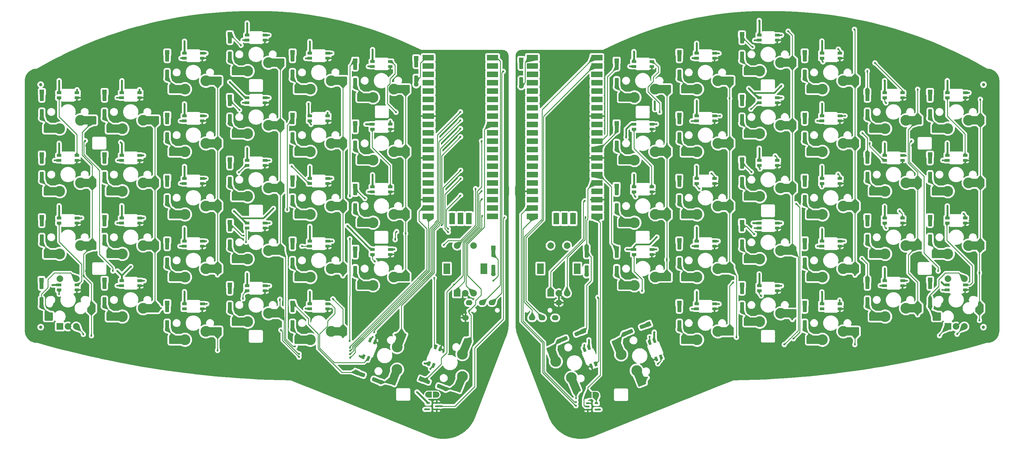
<source format=gbl>
G04 #@! TF.GenerationSoftware,KiCad,Pcbnew,7.0.5-0*
G04 #@! TF.CreationDate,2023-09-04T12:44:45-07:00*
G04 #@! TF.ProjectId,Junco,4a756e63-6f2e-46b6-9963-61645f706362,rev?*
G04 #@! TF.SameCoordinates,Original*
G04 #@! TF.FileFunction,Copper,L2,Bot*
G04 #@! TF.FilePolarity,Positive*
%FSLAX46Y46*%
G04 Gerber Fmt 4.6, Leading zero omitted, Abs format (unit mm)*
G04 Created by KiCad (PCBNEW 7.0.5-0) date 2023-09-04 12:44:45*
%MOMM*%
%LPD*%
G01*
G04 APERTURE LIST*
G04 Aperture macros list*
%AMRoundRect*
0 Rectangle with rounded corners*
0 $1 Rounding radius*
0 $2 $3 $4 $5 $6 $7 $8 $9 X,Y pos of 4 corners*
0 Add a 4 corners polygon primitive as box body*
4,1,4,$2,$3,$4,$5,$6,$7,$8,$9,$2,$3,0*
0 Add four circle primitives for the rounded corners*
1,1,$1+$1,$2,$3*
1,1,$1+$1,$4,$5*
1,1,$1+$1,$6,$7*
1,1,$1+$1,$8,$9*
0 Add four rect primitives between the rounded corners*
20,1,$1+$1,$2,$3,$4,$5,0*
20,1,$1+$1,$4,$5,$6,$7,0*
20,1,$1+$1,$6,$7,$8,$9,0*
20,1,$1+$1,$8,$9,$2,$3,0*%
%AMRotRect*
0 Rectangle, with rotation*
0 The origin of the aperture is its center*
0 $1 length*
0 $2 width*
0 $3 Rotation angle, in degrees counterclockwise*
0 Add horizontal line*
21,1,$1,$2,0,0,$3*%
%AMFreePoly0*
4,1,21,-1.000000,0.000000,-0.988920,0.140791,-0.940222,0.322531,-0.854804,0.490175,-0.736396,0.636396,-0.590175,0.754804,-0.422531,0.840222,-0.240791,0.888920,-0.100000,0.900000,1.000000,0.900000,1.000000,-0.900000,-0.100000,-0.900000,-0.240791,-0.888920,-0.422531,-0.840222,-0.590175,-0.754804,-0.736396,-0.636396,-0.854804,-0.490175,-0.940222,-0.322531,-0.988920,-0.140791,-1.000000,0.000000,
-1.000000,0.000000,-1.000000,0.000000,$1*%
%AMFreePoly1*
4,1,20,-1.000000,0.900000,0.100000,0.900000,0.240791,0.888920,0.422531,0.840222,0.590175,0.754804,0.736396,0.636396,0.854804,0.490175,0.940222,0.322531,0.988920,0.140791,1.000000,0.000000,0.988920,-0.140791,0.940222,-0.322531,0.854804,-0.490175,0.736396,-0.636396,0.590175,-0.754804,0.422531,-0.840222,0.240791,-0.888920,0.100000,-0.900000,-1.000000,-0.900000,-1.000000,0.900000,
-1.000000,0.900000,$1*%
%AMFreePoly2*
4,1,18,-1.275000,0.000000,-0.025000,1.250000,1.025000,1.250000,1.120671,1.230970,1.201777,1.176777,1.255970,1.095671,1.275000,1.000000,1.275000,-1.000000,1.255970,-1.095671,1.201777,-1.176777,1.120671,-1.230970,1.025000,-1.250000,-1.025000,-1.250000,-1.120671,-1.230970,-1.201777,-1.176777,-1.255970,-1.095671,-1.275000,-1.000000,-1.275000,0.000000,-1.275000,0.000000,$1*%
G04 Aperture macros list end*
G04 #@! TA.AperFunction,SMDPad,CuDef*
%ADD10RoundRect,0.300000X0.300000X-0.400000X0.300000X0.400000X-0.300000X0.400000X-0.300000X-0.400000X0*%
G04 #@! TD*
G04 #@! TA.AperFunction,SMDPad,CuDef*
%ADD11R,1.200000X1.600000*%
G04 #@! TD*
G04 #@! TA.AperFunction,ComponentPad*
%ADD12R,1.400000X1.400000*%
G04 #@! TD*
G04 #@! TA.AperFunction,ComponentPad*
%ADD13C,1.400000*%
G04 #@! TD*
G04 #@! TA.AperFunction,SMDPad,CuDef*
%ADD14R,1.200000X2.140000*%
G04 #@! TD*
G04 #@! TA.AperFunction,SMDPad,CuDef*
%ADD15RoundRect,0.300000X0.483256X0.128313X-0.258492X0.427998X-0.483256X-0.128313X0.258492X-0.427998X0*%
G04 #@! TD*
G04 #@! TA.AperFunction,SMDPad,CuDef*
%ADD16RotRect,1.600000X1.200000X158.000000*%
G04 #@! TD*
G04 #@! TA.AperFunction,ComponentPad*
%ADD17RotRect,1.400000X1.400000X158.000000*%
G04 #@! TD*
G04 #@! TA.AperFunction,SMDPad,CuDef*
%ADD18RotRect,2.140000X1.200000X158.000000*%
G04 #@! TD*
G04 #@! TA.AperFunction,SMDPad,CuDef*
%ADD19RoundRect,0.300000X-0.258492X-0.427998X0.483256X-0.128313X0.258492X0.427998X-0.483256X0.128313X0*%
G04 #@! TD*
G04 #@! TA.AperFunction,SMDPad,CuDef*
%ADD20RotRect,1.600000X1.200000X22.000000*%
G04 #@! TD*
G04 #@! TA.AperFunction,ComponentPad*
%ADD21RotRect,1.400000X1.400000X22.000000*%
G04 #@! TD*
G04 #@! TA.AperFunction,SMDPad,CuDef*
%ADD22RotRect,2.140000X1.200000X22.000000*%
G04 #@! TD*
G04 #@! TA.AperFunction,ComponentPad*
%ADD23FreePoly0,180.000000*%
G04 #@! TD*
G04 #@! TA.AperFunction,ComponentPad*
%ADD24FreePoly1,180.000000*%
G04 #@! TD*
G04 #@! TA.AperFunction,ComponentPad*
%ADD25FreePoly0,0.000000*%
G04 #@! TD*
G04 #@! TA.AperFunction,ComponentPad*
%ADD26FreePoly1,0.000000*%
G04 #@! TD*
G04 #@! TA.AperFunction,ComponentPad*
%ADD27C,3.300000*%
G04 #@! TD*
G04 #@! TA.AperFunction,SMDPad,CuDef*
%ADD28RotRect,1.650000X2.500000X248.000000*%
G04 #@! TD*
G04 #@! TA.AperFunction,SMDPad,CuDef*
%ADD29RoundRect,0.250000X0.543212X-1.324970X1.311156X0.575757X-0.543212X1.324970X-1.311156X-0.575757X0*%
G04 #@! TD*
G04 #@! TA.AperFunction,SMDPad,CuDef*
%ADD30RotRect,1.650000X2.500000X68.000000*%
G04 #@! TD*
G04 #@! TA.AperFunction,SMDPad,CuDef*
%ADD31R,1.100000X0.600000*%
G04 #@! TD*
G04 #@! TA.AperFunction,SMDPad,CuDef*
%ADD32R,1.400000X0.820000*%
G04 #@! TD*
G04 #@! TA.AperFunction,SMDPad,CuDef*
%ADD33RoundRect,0.205000X0.495000X0.205000X-0.495000X0.205000X-0.495000X-0.205000X0.495000X-0.205000X0*%
G04 #@! TD*
G04 #@! TA.AperFunction,SMDPad,CuDef*
%ADD34R,1.650000X2.500000*%
G04 #@! TD*
G04 #@! TA.AperFunction,SMDPad,CuDef*
%ADD35RoundRect,0.250000X-1.025000X-1.000000X1.025000X-1.000000X1.025000X1.000000X-1.025000X1.000000X0*%
G04 #@! TD*
G04 #@! TA.AperFunction,SMDPad,CuDef*
%ADD36C,1.000000*%
G04 #@! TD*
G04 #@! TA.AperFunction,SMDPad,CuDef*
%ADD37RotRect,1.650000X2.500000X112.000000*%
G04 #@! TD*
G04 #@! TA.AperFunction,SMDPad,CuDef*
%ADD38RoundRect,0.250000X-1.311156X0.575757X-0.543212X-1.324970X1.311156X-0.575757X0.543212X1.324970X0*%
G04 #@! TD*
G04 #@! TA.AperFunction,SMDPad,CuDef*
%ADD39RotRect,1.650000X2.500000X292.000000*%
G04 #@! TD*
G04 #@! TA.AperFunction,ComponentPad*
%ADD40O,1.700000X1.700000*%
G04 #@! TD*
G04 #@! TA.AperFunction,SMDPad,CuDef*
%ADD41R,3.500000X1.700000*%
G04 #@! TD*
G04 #@! TA.AperFunction,ComponentPad*
%ADD42R,1.700000X1.700000*%
G04 #@! TD*
G04 #@! TA.AperFunction,SMDPad,CuDef*
%ADD43R,1.700000X3.500000*%
G04 #@! TD*
G04 #@! TA.AperFunction,SMDPad,CuDef*
%ADD44FreePoly2,0.000000*%
G04 #@! TD*
G04 #@! TA.AperFunction,ComponentPad*
%ADD45R,2.000000X2.000000*%
G04 #@! TD*
G04 #@! TA.AperFunction,ComponentPad*
%ADD46C,2.000000*%
G04 #@! TD*
G04 #@! TA.AperFunction,SMDPad,CuDef*
%ADD47RotRect,1.400000X0.820000X112.000000*%
G04 #@! TD*
G04 #@! TA.AperFunction,SMDPad,CuDef*
%ADD48RoundRect,0.205000X0.375503X-0.382162X0.004642X0.535750X-0.375503X0.382162X-0.004642X-0.535750X0*%
G04 #@! TD*
G04 #@! TA.AperFunction,ComponentPad*
%ADD49O,2.000000X1.600000*%
G04 #@! TD*
G04 #@! TA.AperFunction,SMDPad,CuDef*
%ADD50RotRect,1.400000X0.820000X248.000000*%
G04 #@! TD*
G04 #@! TA.AperFunction,SMDPad,CuDef*
%ADD51RoundRect,0.205000X-0.004642X0.535750X-0.375503X-0.382162X0.004642X-0.535750X0.375503X0.382162X0*%
G04 #@! TD*
G04 #@! TA.AperFunction,WasherPad*
%ADD52R,2.000000X3.200000*%
G04 #@! TD*
G04 #@! TA.AperFunction,ViaPad*
%ADD53C,0.600000*%
G04 #@! TD*
G04 #@! TA.AperFunction,Conductor*
%ADD54C,0.250000*%
G04 #@! TD*
G04 #@! TA.AperFunction,Conductor*
%ADD55C,0.600000*%
G04 #@! TD*
G04 #@! TA.AperFunction,Conductor*
%ADD56C,0.500000*%
G04 #@! TD*
G04 APERTURE END LIST*
D10*
X242951814Y-53176124D03*
D11*
X242951814Y-52326124D03*
D12*
X242951814Y-51076124D03*
D13*
X242951814Y-59076124D03*
D14*
X242951814Y-58046124D03*
D10*
X242951814Y-56976124D03*
X125409014Y-42126124D03*
D11*
X125409014Y-41276124D03*
D12*
X125409014Y-40026124D03*
D13*
X125409014Y-48026124D03*
D14*
X125409014Y-46996124D03*
D10*
X125409014Y-45926124D03*
D15*
X127681346Y-135567134D03*
D16*
X126893240Y-135248718D03*
D17*
X125734260Y-134780460D03*
D13*
X133151731Y-137777313D03*
D18*
X132196732Y-137391468D03*
D15*
X131204645Y-136990639D03*
D19*
X192749637Y-123069725D03*
D20*
X193537744Y-122751309D03*
D21*
X194696723Y-122283051D03*
D13*
X187279253Y-125279904D03*
D22*
X188234252Y-124894059D03*
D19*
X189226339Y-124493230D03*
D10*
X87309014Y-110326124D03*
D11*
X87309014Y-109476124D03*
D12*
X87309014Y-108226124D03*
D13*
X87309014Y-116226124D03*
D14*
X87309014Y-115196124D03*
D10*
X87309014Y-114126124D03*
X262001814Y-96776124D03*
D11*
X262001814Y-95926124D03*
D12*
X262001814Y-94676124D03*
D13*
X262001814Y-102676124D03*
D14*
X262001814Y-101646124D03*
D10*
X262001814Y-100576124D03*
X242951814Y-91276124D03*
D11*
X242951814Y-90426124D03*
D12*
X242951814Y-89176124D03*
D13*
X242951814Y-97176124D03*
D14*
X242951814Y-96146124D03*
D10*
X242951814Y-95076124D03*
X49209014Y-70676124D03*
D11*
X49209014Y-69826124D03*
D12*
X49209014Y-68576124D03*
D13*
X49209014Y-76576124D03*
D14*
X49209014Y-75546124D03*
D10*
X49209014Y-74476124D03*
X125409014Y-61176124D03*
D11*
X125409014Y-60326124D03*
D12*
X125409014Y-59076124D03*
D13*
X125409014Y-67076124D03*
D14*
X125409014Y-66046124D03*
D10*
X125409014Y-64976124D03*
X204851814Y-61176124D03*
D11*
X204851814Y-60326124D03*
D12*
X204851814Y-59076124D03*
D13*
X204851814Y-67076124D03*
D14*
X204851814Y-66046124D03*
D10*
X204851814Y-64976124D03*
X167361125Y-99017500D03*
D11*
X167361125Y-98167500D03*
D12*
X167361125Y-96917500D03*
D13*
X167361125Y-104917500D03*
D14*
X167361125Y-103887500D03*
D10*
X167361125Y-102817500D03*
D15*
X147408720Y-137628994D03*
D16*
X146620614Y-137310578D03*
D17*
X145461634Y-136842320D03*
D13*
X152879105Y-139839173D03*
D18*
X151924106Y-139453328D03*
D15*
X150932019Y-139052499D03*
D10*
X300101814Y-89726124D03*
D11*
X300101814Y-88876124D03*
D12*
X300101814Y-87626124D03*
D13*
X300101814Y-95626124D03*
D14*
X300101814Y-94596124D03*
D10*
X300101814Y-93526124D03*
X68259014Y-96776124D03*
D11*
X68259014Y-95926124D03*
D12*
X68259014Y-94676124D03*
D13*
X68259014Y-102676124D03*
D14*
X68259014Y-101646124D03*
D10*
X68259014Y-100576124D03*
X223901814Y-96776124D03*
D11*
X223901814Y-95926124D03*
D12*
X223901814Y-94676124D03*
D13*
X223901814Y-102676124D03*
D14*
X223901814Y-101646124D03*
D10*
X223901814Y-100576124D03*
X300101814Y-51626124D03*
D11*
X300101814Y-50776124D03*
D12*
X300101814Y-49526124D03*
D13*
X300101814Y-57526124D03*
D14*
X300101814Y-56496124D03*
D10*
X300101814Y-55426124D03*
X106359014Y-58676124D03*
D11*
X106359014Y-57826124D03*
D12*
X106359014Y-56576124D03*
D13*
X106359014Y-64576124D03*
D14*
X106359014Y-63546124D03*
D10*
X106359014Y-62476124D03*
X223901814Y-77726124D03*
D11*
X223901814Y-76876124D03*
D12*
X223901814Y-75626124D03*
D13*
X223901814Y-83626124D03*
D14*
X223901814Y-82596124D03*
D10*
X223901814Y-81526124D03*
X223901814Y-58676124D03*
D11*
X223901814Y-57826124D03*
D12*
X223901814Y-56576124D03*
D13*
X223901814Y-64576124D03*
D14*
X223901814Y-63546124D03*
D10*
X223901814Y-62476124D03*
X262001814Y-77726124D03*
D11*
X262001814Y-76876124D03*
D12*
X262001814Y-75626124D03*
D13*
X262001814Y-83626124D03*
D14*
X262001814Y-82596124D03*
D10*
X262001814Y-81526124D03*
X262001814Y-58676124D03*
D11*
X262001814Y-57826124D03*
D12*
X262001814Y-56576124D03*
D13*
X262001814Y-64576124D03*
D14*
X262001814Y-63546124D03*
D10*
X262001814Y-62476124D03*
X223901814Y-39626124D03*
D11*
X223901814Y-38776124D03*
D12*
X223901814Y-37526124D03*
D13*
X223901814Y-45526124D03*
D14*
X223901814Y-44496124D03*
D10*
X223901814Y-43426124D03*
X125409014Y-99276124D03*
D11*
X125409014Y-98426124D03*
D12*
X125409014Y-97176124D03*
D13*
X125409014Y-105176124D03*
D14*
X125409014Y-104146124D03*
D10*
X125409014Y-103076124D03*
X281051814Y-89726124D03*
D11*
X281051814Y-88876124D03*
D12*
X281051814Y-87626124D03*
D13*
X281051814Y-95626124D03*
D14*
X281051814Y-94596124D03*
D10*
X281051814Y-93526124D03*
X68259014Y-58676124D03*
D11*
X68259014Y-57826124D03*
D12*
X68259014Y-56576124D03*
D13*
X68259014Y-64576124D03*
D14*
X68259014Y-63546124D03*
D10*
X68259014Y-62476124D03*
X106359014Y-39626124D03*
D11*
X106359014Y-38776124D03*
D12*
X106359014Y-37526124D03*
D13*
X106359014Y-45526124D03*
D14*
X106359014Y-44496124D03*
D10*
X106359014Y-43426124D03*
X204851814Y-42126124D03*
D11*
X204851814Y-41276124D03*
D12*
X204851814Y-40026124D03*
D13*
X204851814Y-48026124D03*
D14*
X204851814Y-46996124D03*
D10*
X204851814Y-45926124D03*
X143928750Y-41377500D03*
D11*
X143928750Y-40527500D03*
D12*
X143928750Y-39277500D03*
D13*
X143928750Y-47277500D03*
D14*
X143928750Y-46247500D03*
D10*
X143928750Y-45177500D03*
X49209014Y-108776124D03*
D11*
X49209014Y-107926124D03*
D12*
X49209014Y-106676124D03*
D13*
X49209014Y-114676124D03*
D14*
X49209014Y-113646124D03*
D10*
X49209014Y-112576124D03*
X68259014Y-39626124D03*
D11*
X68259014Y-38776124D03*
D12*
X68259014Y-37526124D03*
D13*
X68259014Y-45526124D03*
D14*
X68259014Y-44496124D03*
D10*
X68259014Y-43426124D03*
X281051814Y-108776124D03*
D11*
X281051814Y-107926124D03*
D12*
X281051814Y-106676124D03*
D13*
X281051814Y-114676124D03*
D14*
X281051814Y-113646124D03*
D10*
X281051814Y-112576124D03*
X281051814Y-70676124D03*
D11*
X281051814Y-69826124D03*
D12*
X281051814Y-68576124D03*
D13*
X281051814Y-76576124D03*
D14*
X281051814Y-75546124D03*
D10*
X281051814Y-74476124D03*
X175848750Y-41927500D03*
D11*
X175848750Y-41077500D03*
D12*
X175848750Y-39827500D03*
D13*
X175848750Y-47827500D03*
D14*
X175848750Y-46797500D03*
D10*
X175848750Y-45727500D03*
X106359014Y-115826124D03*
D11*
X106359014Y-114976124D03*
D12*
X106359014Y-113726124D03*
D13*
X106359014Y-121726124D03*
D14*
X106359014Y-120696124D03*
D10*
X106359014Y-119626124D03*
X87309014Y-72226124D03*
D11*
X87309014Y-71376124D03*
D12*
X87309014Y-70126124D03*
D13*
X87309014Y-78126124D03*
D14*
X87309014Y-77096124D03*
D10*
X87309014Y-76026124D03*
X125409014Y-80226124D03*
D11*
X125409014Y-79376124D03*
D12*
X125409014Y-78126124D03*
D13*
X125409014Y-86126124D03*
D14*
X125409014Y-85096124D03*
D10*
X125409014Y-84026124D03*
X87309014Y-91276124D03*
D11*
X87309014Y-90426124D03*
D12*
X87309014Y-89176124D03*
D13*
X87309014Y-97176124D03*
D14*
X87309014Y-96146124D03*
D10*
X87309014Y-95076124D03*
X204851814Y-99276124D03*
D11*
X204851814Y-98426124D03*
D12*
X204851814Y-97176124D03*
D13*
X204851814Y-105176124D03*
D14*
X204851814Y-104146124D03*
D10*
X204851814Y-103076124D03*
X49209014Y-51626124D03*
D11*
X49209014Y-50776124D03*
D12*
X49209014Y-49526124D03*
D13*
X49209014Y-57526124D03*
D14*
X49209014Y-56496124D03*
D10*
X49209014Y-55426124D03*
X242951814Y-72226124D03*
D11*
X242951814Y-71376124D03*
D12*
X242951814Y-70126124D03*
D13*
X242951814Y-78126124D03*
D14*
X242951814Y-77096124D03*
D10*
X242951814Y-76026124D03*
X204851814Y-80226124D03*
D11*
X204851814Y-79376124D03*
D12*
X204851814Y-78126124D03*
D13*
X204851814Y-86126124D03*
D14*
X204851814Y-85096124D03*
D10*
X204851814Y-84026124D03*
X223901814Y-115826124D03*
D11*
X223901814Y-114976124D03*
D12*
X223901814Y-113726124D03*
D13*
X223901814Y-121726124D03*
D14*
X223901814Y-120696124D03*
D10*
X223901814Y-119626124D03*
X106359014Y-77726124D03*
D11*
X106359014Y-76876124D03*
D12*
X106359014Y-75626124D03*
D13*
X106359014Y-83626124D03*
D14*
X106359014Y-82596124D03*
D10*
X106359014Y-81526124D03*
X300101814Y-70676124D03*
D11*
X300101814Y-69826124D03*
D12*
X300101814Y-68576124D03*
D13*
X300101814Y-76576124D03*
D14*
X300101814Y-75546124D03*
D10*
X300101814Y-74476124D03*
X195721125Y-99187500D03*
D11*
X195721125Y-98337500D03*
D12*
X195721125Y-97087500D03*
D13*
X195721125Y-105087500D03*
D14*
X195721125Y-104057500D03*
D10*
X195721125Y-102987500D03*
D19*
X212599637Y-120933425D03*
D20*
X213387744Y-120615009D03*
D21*
X214546723Y-120146751D03*
D13*
X207129253Y-123143604D03*
D22*
X208084252Y-122757759D03*
D19*
X209076339Y-122356930D03*
D10*
X30159014Y-70676124D03*
D11*
X30159014Y-69826124D03*
D12*
X30159014Y-68576124D03*
D13*
X30159014Y-76576124D03*
D14*
X30159014Y-75546124D03*
D10*
X30159014Y-74476124D03*
X106359014Y-96776124D03*
D11*
X106359014Y-95926124D03*
D12*
X106359014Y-94676124D03*
D13*
X106359014Y-102676124D03*
D14*
X106359014Y-101646124D03*
D10*
X106359014Y-100576124D03*
X30026375Y-108826750D03*
D11*
X30026375Y-107976750D03*
D12*
X30026375Y-106726750D03*
D13*
X30026375Y-114726750D03*
D14*
X30026375Y-113696750D03*
D10*
X30026375Y-112626750D03*
X262001814Y-115826124D03*
D11*
X262001814Y-114976124D03*
D12*
X262001814Y-113726124D03*
D13*
X262001814Y-121726124D03*
D14*
X262001814Y-120696124D03*
D10*
X262001814Y-119626124D03*
X68259014Y-77726124D03*
D11*
X68259014Y-76876124D03*
D12*
X68259014Y-75626124D03*
D13*
X68259014Y-83626124D03*
D14*
X68259014Y-82596124D03*
D10*
X68259014Y-81526124D03*
X281051814Y-51626124D03*
D11*
X281051814Y-50776124D03*
D12*
X281051814Y-49526124D03*
D13*
X281051814Y-57526124D03*
D14*
X281051814Y-56496124D03*
D10*
X281051814Y-55426124D03*
X49209014Y-89726124D03*
D11*
X49209014Y-88876124D03*
D12*
X49209014Y-87626124D03*
D13*
X49209014Y-95626124D03*
D14*
X49209014Y-94596124D03*
D10*
X49209014Y-93526124D03*
X68259014Y-115826124D03*
D11*
X68259014Y-114976124D03*
D12*
X68259014Y-113726124D03*
D13*
X68259014Y-121726124D03*
D14*
X68259014Y-120696124D03*
D10*
X68259014Y-119626124D03*
X300101814Y-108776124D03*
D11*
X300101814Y-107926124D03*
D12*
X300101814Y-106676124D03*
D13*
X300101814Y-114676124D03*
D14*
X300101814Y-113646124D03*
D10*
X300101814Y-112576124D03*
X262001814Y-39626124D03*
D11*
X262001814Y-38776124D03*
D12*
X262001814Y-37526124D03*
D13*
X262001814Y-45526124D03*
D14*
X262001814Y-44496124D03*
D10*
X262001814Y-43426124D03*
X242951814Y-34126124D03*
D11*
X242951814Y-33276124D03*
D12*
X242951814Y-32026124D03*
D13*
X242951814Y-40026124D03*
D14*
X242951814Y-38996124D03*
D10*
X242951814Y-37926124D03*
X30159014Y-51626124D03*
D11*
X30159014Y-50776124D03*
D12*
X30159014Y-49526124D03*
D13*
X30159014Y-57526124D03*
D14*
X30159014Y-56496124D03*
D10*
X30159014Y-55426124D03*
X87309014Y-34126124D03*
D11*
X87309014Y-33276124D03*
D12*
X87309014Y-32026124D03*
D13*
X87309014Y-40026124D03*
D14*
X87309014Y-38996124D03*
D10*
X87309014Y-37926124D03*
X87309014Y-53176124D03*
D11*
X87309014Y-52326124D03*
D12*
X87309014Y-51076124D03*
D13*
X87309014Y-59076124D03*
D14*
X87309014Y-58046124D03*
D10*
X87309014Y-56976124D03*
X30159014Y-89726124D03*
D11*
X30159014Y-88876124D03*
D12*
X30159014Y-87626124D03*
D13*
X30159014Y-95626124D03*
D14*
X30159014Y-94596124D03*
D10*
X30159014Y-93526124D03*
X242951814Y-110326124D03*
D11*
X242951814Y-109476124D03*
D12*
X242951814Y-108226124D03*
D13*
X242951814Y-116226124D03*
D14*
X242951814Y-115196124D03*
D10*
X242951814Y-114126124D03*
D23*
X150017808Y-141573739D03*
D24*
X147677808Y-141573739D03*
D25*
X196213227Y-141669415D03*
D26*
X198553227Y-141669415D03*
D27*
X157980062Y-129240954D03*
D28*
X158663719Y-127548844D03*
D29*
X159309916Y-125949452D03*
X156626504Y-139371575D03*
D30*
X157282065Y-137749003D03*
D27*
X157956357Y-136080072D03*
D31*
X150147808Y-144123739D03*
X150147808Y-145073739D03*
X150147808Y-146023739D03*
X147547808Y-146023739D03*
X147547808Y-144123739D03*
D32*
X35417764Y-49788624D03*
X35417764Y-51288624D03*
D33*
X40817764Y-51278624D03*
D32*
X40817764Y-49778624D03*
D27*
X137157764Y-105798624D03*
D34*
X138982764Y-105798624D03*
D35*
X140707764Y-105798624D03*
X127257764Y-108338624D03*
D34*
X129007764Y-108338624D03*
D27*
X130807764Y-108338624D03*
X292800564Y-115298624D03*
D34*
X294625564Y-115298624D03*
D35*
X296350564Y-115298624D03*
X282900564Y-117838624D03*
D34*
X284650564Y-117838624D03*
D27*
X286450564Y-117838624D03*
D32*
X73517764Y-56838624D03*
X73517764Y-58338624D03*
D33*
X78917764Y-58328624D03*
D32*
X78917764Y-56828624D03*
D27*
X60957764Y-115298624D03*
D34*
X62782764Y-115298624D03*
D35*
X64507764Y-115298624D03*
X51057764Y-117838624D03*
D34*
X52807764Y-117838624D03*
D27*
X54607764Y-117838624D03*
X292800564Y-58148624D03*
D34*
X294625564Y-58148624D03*
D35*
X296350564Y-58148624D03*
X282900564Y-60688624D03*
D34*
X284650564Y-60688624D03*
D27*
X286450564Y-60688624D03*
X80007764Y-46148624D03*
D34*
X81832764Y-46148624D03*
D35*
X83557764Y-46148624D03*
X70107764Y-48688624D03*
D34*
X71857764Y-48688624D03*
D27*
X73657764Y-48688624D03*
X273750564Y-103298624D03*
D34*
X275575564Y-103298624D03*
D35*
X277300564Y-103298624D03*
X263850564Y-105838624D03*
D34*
X265600564Y-105838624D03*
D27*
X267400564Y-105838624D03*
X311850564Y-77198624D03*
D34*
X313675564Y-77198624D03*
D35*
X315400564Y-77198624D03*
X301950564Y-79738624D03*
D34*
X303700564Y-79738624D03*
D27*
X305500564Y-79738624D03*
D32*
X286310564Y-49788624D03*
X286310564Y-51288624D03*
D33*
X291710564Y-51278624D03*
D32*
X291710564Y-49778624D03*
D27*
X118107764Y-84248624D03*
D34*
X119932764Y-84248624D03*
D35*
X121657764Y-84248624D03*
X108207764Y-86788624D03*
D34*
X109957764Y-86788624D03*
D27*
X111757764Y-86788624D03*
X292800564Y-77198624D03*
D34*
X294625564Y-77198624D03*
D35*
X296350564Y-77198624D03*
X282900564Y-79738624D03*
D34*
X284650564Y-79738624D03*
D27*
X286450564Y-79738624D03*
X138130062Y-127117254D03*
D28*
X138813719Y-125425144D03*
D29*
X139459916Y-123825752D03*
X136776504Y-137247875D03*
D30*
X137432065Y-135625303D03*
D27*
X138106357Y-133956372D03*
D31*
X196083227Y-146119415D03*
X196083227Y-145169415D03*
X196083227Y-144219415D03*
X198683227Y-144219415D03*
X198683227Y-146119415D03*
D27*
X311850564Y-58148624D03*
D34*
X313675564Y-58148624D03*
D35*
X315400564Y-58148624D03*
X301950564Y-60688624D03*
D34*
X303700564Y-60688624D03*
D27*
X305500564Y-60688624D03*
X254700564Y-97798624D03*
D34*
X256525564Y-97798624D03*
D35*
X258250564Y-97798624D03*
X244800564Y-100338624D03*
D34*
X246550564Y-100338624D03*
D27*
X248350564Y-100338624D03*
D32*
X73517764Y-37788624D03*
X73517764Y-39288624D03*
D33*
X78917764Y-39278624D03*
D32*
X78917764Y-37778624D03*
D36*
X316337200Y-121050000D03*
D27*
X210953240Y-134270047D03*
D37*
X211636897Y-135962158D03*
D38*
X212283094Y-137561550D03*
X204889588Y-126042428D03*
D39*
X205545149Y-127665000D03*
D27*
X206219441Y-129333931D03*
X254700564Y-116848624D03*
D34*
X256525564Y-116848624D03*
D35*
X258250564Y-116848624D03*
X244800564Y-119388624D03*
D34*
X246550564Y-119388624D03*
D27*
X248350564Y-119388624D03*
D32*
X130667764Y-97438624D03*
X130667764Y-98938624D03*
D33*
X136067764Y-98928624D03*
D32*
X136067764Y-97428624D03*
X248210564Y-89438624D03*
X248210564Y-90938624D03*
D33*
X253610564Y-90928624D03*
D32*
X253610564Y-89428624D03*
X111617764Y-37788624D03*
X111617764Y-39288624D03*
D33*
X117017764Y-39278624D03*
D32*
X117017764Y-37778624D03*
D36*
X29787764Y-47298624D03*
D32*
X229160564Y-37788624D03*
X229160564Y-39288624D03*
D33*
X234560564Y-39278624D03*
D32*
X234560564Y-37778624D03*
D40*
X197935800Y-39115000D03*
D41*
X198835800Y-39115000D03*
D40*
X197935800Y-41655000D03*
D41*
X198835800Y-41655000D03*
D42*
X197935800Y-44195000D03*
D41*
X198835800Y-44195000D03*
D40*
X197935800Y-46735000D03*
D41*
X198835800Y-46735000D03*
D40*
X197935800Y-49275000D03*
D41*
X198835800Y-49275000D03*
D40*
X197935800Y-51815000D03*
D41*
X198835800Y-51815000D03*
D40*
X197935800Y-54355000D03*
D41*
X198835800Y-54355000D03*
D42*
X197935800Y-56895000D03*
D41*
X198835800Y-56895000D03*
D40*
X197935800Y-59435000D03*
D41*
X198835800Y-59435000D03*
D40*
X197935800Y-61975000D03*
D41*
X198835800Y-61975000D03*
D40*
X197935800Y-64515000D03*
D41*
X198835800Y-64515000D03*
D40*
X197935800Y-67055000D03*
D41*
X198835800Y-67055000D03*
D42*
X197935800Y-69595000D03*
D41*
X198835800Y-69595000D03*
D40*
X197935800Y-72135000D03*
D41*
X198835800Y-72135000D03*
D40*
X197935800Y-74675000D03*
D41*
X198835800Y-74675000D03*
D40*
X197935800Y-77215000D03*
D41*
X198835800Y-77215000D03*
D40*
X197935800Y-79755000D03*
D41*
X198835800Y-79755000D03*
D42*
X197935800Y-82295000D03*
D41*
X198835800Y-82295000D03*
D40*
X197935800Y-84835000D03*
D41*
X198835800Y-84835000D03*
D40*
X197935800Y-87375000D03*
D41*
X198835800Y-87375000D03*
D40*
X180155800Y-87375000D03*
D41*
X179255800Y-87375000D03*
D40*
X180155800Y-84835000D03*
D41*
X179255800Y-84835000D03*
D42*
X180155800Y-82295000D03*
D41*
X179255800Y-82295000D03*
D40*
X180155800Y-79755000D03*
D41*
X179255800Y-79755000D03*
D40*
X180155800Y-77215000D03*
D41*
X179255800Y-77215000D03*
D40*
X180155800Y-74675000D03*
D41*
X179255800Y-74675000D03*
D40*
X180155800Y-72135000D03*
D41*
X179255800Y-72135000D03*
D42*
X180155800Y-69595000D03*
D41*
X179255800Y-69595000D03*
D40*
X180155800Y-67055000D03*
D41*
X179255800Y-67055000D03*
D40*
X180155800Y-64515000D03*
D41*
X179255800Y-64515000D03*
D40*
X180155800Y-61975000D03*
D41*
X179255800Y-61975000D03*
D40*
X180155800Y-59435000D03*
D41*
X179255800Y-59435000D03*
D42*
X180155800Y-56895000D03*
D41*
X179255800Y-56895000D03*
D40*
X180155800Y-54355000D03*
D41*
X179255800Y-54355000D03*
D40*
X180155800Y-51815000D03*
D41*
X179255800Y-51815000D03*
D40*
X180155800Y-49275000D03*
D41*
X179255800Y-49275000D03*
D40*
X180155800Y-46735000D03*
D41*
X179255800Y-46735000D03*
D42*
X180155800Y-44195000D03*
D41*
X179255800Y-44195000D03*
D40*
X180155800Y-41655000D03*
D41*
X179255800Y-41655000D03*
D40*
X180155800Y-39115000D03*
D41*
X179255800Y-39115000D03*
D40*
X191585800Y-87145000D03*
D43*
X191585800Y-88045000D03*
D42*
X189045800Y-87145000D03*
D43*
X189045800Y-88045000D03*
D40*
X186505800Y-87145000D03*
D43*
X186505800Y-88045000D03*
D27*
X118107764Y-122348624D03*
D34*
X119932764Y-122348624D03*
D35*
X121657764Y-122348624D03*
X108207764Y-124888624D03*
D34*
X109957764Y-124888624D03*
D27*
X111757764Y-124888624D03*
D32*
X267260564Y-113988624D03*
X267260564Y-115488624D03*
D33*
X272660564Y-115478624D03*
D32*
X272660564Y-113978624D03*
X54467764Y-68838624D03*
X54467764Y-70338624D03*
D33*
X59867764Y-70328624D03*
D32*
X59867764Y-68828624D03*
D36*
X316350564Y-47298624D03*
D32*
X210110564Y-40288624D03*
X210110564Y-41788624D03*
D33*
X215510564Y-41778624D03*
D32*
X215510564Y-40278624D03*
X35417764Y-87888624D03*
X35417764Y-89388624D03*
D33*
X40817764Y-89378624D03*
D32*
X40817764Y-87878624D03*
D27*
X254700564Y-59698624D03*
D34*
X256525564Y-59698624D03*
D35*
X258250564Y-59698624D03*
X244800564Y-62238624D03*
D34*
X246550564Y-62238624D03*
D27*
X248350564Y-62238624D03*
X137157764Y-48648624D03*
D34*
X138982764Y-48648624D03*
D35*
X140707764Y-48648624D03*
X127257764Y-51188624D03*
D34*
X129007764Y-51188624D03*
D27*
X130807764Y-51188624D03*
X254700564Y-78748624D03*
D34*
X256525564Y-78748624D03*
D35*
X258250564Y-78748624D03*
X244800564Y-81288624D03*
D34*
X246550564Y-81288624D03*
D27*
X248350564Y-81288624D03*
D32*
X111617764Y-75888624D03*
X111617764Y-77388624D03*
D33*
X117017764Y-77378624D03*
D32*
X117017764Y-75878624D03*
X229160564Y-56838624D03*
X229160564Y-58338624D03*
D33*
X234560564Y-58328624D03*
D32*
X234560564Y-56828624D03*
X92567764Y-70388624D03*
X92567764Y-71888624D03*
D33*
X97967764Y-71878624D03*
D32*
X97967764Y-70378624D03*
D27*
X80007764Y-122348624D03*
D34*
X81832764Y-122348624D03*
D35*
X83557764Y-122348624D03*
X70107764Y-124888624D03*
D34*
X71857764Y-124888624D03*
D27*
X73657764Y-124888624D03*
D44*
X45185000Y-115290000D03*
D35*
X32258000Y-117830000D03*
D45*
X35600000Y-120850000D03*
D46*
X40600000Y-120850000D03*
X38100000Y-120850000D03*
X35600000Y-106350000D03*
X40600000Y-106350000D03*
D27*
X311850564Y-96248624D03*
D34*
X313675564Y-96248624D03*
D35*
X315400564Y-96248624D03*
X301950564Y-98788624D03*
D34*
X303700564Y-98788624D03*
D27*
X305500564Y-98788624D03*
X60957764Y-96248624D03*
D34*
X62782764Y-96248624D03*
D35*
X64507764Y-96248624D03*
X51057764Y-98788624D03*
D34*
X52807764Y-98788624D03*
D27*
X54607764Y-98788624D03*
D32*
X73517764Y-113988624D03*
X73517764Y-115488624D03*
D33*
X78917764Y-115478624D03*
D32*
X78917764Y-113978624D03*
D27*
X41907764Y-96248624D03*
D34*
X43732764Y-96248624D03*
D35*
X45457764Y-96248624D03*
X32007764Y-98788624D03*
D34*
X33757764Y-98788624D03*
D27*
X35557764Y-98788624D03*
D32*
X35420000Y-108210000D03*
X35420000Y-109710000D03*
D33*
X40820000Y-109700000D03*
D32*
X40820000Y-108200000D03*
X305357200Y-108210000D03*
X305357200Y-109710000D03*
D33*
X310757200Y-109700000D03*
D32*
X310757200Y-108200000D03*
D27*
X99057764Y-40648624D03*
D34*
X100882764Y-40648624D03*
D35*
X102607764Y-40648624D03*
X89157764Y-43188624D03*
D34*
X90907764Y-43188624D03*
D27*
X92707764Y-43188624D03*
D32*
X286310564Y-68838624D03*
X286310564Y-70338624D03*
D33*
X291710564Y-70328624D03*
D32*
X291710564Y-68828624D03*
D27*
X99057764Y-78748624D03*
D34*
X100882764Y-78748624D03*
D35*
X102607764Y-78748624D03*
X89157764Y-81288624D03*
D34*
X90907764Y-81288624D03*
D27*
X92707764Y-81288624D03*
D32*
X73517764Y-75888624D03*
X73517764Y-77388624D03*
D33*
X78917764Y-77378624D03*
D32*
X78917764Y-75878624D03*
X111617764Y-56838624D03*
X111617764Y-58338624D03*
D33*
X117017764Y-58328624D03*
D32*
X117017764Y-56828624D03*
X210110564Y-59338624D03*
X210110564Y-60838624D03*
D33*
X215510564Y-60828624D03*
D32*
X215510564Y-59328624D03*
X229160564Y-75888624D03*
X229160564Y-77388624D03*
D33*
X234560564Y-77378624D03*
D32*
X234560564Y-75878624D03*
X248210564Y-32288624D03*
X248210564Y-33788624D03*
D33*
X253610564Y-33778624D03*
D32*
X253610564Y-32278624D03*
D27*
X118107764Y-46148624D03*
D34*
X119932764Y-46148624D03*
D35*
X121657764Y-46148624D03*
X108207764Y-48688624D03*
D34*
X109957764Y-48688624D03*
D27*
X111757764Y-48688624D03*
X216600564Y-48648624D03*
D34*
X218425564Y-48648624D03*
D35*
X220150564Y-48648624D03*
X206700564Y-51188624D03*
D34*
X208450564Y-51188624D03*
D27*
X210250564Y-51188624D03*
D47*
X196423300Y-127257213D03*
X195032525Y-127819123D03*
D48*
X197064672Y-132822170D03*
D47*
X198455448Y-132260260D03*
D27*
X80007764Y-103298624D03*
D34*
X81832764Y-103298624D03*
D35*
X83557764Y-103298624D03*
X70107764Y-105838624D03*
D34*
X71857764Y-105838624D03*
D27*
X73657764Y-105838624D03*
D32*
X130667764Y-78388624D03*
X130667764Y-79888624D03*
D33*
X136067764Y-79878624D03*
D32*
X136067764Y-78378624D03*
D27*
X273750564Y-122348624D03*
D34*
X275575564Y-122348624D03*
D35*
X277300564Y-122348624D03*
X263850564Y-124888624D03*
D34*
X265600564Y-124888624D03*
D27*
X267400564Y-124888624D03*
D49*
X182168600Y-118213270D03*
X179168600Y-118213270D03*
X187268600Y-113613270D03*
X186168600Y-118213270D03*
D27*
X216600564Y-86748624D03*
D34*
X218425564Y-86748624D03*
D35*
X220150564Y-86748624D03*
X206700564Y-89288624D03*
D34*
X208450564Y-89288624D03*
D27*
X210250564Y-89288624D03*
X137157764Y-86748624D03*
D34*
X138982764Y-86748624D03*
D35*
X140707764Y-86748624D03*
X127257764Y-89288624D03*
D34*
X129007764Y-89288624D03*
D27*
X130807764Y-89288624D03*
D32*
X286310564Y-106938624D03*
X286310564Y-108438624D03*
D33*
X291710564Y-108428624D03*
D32*
X291710564Y-106928624D03*
X130667764Y-59338624D03*
X130667764Y-60838624D03*
D33*
X136067764Y-60828624D03*
D32*
X136067764Y-59328624D03*
D27*
X273750564Y-84248624D03*
D34*
X275575564Y-84248624D03*
D35*
X277300564Y-84248624D03*
X263850564Y-86788624D03*
D34*
X265600564Y-86788624D03*
D27*
X267400564Y-86788624D03*
D32*
X92567764Y-108488624D03*
X92567764Y-109988624D03*
D33*
X97967764Y-109978624D03*
D32*
X97967764Y-108478624D03*
X210110564Y-78388624D03*
X210110564Y-79888624D03*
D33*
X215510564Y-79878624D03*
D32*
X215510564Y-78378624D03*
X305360564Y-87888624D03*
X305360564Y-89388624D03*
D33*
X310760564Y-89378624D03*
D32*
X310760564Y-87878624D03*
X305360564Y-49788624D03*
X305360564Y-51288624D03*
D33*
X310760564Y-51278624D03*
D32*
X310760564Y-49778624D03*
D27*
X216600564Y-105798624D03*
D34*
X218425564Y-105798624D03*
D35*
X220150564Y-105798624D03*
X206700564Y-108338624D03*
D34*
X208450564Y-108338624D03*
D27*
X210250564Y-108338624D03*
D32*
X92567764Y-32288624D03*
X92567764Y-33788624D03*
D33*
X97967764Y-33778624D03*
D32*
X97967764Y-32278624D03*
X35417764Y-68838624D03*
X35417764Y-70338624D03*
D33*
X40817764Y-70328624D03*
D32*
X40817764Y-68828624D03*
D49*
X163968600Y-113613270D03*
X166968600Y-113613270D03*
X158868600Y-118213270D03*
X159968600Y-113613270D03*
D27*
X273750564Y-65198624D03*
D34*
X275575564Y-65198624D03*
D35*
X277300564Y-65198624D03*
X263850564Y-67738624D03*
D34*
X265600564Y-67738624D03*
D27*
X267400564Y-67738624D03*
X191103240Y-136406347D03*
D37*
X191786897Y-138098458D03*
D38*
X192433094Y-139697850D03*
X185039588Y-128178728D03*
D39*
X185695149Y-129801300D03*
D27*
X186369441Y-131470231D03*
D32*
X210110564Y-97438624D03*
X210110564Y-98938624D03*
D33*
X215510564Y-98928624D03*
D32*
X215510564Y-97428624D03*
D27*
X235650564Y-84248624D03*
D34*
X237475564Y-84248624D03*
D35*
X239200564Y-84248624D03*
X225750564Y-86788624D03*
D34*
X227500564Y-86788624D03*
D27*
X229300564Y-86788624D03*
X137157764Y-67698624D03*
D34*
X138982764Y-67698624D03*
D35*
X140707764Y-67698624D03*
X127257764Y-70238624D03*
D34*
X129007764Y-70238624D03*
D27*
X130807764Y-70238624D03*
X99057764Y-116848624D03*
D34*
X100882764Y-116848624D03*
D35*
X102607764Y-116848624D03*
X89157764Y-119388624D03*
D34*
X90907764Y-119388624D03*
D27*
X92707764Y-119388624D03*
D32*
X111617764Y-94938624D03*
X111617764Y-96438624D03*
D33*
X117017764Y-96428624D03*
D32*
X117017764Y-94928624D03*
X111617764Y-113988624D03*
X111617764Y-115488624D03*
D33*
X117017764Y-115478624D03*
D32*
X117017764Y-113978624D03*
X248210564Y-70388624D03*
X248210564Y-71888624D03*
D33*
X253610564Y-71878624D03*
D32*
X253610564Y-70378624D03*
D27*
X254700564Y-40648624D03*
D34*
X256525564Y-40648624D03*
D35*
X258250564Y-40648624D03*
X244800564Y-43188624D03*
D34*
X246550564Y-43188624D03*
D27*
X248350564Y-43188624D03*
D50*
X147797608Y-132126667D03*
X149188384Y-132688577D03*
D51*
X151201988Y-127678038D03*
D50*
X149811212Y-127116128D03*
D44*
X315122200Y-115290000D03*
D35*
X302195200Y-117830000D03*
D45*
X305537200Y-120850000D03*
D46*
X310537200Y-120850000D03*
X308037200Y-120850000D03*
X305537200Y-106350000D03*
X310537200Y-106350000D03*
D32*
X286310564Y-87888624D03*
X286310564Y-89388624D03*
D33*
X291710564Y-89378624D03*
D32*
X291710564Y-87878624D03*
X267260564Y-75888624D03*
X267260564Y-77388624D03*
D33*
X272660564Y-77378624D03*
D32*
X272660564Y-75878624D03*
D27*
X118107764Y-103298624D03*
D34*
X119932764Y-103298624D03*
D35*
X121657764Y-103298624D03*
X108207764Y-105838624D03*
D34*
X109957764Y-105838624D03*
D27*
X111757764Y-105838624D03*
X99057764Y-59698624D03*
D34*
X100882764Y-59698624D03*
D35*
X102607764Y-59698624D03*
X89157764Y-62238624D03*
D34*
X90907764Y-62238624D03*
D27*
X92707764Y-62238624D03*
X80007764Y-84248624D03*
D34*
X81832764Y-84248624D03*
D35*
X83557764Y-84248624D03*
X70107764Y-86788624D03*
D34*
X71857764Y-86788624D03*
D27*
X73657764Y-86788624D03*
D32*
X248210564Y-108488624D03*
X248210564Y-109988624D03*
D33*
X253610564Y-109978624D03*
D32*
X253610564Y-108478624D03*
D27*
X235650564Y-46148624D03*
D34*
X237475564Y-46148624D03*
D35*
X239200564Y-46148624D03*
X225750564Y-48688624D03*
D34*
X227500564Y-48688624D03*
D27*
X229300564Y-48688624D03*
X235650564Y-122348624D03*
D34*
X237475564Y-122348624D03*
D35*
X239200564Y-122348624D03*
X225750564Y-124888624D03*
D34*
X227500564Y-124888624D03*
D27*
X229300564Y-124888624D03*
X60957764Y-77198624D03*
D34*
X62782764Y-77198624D03*
D35*
X64507764Y-77198624D03*
X51057764Y-79738624D03*
D34*
X52807764Y-79738624D03*
D27*
X54607764Y-79738624D03*
D40*
X166248600Y-39115000D03*
D41*
X167148600Y-39115000D03*
D40*
X166248600Y-41655000D03*
D41*
X167148600Y-41655000D03*
D42*
X166248600Y-44195000D03*
D41*
X167148600Y-44195000D03*
D40*
X166248600Y-46735000D03*
D41*
X167148600Y-46735000D03*
D40*
X166248600Y-49275000D03*
D41*
X167148600Y-49275000D03*
D40*
X166248600Y-51815000D03*
D41*
X167148600Y-51815000D03*
D40*
X166248600Y-54355000D03*
D41*
X167148600Y-54355000D03*
D42*
X166248600Y-56895000D03*
D41*
X167148600Y-56895000D03*
D40*
X166248600Y-59435000D03*
D41*
X167148600Y-59435000D03*
D40*
X166248600Y-61975000D03*
D41*
X167148600Y-61975000D03*
D40*
X166248600Y-64515000D03*
D41*
X167148600Y-64515000D03*
D40*
X166248600Y-67055000D03*
D41*
X167148600Y-67055000D03*
D42*
X166248600Y-69595000D03*
D41*
X167148600Y-69595000D03*
D40*
X166248600Y-72135000D03*
D41*
X167148600Y-72135000D03*
D40*
X166248600Y-74675000D03*
D41*
X167148600Y-74675000D03*
D40*
X166248600Y-77215000D03*
D41*
X167148600Y-77215000D03*
D40*
X166248600Y-79755000D03*
D41*
X167148600Y-79755000D03*
D42*
X166248600Y-82295000D03*
D41*
X167148600Y-82295000D03*
D40*
X166248600Y-84835000D03*
D41*
X167148600Y-84835000D03*
D40*
X166248600Y-87375000D03*
D41*
X167148600Y-87375000D03*
D40*
X148468600Y-87375000D03*
D41*
X147568600Y-87375000D03*
D40*
X148468600Y-84835000D03*
D41*
X147568600Y-84835000D03*
D42*
X148468600Y-82295000D03*
D41*
X147568600Y-82295000D03*
D40*
X148468600Y-79755000D03*
D41*
X147568600Y-79755000D03*
D40*
X148468600Y-77215000D03*
D41*
X147568600Y-77215000D03*
D40*
X148468600Y-74675000D03*
D41*
X147568600Y-74675000D03*
D40*
X148468600Y-72135000D03*
D41*
X147568600Y-72135000D03*
D42*
X148468600Y-69595000D03*
D41*
X147568600Y-69595000D03*
D40*
X148468600Y-67055000D03*
D41*
X147568600Y-67055000D03*
D40*
X148468600Y-64515000D03*
D41*
X147568600Y-64515000D03*
D40*
X148468600Y-61975000D03*
D41*
X147568600Y-61975000D03*
D40*
X148468600Y-59435000D03*
D41*
X147568600Y-59435000D03*
D42*
X148468600Y-56895000D03*
D41*
X147568600Y-56895000D03*
D40*
X148468600Y-54355000D03*
D41*
X147568600Y-54355000D03*
D40*
X148468600Y-51815000D03*
D41*
X147568600Y-51815000D03*
D40*
X148468600Y-49275000D03*
D41*
X147568600Y-49275000D03*
D40*
X148468600Y-46735000D03*
D41*
X147568600Y-46735000D03*
D42*
X148468600Y-44195000D03*
D41*
X147568600Y-44195000D03*
D40*
X148468600Y-41655000D03*
D41*
X147568600Y-41655000D03*
D40*
X148468600Y-39115000D03*
D41*
X147568600Y-39115000D03*
D40*
X159898600Y-87145000D03*
D43*
X159898600Y-88045000D03*
D42*
X157358600Y-87145000D03*
D43*
X157358600Y-88045000D03*
D40*
X154818600Y-87145000D03*
D43*
X154818600Y-88045000D03*
D32*
X73517764Y-94938624D03*
X73517764Y-96438624D03*
D33*
X78917764Y-96428624D03*
D32*
X78917764Y-94928624D03*
D27*
X99057764Y-97798624D03*
D34*
X100882764Y-97798624D03*
D35*
X102607764Y-97798624D03*
X89157764Y-100338624D03*
D34*
X90907764Y-100338624D03*
D27*
X92707764Y-100338624D03*
D32*
X229160564Y-94938624D03*
X229160564Y-96438624D03*
D33*
X234560564Y-96428624D03*
D32*
X234560564Y-94928624D03*
X305360564Y-68838624D03*
X305360564Y-70338624D03*
D33*
X310760564Y-70328624D03*
D32*
X310760564Y-68828624D03*
X54467764Y-87888624D03*
X54467764Y-89388624D03*
D33*
X59867764Y-89378624D03*
D32*
X59867764Y-87878624D03*
D27*
X292800564Y-96248624D03*
D34*
X294625564Y-96248624D03*
D35*
X296350564Y-96248624D03*
X282900564Y-98788624D03*
D34*
X284650564Y-98788624D03*
D27*
X286450564Y-98788624D03*
X216600564Y-67698624D03*
D34*
X218425564Y-67698624D03*
D35*
X220150564Y-67698624D03*
X206700564Y-70238624D03*
D34*
X208450564Y-70238624D03*
D27*
X210250564Y-70238624D03*
X80007764Y-65198624D03*
D34*
X81832764Y-65198624D03*
D35*
X83557764Y-65198624D03*
X70107764Y-67738624D03*
D34*
X71857764Y-67738624D03*
D27*
X73657764Y-67738624D03*
D32*
X54467764Y-106938624D03*
X54467764Y-108438624D03*
D33*
X59867764Y-108428624D03*
D32*
X59867764Y-106928624D03*
D36*
X29800000Y-121050000D03*
D27*
X235650564Y-65198624D03*
D34*
X237475564Y-65198624D03*
D35*
X239200564Y-65198624D03*
X225750564Y-67738624D03*
D34*
X227500564Y-67738624D03*
D27*
X229300564Y-67738624D03*
X235650564Y-103298624D03*
D34*
X237475564Y-103298624D03*
D35*
X239200564Y-103298624D03*
X225750564Y-105838624D03*
D34*
X227500564Y-105838624D03*
D27*
X229300564Y-105838624D03*
D32*
X267260564Y-56838624D03*
X267260564Y-58338624D03*
D33*
X272660564Y-58328624D03*
D32*
X272660564Y-56828624D03*
X267260564Y-37788624D03*
X267260564Y-39288624D03*
D33*
X272660564Y-39278624D03*
D32*
X272660564Y-37778624D03*
D52*
X153258600Y-103250000D03*
X164458600Y-103250000D03*
D45*
X156358600Y-110750000D03*
D46*
X161358600Y-110750000D03*
X158858600Y-110750000D03*
X161358600Y-96250000D03*
X156358600Y-96250000D03*
D47*
X216273300Y-125120913D03*
X214882525Y-125682823D03*
D48*
X216914672Y-130685870D03*
D47*
X218305448Y-130123960D03*
D27*
X273750564Y-46148624D03*
D34*
X275575564Y-46148624D03*
D35*
X277300564Y-46148624D03*
X263850564Y-48688624D03*
D34*
X265600564Y-48688624D03*
D27*
X267400564Y-48688624D03*
D32*
X229160564Y-113988624D03*
X229160564Y-115488624D03*
D33*
X234560564Y-115478624D03*
D32*
X234560564Y-113978624D03*
X248210564Y-51338624D03*
X248210564Y-52838624D03*
D33*
X253610564Y-52828624D03*
D32*
X253610564Y-51328624D03*
D27*
X118107764Y-65198624D03*
D34*
X119932764Y-65198624D03*
D35*
X121657764Y-65198624D03*
X108207764Y-67738624D03*
D34*
X109957764Y-67738624D03*
D27*
X111757764Y-67738624D03*
D50*
X127947608Y-130002967D03*
X129338384Y-130564877D03*
D51*
X131351988Y-125554338D03*
D50*
X129961212Y-124992428D03*
D32*
X54467764Y-49788624D03*
X54467764Y-51288624D03*
D33*
X59867764Y-51278624D03*
D32*
X59867764Y-49778624D03*
D27*
X41907764Y-58148624D03*
D34*
X43732764Y-58148624D03*
D35*
X45457764Y-58148624D03*
X32007764Y-60688624D03*
D34*
X33757764Y-60688624D03*
D27*
X35557764Y-60688624D03*
D32*
X92567764Y-89438624D03*
X92567764Y-90938624D03*
D33*
X97967764Y-90928624D03*
D32*
X97967764Y-89428624D03*
X92567764Y-51338624D03*
X92567764Y-52838624D03*
D33*
X97967764Y-52828624D03*
D32*
X97967764Y-51328624D03*
X130667764Y-40288624D03*
X130667764Y-41788624D03*
D33*
X136067764Y-41778624D03*
D32*
X136067764Y-40278624D03*
D27*
X41907764Y-77198624D03*
D34*
X43732764Y-77198624D03*
D35*
X45457764Y-77198624D03*
X32007764Y-79738624D03*
D34*
X33757764Y-79738624D03*
D27*
X35557764Y-79738624D03*
D52*
X181678600Y-103250000D03*
X192878600Y-103250000D03*
D45*
X184778600Y-110750000D03*
D46*
X189778600Y-110750000D03*
X187278600Y-110750000D03*
X189778600Y-96250000D03*
X184778600Y-96250000D03*
D27*
X60957764Y-58148624D03*
D34*
X62782764Y-58148624D03*
D35*
X64507764Y-58148624D03*
X51057764Y-60688624D03*
D34*
X52807764Y-60688624D03*
D27*
X54607764Y-60688624D03*
D32*
X267260564Y-94938624D03*
X267260564Y-96438624D03*
D33*
X272660564Y-96428624D03*
D32*
X272660564Y-94928624D03*
D53*
X90678223Y-35341777D03*
X157441800Y-73321800D03*
X151595000Y-90092498D03*
X123770000Y-81240000D03*
X90245000Y-55040000D03*
X104714062Y-85410000D03*
X153690000Y-92185000D03*
X157426800Y-75876800D03*
X153665000Y-91195500D03*
X157406800Y-80976800D03*
X128330000Y-81950000D03*
X91505000Y-93220000D03*
X152315498Y-96104502D03*
X161969500Y-78954100D03*
X167370000Y-106920000D03*
X155410000Y-108140000D03*
X163809300Y-79654300D03*
X246165000Y-35870000D03*
X281051814Y-43150000D03*
X279527382Y-62052618D03*
X245820000Y-73870000D03*
X246715000Y-92809501D03*
X279385938Y-100164062D03*
X35395000Y-46110000D03*
X92555000Y-66650000D03*
X111597765Y-34182765D03*
X87250000Y-46510000D03*
X53087500Y-103962500D03*
X111597764Y-72212764D03*
X92547764Y-104790000D03*
X122990000Y-90240000D03*
X35397765Y-65162765D03*
X73505000Y-53150000D03*
X54125000Y-64840000D03*
X54485000Y-46130000D03*
X111205000Y-53120000D03*
X57182617Y-102617617D03*
X126715000Y-129750000D03*
X73505000Y-72190000D03*
X130665000Y-36650000D03*
X33385000Y-108240000D03*
X144167681Y-140763612D03*
X92545000Y-28580000D03*
X88590000Y-85750000D03*
X73485000Y-110250000D03*
X128655000Y-59340000D03*
X111605000Y-90400000D03*
X73495000Y-90900000D03*
X73495000Y-34100000D03*
X111605000Y-110280000D03*
X54435000Y-84130000D03*
X35385000Y-84170000D03*
X130655000Y-74710000D03*
X146500000Y-132040000D03*
X100560000Y-84950000D03*
X43600000Y-65850000D03*
X151480000Y-118213270D03*
X144823270Y-118213270D03*
X117936501Y-115479999D03*
X91090000Y-124590000D03*
X129270000Y-115479999D03*
X129530000Y-56330000D03*
X139570000Y-82300000D03*
X43540003Y-103999999D03*
X91170000Y-86470000D03*
X129280000Y-94480000D03*
X90975001Y-48344999D03*
X135810000Y-142240000D03*
X139290000Y-56870000D03*
X102800000Y-121920000D03*
X108330000Y-130150000D03*
X146605000Y-146045000D03*
X123750000Y-94170000D03*
X123720000Y-125270000D03*
X137990000Y-92000000D03*
X137530000Y-94460000D03*
X51730000Y-104000000D03*
X43370000Y-64360000D03*
X303565000Y-107370000D03*
X286290563Y-84274437D03*
X286285000Y-46080000D03*
X305340565Y-46095565D03*
X248190564Y-66660000D03*
X216480000Y-54940000D03*
X207720000Y-63390000D03*
X267245000Y-72150000D03*
X229155000Y-34730000D03*
X305345000Y-84190000D03*
X216275000Y-122570000D03*
X246345000Y-89420000D03*
X267245000Y-91260000D03*
X305345000Y-65050000D03*
X286290565Y-103205565D03*
X210095000Y-37260000D03*
X267245000Y-34040000D03*
X267235000Y-110320000D03*
X248185000Y-27810000D03*
X229135000Y-72170000D03*
X216420000Y-52441999D03*
X207966377Y-97438623D03*
X199800000Y-146119415D03*
X196415000Y-124920000D03*
X217080000Y-93670000D03*
X229145000Y-110280000D03*
X210090563Y-74674437D03*
X229145000Y-52250000D03*
X245010000Y-48440000D03*
X229140564Y-90742498D03*
X267240564Y-53080000D03*
X248190563Y-104844437D03*
X254960000Y-47690000D03*
X286295000Y-65150000D03*
X294315000Y-103980000D03*
X202070000Y-142350000D03*
X197505000Y-113620000D03*
X201845000Y-113630000D03*
X294610005Y-65889999D03*
X208445000Y-94410000D03*
X246745000Y-48370000D03*
X208690000Y-56400000D03*
X246685000Y-86430000D03*
X246510000Y-124560000D03*
X102495000Y-112560000D03*
X157396799Y-58126799D03*
X108348022Y-129178478D03*
X123820000Y-130340000D03*
X66395000Y-115290000D03*
X157396799Y-60666799D03*
X121685000Y-124130000D03*
X83535000Y-105170000D03*
X118600000Y-112450000D03*
X131155000Y-122620000D03*
X107110000Y-126921999D03*
X137535000Y-123310000D03*
X157416800Y-63186800D03*
X159975000Y-116100000D03*
X121657764Y-105440000D03*
X123815228Y-127325228D03*
X123829063Y-128270937D03*
X42755000Y-123238500D03*
X163904999Y-82144999D03*
X164013500Y-87176800D03*
X258255000Y-118710000D03*
X296355000Y-117320000D03*
X296350564Y-48720000D03*
X240302500Y-107447500D03*
X277295000Y-105240000D03*
X277106536Y-30484659D03*
X192500000Y-142690000D03*
X255799999Y-126351999D03*
X256992273Y-31047727D03*
X214130000Y-136400000D03*
X241267640Y-124160000D03*
X239200564Y-51480000D03*
X302993600Y-123638001D03*
X192500000Y-144950000D03*
X192500000Y-143875228D03*
X308305000Y-123188500D03*
X195170000Y-82650000D03*
X195416500Y-87650000D03*
X170390000Y-43270000D03*
X170750000Y-87710000D03*
X151430000Y-145073739D03*
X137792500Y-55712500D03*
X118285000Y-37766624D03*
X129385000Y-41770000D03*
X99185000Y-32266624D03*
X110365000Y-39330000D03*
X91315000Y-33790000D03*
X80025000Y-37770000D03*
X59825000Y-48830000D03*
X72425000Y-39290624D03*
X53025000Y-51290624D03*
X40845000Y-48860000D03*
X34055000Y-70350000D03*
X61065000Y-68840000D03*
X53195000Y-70310000D03*
X80095000Y-56830000D03*
X99205000Y-51340000D03*
X72215000Y-58370000D03*
X116995000Y-55910000D03*
X91295000Y-52810000D03*
X136035000Y-58410000D03*
X111960000Y-59390000D03*
X129355000Y-79890624D03*
X118265000Y-75840000D03*
X99395000Y-70366624D03*
X106040000Y-72130000D03*
X80045000Y-75866624D03*
X90010000Y-74020000D03*
X72295000Y-77370000D03*
X61083376Y-87866624D03*
X53045000Y-89390000D03*
X42245000Y-87860000D03*
X35385000Y-111010000D03*
X61225000Y-106940000D03*
X53035000Y-108440000D03*
X80085000Y-94940000D03*
X99425000Y-89390000D03*
X72115000Y-96430000D03*
X92190000Y-95240000D03*
X118415000Y-94900000D03*
X109178625Y-96438625D03*
X137330000Y-97400000D03*
X149430000Y-106060000D03*
X131360000Y-101080000D03*
X148265000Y-133750000D03*
X130725000Y-124000000D03*
X110345000Y-115430000D03*
X99335000Y-108466624D03*
X91265000Y-112438001D03*
X80275000Y-113966624D03*
X157391800Y-55591800D03*
X42887728Y-105577272D03*
X83557764Y-128138001D03*
X123810497Y-129300000D03*
X45215000Y-123688001D03*
X140707764Y-92570000D03*
X163785000Y-64450000D03*
X259390000Y-83530000D03*
X258580000Y-124560000D03*
X315122201Y-119017799D03*
X315400564Y-51775564D03*
X315122200Y-104560000D03*
X277255000Y-126351999D03*
X220150564Y-65540000D03*
X220116500Y-100570000D03*
X302585000Y-104000000D03*
X294500000Y-64440000D03*
X217925000Y-55715000D03*
X208855000Y-41760000D03*
X235965000Y-37800000D03*
X227925000Y-39240000D03*
X254985000Y-32270000D03*
X272200000Y-36510000D03*
X246795000Y-33830000D03*
X267570000Y-40380000D03*
X283360222Y-40710222D03*
X286720000Y-52890000D03*
X311975000Y-49800000D03*
X292771999Y-68899316D03*
X303965000Y-70340624D03*
X281730314Y-65130000D03*
X274285000Y-56816624D03*
X255045000Y-51316624D03*
X265845000Y-58338624D03*
X236275000Y-56816624D03*
X245670000Y-54790000D03*
X216965000Y-59316624D03*
X227675000Y-58380000D03*
X210590000Y-81410000D03*
X233660000Y-74330000D03*
X229990000Y-78980000D03*
X253039999Y-68979999D03*
X272150000Y-74530000D03*
X248410000Y-72970000D03*
X267240564Y-78360000D03*
X290821750Y-85721500D03*
X310320000Y-86590000D03*
X286750000Y-91000000D03*
X293065000Y-106916624D03*
X303885000Y-109740000D03*
X284965000Y-108440000D03*
X274065000Y-94916624D03*
X265915000Y-96450000D03*
X254925000Y-89430000D03*
X235715000Y-94916624D03*
X246785000Y-90960000D03*
X227935000Y-96438624D03*
X216895000Y-97420000D03*
X212585000Y-110080000D03*
X199155000Y-112000000D03*
X195025032Y-126470000D03*
X217365841Y-132204613D03*
X214855000Y-123970000D03*
X235985000Y-114010000D03*
X254935000Y-108470000D03*
X227725000Y-115490000D03*
X248790000Y-111542500D03*
X272650000Y-112830000D03*
D54*
X87362569Y-32026124D02*
X90678223Y-35341777D01*
X157441800Y-73321800D02*
X152155499Y-78608101D01*
X152155499Y-78608101D02*
X152155499Y-89531999D01*
X123770000Y-41665138D02*
X123770000Y-81240000D01*
X152155499Y-89531999D02*
X151595000Y-90092498D01*
X125409014Y-40026124D02*
X123770000Y-41665138D01*
X32007764Y-60688624D02*
X32007764Y-59374874D01*
X32007764Y-59374874D02*
X30159014Y-57526124D01*
X51057764Y-60688624D02*
X51057764Y-59374874D01*
X51057764Y-59374874D02*
X49209014Y-57526124D01*
X70107764Y-47374874D02*
X68259014Y-45526124D01*
X70107764Y-48688624D02*
X70107764Y-47374874D01*
X89157764Y-43188624D02*
X89157764Y-41874874D01*
X89157764Y-41874874D02*
X87309014Y-40026124D01*
X108207764Y-47374874D02*
X106359014Y-45526124D01*
X108207764Y-48688624D02*
X108207764Y-47374874D01*
X127257764Y-49874874D02*
X125409014Y-48026124D01*
X127257764Y-51188624D02*
X127257764Y-49874874D01*
X104714062Y-59671076D02*
X104714062Y-85410000D01*
X106359014Y-58026124D02*
X104714062Y-59671076D01*
X152605000Y-80698600D02*
X152605000Y-91100000D01*
X152605000Y-91100000D02*
X153690000Y-92185000D01*
X157426800Y-75876800D02*
X152605000Y-80698600D01*
X87309014Y-51076124D02*
X87309014Y-52104014D01*
X87309014Y-52104014D02*
X90245000Y-55040000D01*
X32007764Y-78424874D02*
X30159014Y-76576124D01*
X32007764Y-79738624D02*
X32007764Y-78424874D01*
X51057764Y-79738624D02*
X51057764Y-78424874D01*
X51057764Y-78424874D02*
X49209014Y-76576124D01*
X70107764Y-67738624D02*
X70107764Y-66424874D01*
X70107764Y-66424874D02*
X68259014Y-64576124D01*
X89157764Y-60924874D02*
X89157764Y-62238624D01*
X87309014Y-59076124D02*
X89157764Y-60924874D01*
X108207764Y-67738624D02*
X108207764Y-66424874D01*
X108207764Y-66424874D02*
X106359014Y-64576124D01*
X127257764Y-70238624D02*
X127257764Y-68924874D01*
X127257764Y-68924874D02*
X125409014Y-67076124D01*
X125409014Y-78126124D02*
X125409014Y-79079014D01*
X125409014Y-79079014D02*
X128280000Y-81950000D01*
X153054501Y-85329099D02*
X153054501Y-90585001D01*
X128280000Y-81950000D02*
X128330000Y-81950000D01*
X153054501Y-90585001D02*
X153665000Y-91195500D01*
X157406800Y-80976800D02*
X153054501Y-85329099D01*
X32007764Y-97474874D02*
X30159014Y-95626124D01*
X32007764Y-98788624D02*
X32007764Y-97474874D01*
X51057764Y-97474874D02*
X49209014Y-95626124D01*
X51057764Y-98788624D02*
X51057764Y-97474874D01*
X70107764Y-86788624D02*
X70107764Y-85474874D01*
X70107764Y-85474874D02*
X68259014Y-83626124D01*
X89157764Y-79974874D02*
X89157764Y-81288624D01*
X87309014Y-78126124D02*
X89157764Y-79974874D01*
X108207764Y-86788624D02*
X108207764Y-85474874D01*
X108207764Y-85474874D02*
X106359014Y-83626124D01*
X127257764Y-87974874D02*
X125409014Y-86126124D01*
X127257764Y-89288624D02*
X127257764Y-87974874D01*
X157368190Y-94717500D02*
X153632500Y-94717500D01*
X153632500Y-94717500D02*
X152315498Y-96034502D01*
X88231124Y-90426124D02*
X91025000Y-93220000D01*
X161969500Y-90116190D02*
X157368190Y-94717500D01*
X152315498Y-96034502D02*
X152315498Y-96104502D01*
X161969500Y-78954100D02*
X161969500Y-90116190D01*
X87309014Y-90426124D02*
X88231124Y-90426124D01*
X91025000Y-93220000D02*
X91505000Y-93220000D01*
X51057764Y-116524874D02*
X49209014Y-114676124D01*
X51057764Y-117838624D02*
X51057764Y-116524874D01*
X70107764Y-105838624D02*
X70107764Y-104524874D01*
X70107764Y-104524874D02*
X68259014Y-102676124D01*
X89157764Y-99024874D02*
X87309014Y-97176124D01*
X89157764Y-100338624D02*
X89157764Y-99024874D01*
X108207764Y-105838624D02*
X108207764Y-104524874D01*
X108207764Y-104524874D02*
X106359014Y-102676124D01*
X167361125Y-99017500D02*
X168810000Y-100466375D01*
X111115000Y-120100000D02*
X111115000Y-118482110D01*
X158141497Y-95215573D02*
X162885000Y-90472070D01*
X168810000Y-105480000D02*
X167370000Y-106920000D01*
X168810000Y-100466375D02*
X168810000Y-105480000D01*
X146952680Y-136842320D02*
X151535000Y-132260000D01*
X151535000Y-132260000D02*
X151535000Y-130470000D01*
X121304770Y-134780460D02*
X114085499Y-127561189D01*
X153210000Y-128795000D02*
X153210000Y-110340000D01*
X158141497Y-105408503D02*
X158141497Y-95215573D01*
X151535000Y-130470000D02*
X153210000Y-128795000D01*
X114085499Y-123070499D02*
X111115000Y-120100000D01*
X162885000Y-90472070D02*
X162885000Y-80578600D01*
X162885000Y-80578600D02*
X163809300Y-79654300D01*
X114085499Y-127561189D02*
X114085499Y-123070499D01*
X125734260Y-134780460D02*
X121304770Y-134780460D01*
X111115000Y-118482110D02*
X106359014Y-113726124D01*
X153210000Y-110340000D02*
X158141497Y-105408503D01*
X145461634Y-136842320D02*
X146952680Y-136842320D01*
X127257764Y-108338624D02*
X127257764Y-107024874D01*
X127257764Y-107024874D02*
X125409014Y-105176124D01*
X70107764Y-123574874D02*
X68259014Y-121726124D01*
X70107764Y-124888624D02*
X70107764Y-123574874D01*
X89157764Y-118074874D02*
X87309014Y-116226124D01*
X89157764Y-119388624D02*
X89157764Y-118074874D01*
X108207764Y-123574874D02*
X106359014Y-121726124D01*
X108207764Y-124888624D02*
X108207764Y-123574874D01*
X204851814Y-42126124D02*
X202028882Y-44949056D01*
X243416124Y-33276124D02*
X246010000Y-35870000D01*
X202028882Y-44949056D02*
X202028882Y-62644312D01*
X202028882Y-62644312D02*
X200158194Y-64515000D01*
X281051814Y-49526124D02*
X281051814Y-43150000D01*
X246010000Y-35870000D02*
X246165000Y-35870000D01*
X136247066Y-137777313D02*
X133151731Y-137777313D01*
X152879105Y-139839173D02*
X156165718Y-139839173D01*
X301950564Y-59374874D02*
X300101814Y-57526124D01*
X301950564Y-60688624D02*
X301950564Y-59374874D01*
X282900564Y-60688624D02*
X282900564Y-59374874D01*
X282900564Y-59374874D02*
X281051814Y-57526124D01*
X263850564Y-47374874D02*
X263850564Y-48688624D01*
X262001814Y-45526124D02*
X263850564Y-47374874D01*
X244800564Y-43188624D02*
X244800564Y-41874874D01*
X244800564Y-41874874D02*
X242951814Y-40026124D01*
X281051814Y-63577050D02*
X279527382Y-62052618D01*
X281051814Y-68576124D02*
X281051814Y-63577050D01*
X199545800Y-67055000D02*
X204851814Y-61748986D01*
X204851814Y-61748986D02*
X204851814Y-60326124D01*
X225750564Y-47374874D02*
X223901814Y-45526124D01*
X225750564Y-48688624D02*
X225750564Y-47374874D01*
X206700564Y-49874874D02*
X204851814Y-48026124D01*
X206700564Y-51188624D02*
X206700564Y-49874874D01*
X301950564Y-78424874D02*
X300101814Y-76576124D01*
X301950564Y-79738624D02*
X301950564Y-78424874D01*
X282900564Y-78424874D02*
X281051814Y-76576124D01*
X282900564Y-79738624D02*
X282900564Y-78424874D01*
X263850564Y-67738624D02*
X263850564Y-66424874D01*
X263850564Y-66424874D02*
X262001814Y-64576124D01*
X244800564Y-60924874D02*
X242951814Y-59076124D01*
X244800564Y-62238624D02*
X244800564Y-60924874D01*
X243326124Y-71376124D02*
X245820000Y-73870000D01*
X225750564Y-66424874D02*
X225750564Y-67738624D01*
X223901814Y-64576124D02*
X225750564Y-66424874D01*
X206700564Y-70238624D02*
X206700564Y-68924874D01*
X206700564Y-68924874D02*
X204851814Y-67076124D01*
X301950564Y-97474874D02*
X300101814Y-95626124D01*
X301950564Y-98788624D02*
X301950564Y-97474874D01*
X282900564Y-97474874D02*
X281051814Y-95626124D01*
X282900564Y-98788624D02*
X282900564Y-97474874D01*
X263850564Y-85474874D02*
X263850564Y-86788624D01*
X262001814Y-83626124D02*
X263850564Y-85474874D01*
X242951814Y-78126124D02*
X244800564Y-79974874D01*
X244800564Y-79974874D02*
X244800564Y-81288624D01*
X244331623Y-90426124D02*
X246715000Y-92809501D01*
X281051814Y-101829938D02*
X279385938Y-100164062D01*
X199545800Y-74675000D02*
X203260000Y-78389200D01*
X203260000Y-78389200D02*
X203260000Y-95584310D01*
X281051814Y-106676124D02*
X281051814Y-101829938D01*
X203260000Y-95584310D02*
X204851814Y-97176124D01*
X242951814Y-90426124D02*
X244331623Y-90426124D01*
X225750564Y-85474874D02*
X225750564Y-86788624D01*
X223901814Y-83626124D02*
X225750564Y-85474874D01*
X206700564Y-87974874D02*
X204851814Y-86126124D01*
X206700564Y-89288624D02*
X206700564Y-87974874D01*
X282900564Y-117838624D02*
X282900564Y-116524874D01*
X282900564Y-116524874D02*
X281051814Y-114676124D01*
X263850564Y-105838624D02*
X263850564Y-104524874D01*
X263850564Y-104524874D02*
X262001814Y-102676124D01*
X195721125Y-97087500D02*
X195721125Y-88483875D01*
X195721125Y-88483875D02*
X196095000Y-88110000D01*
X196095000Y-88110000D02*
X196095000Y-79055800D01*
X196095000Y-79055800D02*
X197935800Y-77215000D01*
X194696723Y-122283051D02*
X195723625Y-121256149D01*
X197120000Y-99736375D02*
X195721125Y-98337500D01*
X195723625Y-121256149D02*
X195723625Y-108320000D01*
X195723625Y-108320000D02*
X197120000Y-106923625D01*
X197120000Y-106923625D02*
X197120000Y-99736375D01*
X242951814Y-97176124D02*
X244800564Y-99024874D01*
X244800564Y-99024874D02*
X244800564Y-100338624D01*
X225750564Y-105838624D02*
X225750564Y-104524874D01*
X225750564Y-104524874D02*
X223901814Y-102676124D01*
X206700564Y-107024874D02*
X204851814Y-105176124D01*
X206700564Y-108338624D02*
X206700564Y-107024874D01*
X263850564Y-124888624D02*
X263850564Y-123574874D01*
X263850564Y-123574874D02*
X262001814Y-121726124D01*
D55*
X73497764Y-72197236D02*
X73505000Y-72190000D01*
X35397764Y-87888624D02*
X35397764Y-84182764D01*
X73497764Y-75888624D02*
X73497764Y-72197236D01*
D56*
X92047764Y-51316624D02*
X87250000Y-46518860D01*
D55*
X73497764Y-113988624D02*
X73497764Y-110262764D01*
X73497764Y-56838624D02*
X73497764Y-53157236D01*
D56*
X92257764Y-89438624D02*
X90799570Y-87980430D01*
D55*
X92547764Y-66657236D02*
X92555000Y-66650000D01*
X92547764Y-108488624D02*
X92547764Y-104790000D01*
X35397764Y-49788624D02*
X35397764Y-46112764D01*
X127940116Y-130021510D02*
X126986510Y-130021510D01*
D56*
X97550000Y-87960000D02*
X90820000Y-87960000D01*
X122990000Y-90258860D02*
X122990000Y-90240000D01*
D55*
X54447764Y-46167236D02*
X54485000Y-46130000D01*
X111597764Y-75888624D02*
X111597764Y-72212764D01*
X92547764Y-32288624D02*
X92547764Y-28582764D01*
X35397764Y-46112764D02*
X35395000Y-46110000D01*
X57152911Y-102617617D02*
X57182617Y-102617617D01*
D56*
X130147764Y-97416624D02*
X122990000Y-90258860D01*
D55*
X92547764Y-70388624D02*
X92547764Y-66657236D01*
D56*
X87250000Y-46518860D02*
X87250000Y-46510000D01*
D55*
X128656376Y-59338624D02*
X128655000Y-59340000D01*
D56*
X100560000Y-84950000D02*
X97550000Y-87960000D01*
D55*
X111597764Y-94938624D02*
X111597764Y-90407236D01*
X54447764Y-84142764D02*
X54435000Y-84130000D01*
X147527808Y-144123739D02*
X144167681Y-140763612D01*
X147760210Y-132145210D02*
X147655000Y-132040000D01*
D56*
X111197764Y-53127236D02*
X111205000Y-53120000D01*
D55*
X35397764Y-84182764D02*
X35385000Y-84170000D01*
X111597764Y-37788624D02*
X111597765Y-34182765D01*
X33415000Y-108210000D02*
X33385000Y-108240000D01*
X126986510Y-130021510D02*
X126715000Y-129750000D01*
D56*
X90820000Y-87960000D02*
X90799570Y-87980430D01*
D55*
X73497764Y-110262764D02*
X73485000Y-110250000D01*
X73497764Y-90902764D02*
X73495000Y-90900000D01*
X54447764Y-105322764D02*
X57152911Y-102617617D01*
X111597764Y-110287236D02*
X111605000Y-110280000D01*
D56*
X111197764Y-56816624D02*
X111197764Y-53127236D01*
D55*
X54447764Y-49788624D02*
X54447764Y-46167236D01*
X54447764Y-65162764D02*
X54125000Y-64840000D01*
X130647764Y-74717236D02*
X130655000Y-74710000D01*
X92547764Y-28582764D02*
X92545000Y-28580000D01*
X73497764Y-37788624D02*
X73497764Y-34102764D01*
D56*
X90799570Y-87980430D02*
X88590000Y-85770860D01*
D55*
X54447764Y-105322764D02*
X54447764Y-106938624D01*
X54447764Y-68838624D02*
X54447764Y-65162764D01*
X35397764Y-68838624D02*
X35397765Y-65162765D01*
X130647764Y-40288624D02*
X130647764Y-36667236D01*
X130647764Y-78388624D02*
X130647764Y-74717236D01*
X54447764Y-87888624D02*
X54447764Y-84142764D01*
X147655000Y-132040000D02*
X146500000Y-132040000D01*
X111597764Y-113988624D02*
X111597764Y-110287236D01*
D56*
X88590000Y-85770860D02*
X88590000Y-85750000D01*
D55*
X111597764Y-90407236D02*
X111605000Y-90400000D01*
X73497764Y-53157236D02*
X73505000Y-53150000D01*
X130647764Y-59338624D02*
X128656376Y-59338624D01*
X35400000Y-108210000D02*
X33415000Y-108210000D01*
X73497764Y-34102764D02*
X73495000Y-34100000D01*
X130647764Y-36667236D02*
X130665000Y-36650000D01*
X54447764Y-105322764D02*
X53087500Y-103962500D01*
X73497764Y-94938624D02*
X73497764Y-90902764D01*
D56*
X116999140Y-115480000D02*
X117936500Y-115480000D01*
X158868600Y-118213270D02*
X158070000Y-117414670D01*
X158070000Y-117414670D02*
X158070000Y-111538600D01*
X117936500Y-115480000D02*
X117936501Y-115479999D01*
X158070000Y-111538600D02*
X158858600Y-110750000D01*
D54*
X244800564Y-119388624D02*
X244800564Y-118074874D01*
X244800564Y-118074874D02*
X242951814Y-116226124D01*
X225750564Y-123574874D02*
X223901814Y-121726124D01*
X225750564Y-124888624D02*
X225750564Y-123574874D01*
X187279253Y-125279904D02*
X185039588Y-127519569D01*
X207129253Y-123143604D02*
X204889588Y-125383269D01*
X145210000Y-40763600D02*
X146858600Y-39115000D01*
X143928750Y-46247500D02*
X145210000Y-44966250D01*
X145210000Y-44966250D02*
X145210000Y-40763600D01*
X178545800Y-39115000D02*
X177060000Y-40600800D01*
X177060000Y-46656250D02*
X175888750Y-47827500D01*
X177060000Y-40600800D02*
X177060000Y-46656250D01*
X108330000Y-130120000D02*
X108330000Y-130150000D01*
X102800000Y-121920000D02*
X103320000Y-122440000D01*
X103320000Y-125110000D02*
X108330000Y-130120000D01*
X103320000Y-122440000D02*
X103320000Y-125110000D01*
X147547808Y-146023739D02*
X146626261Y-146023739D01*
X146626261Y-146023739D02*
X146605000Y-146045000D01*
X123720000Y-111703932D02*
X123750000Y-111673932D01*
X123720000Y-125270000D02*
X123720000Y-111703932D01*
X123750000Y-111673932D02*
X123750000Y-94170000D01*
X137530000Y-92460000D02*
X137990000Y-92000000D01*
X137530000Y-94460000D02*
X137530000Y-92460000D01*
X42879501Y-64850499D02*
X43370000Y-64360000D01*
X42879501Y-68578811D02*
X42879501Y-64850499D01*
X47670000Y-73369310D02*
X42879501Y-68578811D01*
X51730000Y-104000000D02*
X51730000Y-102945000D01*
X51730000Y-102945000D02*
X47670000Y-98885000D01*
X47670000Y-98885000D02*
X47670000Y-73369310D01*
D55*
X216265808Y-122579192D02*
X216275000Y-122570000D01*
X305340564Y-65054436D02*
X305345000Y-65050000D01*
X248190564Y-70388624D02*
X248190564Y-66660000D01*
X229140564Y-34744436D02*
X229155000Y-34730000D01*
X245010000Y-48448060D02*
X245010000Y-48440000D01*
D56*
X198683227Y-146119415D02*
X199800000Y-146119415D01*
D55*
X248190564Y-32288624D02*
X248190564Y-27815564D01*
X267240564Y-34044436D02*
X267245000Y-34040000D01*
X267240564Y-113988624D02*
X267240564Y-110325564D01*
X229140564Y-52254436D02*
X229145000Y-52250000D01*
X196415808Y-127238669D02*
X196415808Y-124920808D01*
X305340564Y-68838624D02*
X305340564Y-65054436D01*
X305340564Y-49788624D02*
X305340565Y-46095565D01*
X229140564Y-56838624D02*
X229140564Y-52254436D01*
X196415808Y-124920808D02*
X196415000Y-124920000D01*
X305340564Y-84194436D02*
X305345000Y-84190000D01*
X246363624Y-89438624D02*
X246345000Y-89420000D01*
X248190564Y-27815564D02*
X248185000Y-27810000D01*
X216480000Y-54940000D02*
X216420000Y-54880000D01*
X246230970Y-49669030D02*
X245010000Y-48448060D01*
X267240564Y-37788624D02*
X267240564Y-34044436D01*
X247900564Y-51338624D02*
X246230970Y-49669030D01*
X216265808Y-125102369D02*
X216265808Y-122579192D01*
X229140564Y-75888624D02*
X229140564Y-72175564D01*
D56*
X209590564Y-59316624D02*
X209263376Y-59316624D01*
D55*
X267240564Y-56838624D02*
X267240564Y-53080000D01*
D56*
X210819188Y-95920000D02*
X214830000Y-95920000D01*
D55*
X229140564Y-94938624D02*
X229140564Y-90742498D01*
X248190564Y-108488624D02*
X248190563Y-104844437D01*
X286290564Y-106938624D02*
X286290565Y-103205565D01*
X305337200Y-108210000D02*
X304405000Y-108210000D01*
X210090564Y-40288624D02*
X210090564Y-37264436D01*
D56*
X254960000Y-47690000D02*
X252810000Y-49840000D01*
D55*
X305340564Y-87888624D02*
X305340564Y-84194436D01*
X248190564Y-89438624D02*
X246363624Y-89438624D01*
X286290564Y-46085564D02*
X286285000Y-46080000D01*
X229140564Y-37788624D02*
X229140564Y-34744436D01*
D56*
X214830000Y-95920000D02*
X217080000Y-93670000D01*
X210090564Y-97438624D02*
X210090564Y-96648624D01*
X246401940Y-49840000D02*
X246230970Y-49669030D01*
X252810000Y-49840000D02*
X246401940Y-49840000D01*
D55*
X304405000Y-108210000D02*
X303565000Y-107370000D01*
D56*
X209263376Y-59316624D02*
X207720000Y-60860000D01*
X207720000Y-60860000D02*
X207720000Y-63390000D01*
D55*
X216420000Y-54880000D02*
X216420000Y-52441999D01*
X229140564Y-113988624D02*
X229140564Y-110284436D01*
X229140564Y-72175564D02*
X229135000Y-72170000D01*
X267240564Y-72154436D02*
X267245000Y-72150000D01*
X210090564Y-37264436D02*
X210095000Y-37260000D01*
X286290564Y-65154436D02*
X286295000Y-65150000D01*
X286290564Y-68838624D02*
X286290564Y-65154436D01*
D56*
X207966377Y-97438623D02*
X210090564Y-97438624D01*
D55*
X229140564Y-110284436D02*
X229145000Y-110280000D01*
X210090564Y-78388624D02*
X210090563Y-74674437D01*
X267240564Y-110325564D02*
X267235000Y-110320000D01*
X267240564Y-94938624D02*
X267240564Y-91264436D01*
X267240564Y-91264436D02*
X267245000Y-91260000D01*
D56*
X210090564Y-96648624D02*
X210819188Y-95920000D01*
D55*
X267240564Y-75888624D02*
X267240564Y-72154436D01*
X286290564Y-49788624D02*
X286290564Y-46085564D01*
X286290564Y-87888624D02*
X286290563Y-84274437D01*
X187278600Y-110750000D02*
X187278600Y-113603270D01*
D54*
X64507764Y-58148624D02*
X64507764Y-77198624D01*
X157396799Y-58126799D02*
X150806996Y-64716602D01*
X64507764Y-77198624D02*
X64507764Y-96248624D01*
X150806996Y-88649578D02*
X150017498Y-89439076D01*
X103600000Y-117840860D02*
X103771999Y-118012859D01*
X102495000Y-112560000D02*
X102495000Y-116735860D01*
X150806996Y-64716602D02*
X150806996Y-88649578D01*
X148540998Y-104093312D02*
X125395000Y-127239310D01*
X64507764Y-96248624D02*
X64507764Y-115298624D01*
X103771999Y-118012859D02*
X103771999Y-124857689D01*
X64507764Y-115298624D02*
X66386376Y-115298624D01*
X148540998Y-91245368D02*
X148540998Y-104093312D01*
X150017498Y-89439076D02*
X150017498Y-89768868D01*
X103771999Y-124857689D02*
X108092788Y-129178478D01*
X150017498Y-89768868D02*
X148540998Y-91245368D01*
X125395000Y-127239310D02*
X125395000Y-128765000D01*
X66386376Y-115298624D02*
X66395000Y-115290000D01*
X108092788Y-129178478D02*
X108348022Y-129178478D01*
X125395000Y-128765000D02*
X123820000Y-130340000D01*
X83557764Y-105147236D02*
X83535000Y-105170000D01*
X150466999Y-89625265D02*
X150466999Y-89955057D01*
X121657764Y-115507764D02*
X118625000Y-112475000D01*
X121685000Y-122375860D02*
X121685000Y-124130000D01*
X157396799Y-60666799D02*
X151256497Y-66807101D01*
X121657764Y-122348624D02*
X121657764Y-115507764D01*
X148990499Y-104279501D02*
X131155000Y-122115000D01*
X83557764Y-65198624D02*
X83557764Y-46148624D01*
X148990499Y-91431557D02*
X148990499Y-104279501D01*
X83557764Y-103298624D02*
X83557764Y-84248624D01*
X150466999Y-89955057D02*
X148990499Y-91431557D01*
X83557764Y-103298624D02*
X83557764Y-105147236D01*
X151127767Y-88964497D02*
X150466999Y-89625265D01*
X131155000Y-122115000D02*
X131155000Y-122620000D01*
X151256497Y-66807101D02*
X151256497Y-88964497D01*
X151256497Y-88964497D02*
X151127767Y-88964497D01*
X83557764Y-84248624D02*
X83557764Y-65198624D01*
X151705998Y-89345810D02*
X151705998Y-68897602D01*
X151313956Y-89413998D02*
X151637810Y-89413998D01*
X149440000Y-91617746D02*
X150916500Y-90141246D01*
X102607764Y-78748624D02*
X102607764Y-97798624D01*
X102607764Y-40648624D02*
X102607764Y-59698624D01*
X150916500Y-90141246D02*
X150916500Y-89811454D01*
X104221500Y-124671500D02*
X106471999Y-126921999D01*
X106471999Y-126921999D02*
X107110000Y-126921999D01*
X151705998Y-68897602D02*
X157416800Y-63186800D01*
X104221500Y-99412360D02*
X104221500Y-124671500D01*
X137535000Y-123310000D02*
X138944164Y-123310000D01*
X102607764Y-59698624D02*
X102607764Y-78748624D01*
X139450000Y-123815836D02*
X139450000Y-114500000D01*
X139450000Y-114500000D02*
X149440000Y-104510000D01*
X149440000Y-104510000D02*
X149440000Y-91617746D01*
X150916500Y-89811454D02*
X151313956Y-89413998D01*
X151637810Y-89413998D02*
X151705998Y-89345810D01*
X102607764Y-97798624D02*
X104221500Y-99412360D01*
X159975000Y-116835000D02*
X159975000Y-116100000D01*
X121657764Y-65198624D02*
X121657764Y-84248624D01*
X159490000Y-95790000D02*
X159490000Y-105330000D01*
X159309916Y-125949452D02*
X160560000Y-124699368D01*
X159490000Y-105330000D02*
X163650000Y-109490000D01*
X163650000Y-111310000D02*
X161990440Y-112969560D01*
X160560000Y-124699368D02*
X160560000Y-117420000D01*
X166248600Y-59435000D02*
X164692000Y-60991600D01*
X163650000Y-109490000D02*
X163650000Y-111310000D01*
X121657764Y-65198624D02*
X121657764Y-46148624D01*
X164692000Y-60991600D02*
X164692000Y-90588000D01*
X161990440Y-112969560D02*
X161990440Y-114084560D01*
X161990440Y-114084560D02*
X159975000Y-116100000D01*
X121657764Y-84248624D02*
X121657764Y-103190000D01*
X121657764Y-105440000D02*
X121657764Y-103298624D01*
X164692000Y-90588000D02*
X159490000Y-95790000D01*
X160560000Y-117420000D02*
X159975000Y-116835000D01*
X144800000Y-85910000D02*
X144800000Y-88760000D01*
X147150000Y-103577240D02*
X124011497Y-126715743D01*
X124011497Y-126715743D02*
X124011497Y-126725743D01*
X123815228Y-126922012D02*
X123815228Y-127325228D01*
X148468600Y-84835000D02*
X145875000Y-84835000D01*
X147150000Y-91110000D02*
X147150000Y-103577240D01*
X124011497Y-126725743D02*
X123815228Y-126922012D01*
X144800000Y-88760000D02*
X147150000Y-91110000D01*
X145875000Y-84835000D02*
X144800000Y-85910000D01*
X40600000Y-120850000D02*
X42755000Y-123005000D01*
X147618600Y-88225000D02*
X147618600Y-103744330D01*
X124495998Y-127604002D02*
X123829063Y-128270937D01*
X42755000Y-123005000D02*
X42755000Y-123238500D01*
X147618600Y-103744330D02*
X124495998Y-126866932D01*
X124495998Y-126866932D02*
X124495998Y-127604002D01*
X148468600Y-87375000D02*
X147618600Y-88225000D01*
X156358600Y-110750000D02*
X156358600Y-109431400D01*
X158590998Y-107199002D02*
X158590998Y-95401762D01*
X163335000Y-90657760D02*
X163335000Y-82714998D01*
X158590998Y-95401762D02*
X163335000Y-90657760D01*
X163335000Y-82714998D02*
X163904999Y-82144999D01*
X156358600Y-109431400D02*
X158590998Y-107199002D01*
X159050000Y-95578450D02*
X163790000Y-90838450D01*
X161358600Y-110750000D02*
X159040499Y-108431899D01*
X159040499Y-108431899D02*
X159040499Y-95603811D01*
X163790000Y-87400300D02*
X164013500Y-87176800D01*
X159050000Y-95594310D02*
X159050000Y-95578450D01*
X159040499Y-95603811D02*
X159050000Y-95594310D01*
X163790000Y-90838450D02*
X163790000Y-87400300D01*
X293505000Y-99094188D02*
X293505000Y-104610430D01*
X258250564Y-116848624D02*
X258250564Y-118705564D01*
X293450499Y-71031189D02*
X296350564Y-73931254D01*
X258250564Y-118705564D02*
X258255000Y-118710000D01*
X296350564Y-73931254D02*
X296350564Y-77198624D01*
X296350564Y-117315564D02*
X296355000Y-117320000D01*
X296350564Y-58148624D02*
X296350564Y-48720000D01*
X296350564Y-107455994D02*
X296350564Y-115298624D01*
X296350564Y-115298624D02*
X296350564Y-117315564D01*
X296350564Y-58148624D02*
X293450499Y-61048689D01*
X293505000Y-104610430D02*
X296350564Y-107455994D01*
X296350564Y-77198624D02*
X296350564Y-96248624D01*
X296350564Y-96248624D02*
X293505000Y-99094188D01*
X293450499Y-61048689D02*
X293450499Y-71031189D01*
X277300564Y-105234436D02*
X277295000Y-105240000D01*
X277300564Y-84248624D02*
X277300564Y-103298624D01*
X277300564Y-46148624D02*
X277300564Y-30678687D01*
X277300564Y-30678687D02*
X277106536Y-30484659D01*
X277300564Y-46148624D02*
X277300564Y-65198624D01*
X239200564Y-108549436D02*
X240302500Y-107447500D01*
X277300564Y-103298624D02*
X277300564Y-105234436D01*
X277300564Y-65198624D02*
X277300564Y-84248624D01*
X239200564Y-122348624D02*
X239200564Y-108549436D01*
X260060000Y-99608060D02*
X260060000Y-122091998D01*
X258250564Y-97798624D02*
X260060000Y-99608060D01*
X258250564Y-59698624D02*
X258250564Y-78748624D01*
X258250564Y-78748624D02*
X258250564Y-97798624D01*
X258250564Y-32306018D02*
X256992273Y-31047727D01*
X258250564Y-40648624D02*
X258250564Y-59698624D01*
X258250564Y-40648624D02*
X258250564Y-32306018D01*
X260060000Y-122091998D02*
X255799999Y-126351999D01*
X192500000Y-139764756D02*
X192500000Y-142690000D01*
X213444644Y-136400000D02*
X212283094Y-137561550D01*
X239200564Y-46148624D02*
X239200564Y-65198624D01*
X241267640Y-105365700D02*
X241267640Y-124160000D01*
X239200564Y-65198624D02*
X239200564Y-84248624D01*
X239200564Y-84248624D02*
X239200564Y-103298624D01*
X214130000Y-136400000D02*
X213444644Y-136400000D01*
X239200564Y-103298624D02*
X241267640Y-105365700D01*
X175880499Y-119320499D02*
X182365000Y-125805000D01*
X177765000Y-84835000D02*
X175880499Y-86719501D01*
X182365000Y-125805000D02*
X182365000Y-134875000D01*
X182365000Y-134875000D02*
X192440000Y-144950000D01*
X302993600Y-123393600D02*
X302993600Y-123638001D01*
X305537200Y-120850000D02*
X302993600Y-123393600D01*
X175880499Y-86719501D02*
X175880499Y-119320499D01*
X180155800Y-87375000D02*
X176330000Y-91200800D01*
X182814501Y-134644501D02*
X192045228Y-143875228D01*
X176330000Y-91200800D02*
X176330000Y-119134310D01*
X308305000Y-123082200D02*
X308305000Y-123188500D01*
X182814501Y-125618811D02*
X182814501Y-134644501D01*
X310537200Y-120850000D02*
X308305000Y-123082200D01*
X192045228Y-143875228D02*
X192500000Y-143875228D01*
X176330000Y-119134310D02*
X182814501Y-125618811D01*
X184778600Y-110750000D02*
X184778600Y-104220710D01*
X184778600Y-104220710D02*
X194738000Y-94261310D01*
X194738000Y-83082000D02*
X195170000Y-82650000D01*
X194738000Y-94261310D02*
X194738000Y-83082000D01*
X195264501Y-94370499D02*
X195264501Y-87801999D01*
X189778600Y-99856400D02*
X195264501Y-94370499D01*
X189778600Y-110750000D02*
X189778600Y-99856400D01*
X195264501Y-87801999D02*
X195416500Y-87650000D01*
X169500499Y-40210499D02*
X168405000Y-39115000D01*
X164168600Y-113613270D02*
X169500499Y-108281371D01*
X169500499Y-108281371D02*
X169500499Y-40210499D01*
X169950000Y-110631870D02*
X169950000Y-43710000D01*
X166968600Y-113613270D02*
X169950000Y-110631870D01*
X169950000Y-43710000D02*
X170390000Y-43270000D01*
X151430000Y-145073739D02*
X155676261Y-145073739D01*
X161670000Y-127360000D02*
X170420000Y-118610000D01*
X170420000Y-118610000D02*
X170420000Y-88040000D01*
X150147808Y-145073739D02*
X151430000Y-145073739D01*
X155676261Y-145073739D02*
X161670000Y-139080000D01*
X161670000Y-139080000D02*
X161670000Y-127360000D01*
X170420000Y-88040000D02*
X170750000Y-87710000D01*
X137495000Y-44010000D02*
X135940000Y-45565000D01*
X135940000Y-45565000D02*
X135940000Y-47010000D01*
X135182764Y-47767236D02*
X135182764Y-53102764D01*
X135182764Y-53102764D02*
X137792500Y-55712500D01*
X137495000Y-41360000D02*
X137495000Y-44010000D01*
X135940000Y-47010000D02*
X135182764Y-47767236D01*
X136413624Y-40278624D02*
X137495000Y-41360000D01*
X129385000Y-41770000D02*
X130629140Y-41770000D01*
X118285000Y-37766624D02*
X117009764Y-37766624D01*
X110365000Y-39330000D02*
X111556388Y-39330000D01*
X99185000Y-32266624D02*
X97959764Y-32266624D01*
X80025000Y-37770000D02*
X78906388Y-37770000D01*
X91315000Y-33790000D02*
X92546388Y-33790000D01*
X73497764Y-39288624D02*
X72427000Y-39288624D01*
X59847764Y-49778624D02*
X59847764Y-48852764D01*
X59847764Y-48852764D02*
X59825000Y-48830000D01*
X72427000Y-39288624D02*
X72425000Y-39290624D01*
X53025000Y-51290624D02*
X54445764Y-51290624D01*
X40845000Y-48860000D02*
X40845000Y-49731388D01*
X35397764Y-51308624D02*
X35417764Y-51288624D01*
X40797764Y-62437764D02*
X35397764Y-57037764D01*
X35397764Y-57037764D02*
X35397764Y-51308624D01*
X40797764Y-68828624D02*
X40797764Y-62437764D01*
X59847764Y-68828624D02*
X61053624Y-68828624D01*
X61053624Y-68828624D02*
X61065000Y-68840000D01*
X34066376Y-70338624D02*
X34055000Y-70350000D01*
X35397764Y-70338624D02*
X34066376Y-70338624D01*
X53195000Y-70310000D02*
X54419140Y-70310000D01*
X78897764Y-56828624D02*
X80093624Y-56828624D01*
X80093624Y-56828624D02*
X80095000Y-56830000D01*
X73497764Y-58338624D02*
X72246376Y-58338624D01*
X99205000Y-51340000D02*
X97959140Y-51340000D01*
X72246376Y-58338624D02*
X72215000Y-58370000D01*
X91295000Y-52810000D02*
X92519140Y-52810000D01*
X116995000Y-55910000D02*
X116995000Y-56825860D01*
X111685000Y-58425860D02*
X111685000Y-59115000D01*
X111685000Y-59115000D02*
X111960000Y-59390000D01*
X136035000Y-58410000D02*
X136035000Y-59315860D01*
X130540000Y-60966388D02*
X130667764Y-60838624D01*
X130540000Y-66370000D02*
X130540000Y-60966388D01*
X136047764Y-78378624D02*
X136047764Y-71877764D01*
X136047764Y-71877764D02*
X130540000Y-66370000D01*
X116997764Y-75878624D02*
X118226376Y-75878624D01*
X118226376Y-75878624D02*
X118265000Y-75840000D01*
X129355000Y-79890624D02*
X130645764Y-79890624D01*
X106049140Y-72130000D02*
X106040000Y-72130000D01*
X111307764Y-77388624D02*
X106049140Y-72130000D01*
X99395000Y-70366624D02*
X97959764Y-70366624D01*
X179168600Y-115854290D02*
X176800499Y-113486189D01*
X176800499Y-93585191D02*
X182150499Y-88235191D01*
X182150499Y-54900301D02*
X197935800Y-39115000D01*
X182150499Y-88235191D02*
X182150499Y-54900301D01*
X179168600Y-118213270D02*
X179168600Y-115854290D01*
X176800499Y-113486189D02*
X176800499Y-93585191D01*
X182600000Y-88421380D02*
X182600000Y-56990800D01*
X177250000Y-113094670D02*
X177250000Y-93771380D01*
X177250000Y-93771380D02*
X182600000Y-88421380D01*
X182168600Y-118013270D02*
X177250000Y-113094670D01*
X182600000Y-56990800D02*
X197935800Y-41655000D01*
X196113227Y-139341773D02*
X199848227Y-135606773D01*
X197935800Y-87375000D02*
X199848227Y-89287427D01*
X194920000Y-142862642D02*
X194920000Y-144806188D01*
X199848227Y-89287427D02*
X199848227Y-135606773D01*
X195283227Y-145169415D02*
X196083227Y-145169415D01*
X194920000Y-144806188D02*
X195283227Y-145169415D01*
X196113227Y-139341773D02*
X196113227Y-141669415D01*
X196113227Y-141669415D02*
X194920000Y-142862642D01*
X78897764Y-75878624D02*
X80033000Y-75878624D01*
X92139376Y-71890624D02*
X90010000Y-74020000D01*
X80033000Y-75878624D02*
X80045000Y-75866624D01*
X73497764Y-77388624D02*
X72313624Y-77388624D01*
X59847764Y-87878624D02*
X61071376Y-87878624D01*
X61071376Y-87878624D02*
X61083376Y-87866624D01*
X72313624Y-77388624D02*
X72295000Y-77370000D01*
X53046376Y-89388624D02*
X53045000Y-89390000D01*
X54447764Y-89388624D02*
X53046376Y-89388624D01*
X40797764Y-87878624D02*
X42226376Y-87878624D01*
X42226376Y-87878624D02*
X42245000Y-87860000D01*
X42209228Y-107080772D02*
X42209228Y-101899228D01*
X35397764Y-95087764D02*
X35397764Y-89388624D01*
X42209228Y-101899228D02*
X35397764Y-95087764D01*
X41090000Y-108200000D02*
X42209228Y-107080772D01*
X35400000Y-110995000D02*
X35385000Y-111010000D01*
X61213624Y-106928624D02*
X61225000Y-106940000D01*
X35400000Y-109710000D02*
X35400000Y-110995000D01*
X59847764Y-106928624D02*
X61213624Y-106928624D01*
X78897764Y-94928624D02*
X80073624Y-94928624D01*
X54447764Y-108438624D02*
X53036376Y-108438624D01*
X80073624Y-94928624D02*
X80085000Y-94940000D01*
X53036376Y-108438624D02*
X53035000Y-108440000D01*
X73497764Y-96438624D02*
X72123624Y-96438624D01*
X99386376Y-89428624D02*
X99425000Y-89390000D01*
X72123624Y-96438624D02*
X72115000Y-96430000D01*
X97947764Y-89428624D02*
X99386376Y-89428624D01*
X116997764Y-94928624D02*
X118386376Y-94928624D01*
X92190000Y-91316388D02*
X92567764Y-90938624D01*
X118386376Y-94928624D02*
X118415000Y-94900000D01*
X92190000Y-95240000D02*
X92190000Y-91316388D01*
X136047764Y-97428624D02*
X137301376Y-97428624D01*
X137301376Y-97428624D02*
X137330000Y-97400000D01*
X111597764Y-96438624D02*
X109178625Y-96438625D01*
X149420000Y-126750951D02*
X149420000Y-106070000D01*
X149803720Y-127134671D02*
X149420000Y-126750951D01*
X130647764Y-100367764D02*
X131360000Y-101080000D01*
X149420000Y-106070000D02*
X149430000Y-106060000D01*
X130647764Y-98938624D02*
X130647764Y-100367764D01*
X148265000Y-133623012D02*
X148265000Y-133750000D01*
X149180892Y-132707120D02*
X148265000Y-133623012D01*
X129953720Y-124771280D02*
X130725000Y-124000000D01*
X116997764Y-113978624D02*
X117908624Y-113978624D01*
X116960000Y-119170000D02*
X116960000Y-120703316D01*
X128053813Y-131860499D02*
X129330892Y-130583420D01*
X119200000Y-115270000D02*
X119200000Y-116930000D01*
X119020499Y-131860499D02*
X128053813Y-131860499D01*
X117908624Y-113978624D02*
X119200000Y-115270000D01*
X114535000Y-127375000D02*
X119020499Y-131860499D01*
X114535000Y-123128316D02*
X114535000Y-127375000D01*
X119200000Y-116930000D02*
X116960000Y-119170000D01*
X116960000Y-120703316D02*
X114535000Y-123128316D01*
X110345000Y-115430000D02*
X111539140Y-115430000D01*
X97947764Y-108478624D02*
X99323000Y-108478624D01*
X99323000Y-108478624D02*
X99335000Y-108466624D01*
X80263000Y-113978624D02*
X80275000Y-113966624D01*
X92399376Y-109990624D02*
X91265000Y-111125000D01*
X78897764Y-113978624D02*
X80263000Y-113978624D01*
X91265000Y-111125000D02*
X91265000Y-112438001D01*
X30026375Y-110953625D02*
X31980000Y-109000000D01*
X33960000Y-104590000D02*
X38840000Y-104590000D01*
X31980000Y-109000000D02*
X31980000Y-106570000D01*
X38840000Y-104590000D02*
X40600000Y-106350000D01*
X30026375Y-113696750D02*
X30026375Y-110953625D01*
X30026375Y-114726750D02*
X32258000Y-116958375D01*
X31980000Y-106570000D02*
X33960000Y-104590000D01*
X198683227Y-141699415D02*
X198683227Y-144219415D01*
X42800000Y-105489544D02*
X42887728Y-105577272D01*
X45185000Y-115290000D02*
X45185000Y-123658001D01*
X83557764Y-122817764D02*
X83557764Y-128138001D01*
X45457764Y-96248624D02*
X42800000Y-98906388D01*
X150357495Y-88463389D02*
X149567997Y-89252887D01*
X149567997Y-89252887D02*
X149567997Y-89581973D01*
X148090000Y-91059970D02*
X148090000Y-103908620D01*
X124945499Y-128164998D02*
X123810497Y-129300000D01*
X149567997Y-89581973D02*
X148090000Y-91059970D01*
X45185000Y-123658001D02*
X45215000Y-123688001D01*
X150357495Y-62626105D02*
X150357495Y-88463389D01*
X42800000Y-98906388D02*
X42800000Y-105489544D01*
X45457764Y-77198624D02*
X45457764Y-96248624D01*
X148090000Y-103908620D02*
X124945499Y-127053121D01*
X157391800Y-55591800D02*
X150357495Y-62626105D01*
X45185000Y-107874544D02*
X42887728Y-105577272D01*
X42430000Y-61800000D02*
X42430000Y-68765000D01*
X45185000Y-115290000D02*
X45185000Y-107874544D01*
X42430000Y-68765000D02*
X45457764Y-71792764D01*
X124945499Y-127053121D02*
X124945499Y-128164998D01*
X45457764Y-71792764D02*
X45457764Y-77198624D01*
X45457764Y-58772236D02*
X42430000Y-61800000D01*
X156471380Y-96250000D02*
X162435000Y-90286380D01*
X140707764Y-105798624D02*
X140707764Y-86748624D01*
X162435000Y-90286380D02*
X162435000Y-79745966D01*
X162435000Y-79745966D02*
X163785000Y-78395966D01*
X140707764Y-67698624D02*
X140707764Y-86748624D01*
X140707764Y-67698624D02*
X140707764Y-48648624D01*
X163785000Y-78395966D02*
X163785000Y-64450000D01*
X304810000Y-104570000D02*
X308757200Y-104570000D01*
X302770000Y-106610000D02*
X304810000Y-104570000D01*
X300101814Y-111278186D02*
X302770000Y-108610000D01*
X302770000Y-108610000D02*
X302770000Y-106610000D01*
X308757200Y-104570000D02*
X310537200Y-106350000D01*
X300101814Y-115736614D02*
X302195200Y-117830000D01*
X300101814Y-114676124D02*
X300101814Y-115736614D01*
X300101814Y-112576124D02*
X300101814Y-111278186D01*
X260509501Y-122630499D02*
X260509501Y-84649501D01*
X258580000Y-124560000D02*
X260509501Y-122630499D01*
X260509501Y-84649501D02*
X259390000Y-83530000D01*
X315122200Y-115290000D02*
X315122201Y-119017799D01*
X315400564Y-77198624D02*
X315400564Y-58148624D01*
X315122200Y-96526988D02*
X315122200Y-104560000D01*
X277300564Y-126306435D02*
X277255000Y-126351999D01*
X315122200Y-115290000D02*
X315122200Y-104560000D01*
X315400564Y-58148624D02*
X315400564Y-51775564D01*
X315400564Y-96248624D02*
X315400564Y-77198624D01*
X277300564Y-122348624D02*
X277300564Y-126306435D01*
X220116500Y-105764560D02*
X220116500Y-100570000D01*
X220150564Y-67698624D02*
X220150564Y-65540000D01*
X220150564Y-86748624D02*
X220116500Y-86782688D01*
X220116500Y-86782688D02*
X220116500Y-100570000D01*
X220150564Y-65540000D02*
X220150564Y-48648624D01*
X220150564Y-86748624D02*
X220150564Y-67698624D01*
X293900000Y-65040000D02*
X293900000Y-70845000D01*
X298245000Y-75190000D02*
X298245000Y-98530000D01*
X294500000Y-64440000D02*
X293900000Y-65040000D01*
X302585000Y-102870000D02*
X302585000Y-104000000D01*
X298245000Y-98530000D02*
X302585000Y-102870000D01*
X293900000Y-70845000D02*
X298245000Y-75190000D01*
X217925000Y-52987455D02*
X217925000Y-55715000D01*
X215995000Y-46367456D02*
X214380000Y-47982456D01*
X214380000Y-47982456D02*
X214380000Y-49442455D01*
X215838624Y-40278624D02*
X217545000Y-41985000D01*
X217545000Y-41985000D02*
X217545000Y-43490000D01*
X214380000Y-49442455D02*
X217925000Y-52987455D01*
X217545000Y-43490000D02*
X215995000Y-45040000D01*
X215995000Y-45040000D02*
X215995000Y-46367456D01*
X235943624Y-37778624D02*
X235965000Y-37800000D01*
X234540564Y-37778624D02*
X235943624Y-37778624D01*
X208855000Y-41760000D02*
X210061940Y-41760000D01*
X227925000Y-39240000D02*
X229091940Y-39240000D01*
X254976376Y-32278624D02*
X254985000Y-32270000D01*
X253590564Y-32278624D02*
X254976376Y-32278624D01*
X272640564Y-37778624D02*
X272640564Y-36950564D01*
X248190564Y-33788624D02*
X246836376Y-33788624D01*
X272640564Y-36950564D02*
X272200000Y-36510000D01*
X246836376Y-33788624D02*
X246795000Y-33830000D01*
X291690564Y-49040564D02*
X283360222Y-40710222D01*
X267240564Y-40050564D02*
X267570000Y-40380000D01*
X267240564Y-39288624D02*
X267240564Y-40050564D01*
X291690564Y-49778624D02*
X291690564Y-49040564D01*
X286290564Y-52460564D02*
X286720000Y-52890000D01*
X310740564Y-49778624D02*
X311953624Y-49778624D01*
X311953624Y-49778624D02*
X311975000Y-49800000D01*
X286290564Y-51288624D02*
X286290564Y-52460564D01*
X310745000Y-62285000D02*
X305340564Y-56880564D01*
X310745000Y-68824188D02*
X310745000Y-62285000D01*
X305340564Y-56880564D02*
X305340564Y-51288624D01*
X303967000Y-70338624D02*
X303965000Y-70340624D01*
X305340564Y-70338624D02*
X303967000Y-70338624D01*
X291690564Y-68828624D02*
X292701307Y-68828624D01*
X292701307Y-68828624D02*
X292771999Y-68899316D01*
X272640564Y-56828624D02*
X274273000Y-56828624D01*
X286000564Y-70338624D02*
X281730314Y-66068374D01*
X274273000Y-56828624D02*
X274285000Y-56816624D01*
X281730314Y-66068374D02*
X281730314Y-65130000D01*
X255033000Y-51328624D02*
X255045000Y-51316624D01*
X253590564Y-51328624D02*
X255033000Y-51328624D01*
X267240564Y-58338624D02*
X265845000Y-58338624D01*
X236263000Y-56828624D02*
X236275000Y-56816624D01*
X234540564Y-56828624D02*
X236263000Y-56828624D01*
X247619376Y-52840624D02*
X245670000Y-54790000D01*
X215490564Y-59328624D02*
X216953000Y-59328624D01*
X227716376Y-58338624D02*
X227675000Y-58380000D01*
X229140564Y-58338624D02*
X227716376Y-58338624D01*
X216953000Y-59328624D02*
X216965000Y-59316624D01*
X210090564Y-60858624D02*
X210110564Y-60838624D01*
X210090564Y-61340624D02*
X210090564Y-60858624D01*
X215495000Y-78374188D02*
X215495000Y-72125000D01*
X210090564Y-66720564D02*
X210090564Y-61340624D01*
X215495000Y-72125000D02*
X210090564Y-66720564D01*
X210090564Y-79888624D02*
X210090564Y-80910564D01*
X234540564Y-75210564D02*
X233660000Y-74330000D01*
X234540564Y-75878624D02*
X234540564Y-75210564D01*
X210090564Y-80910564D02*
X210590000Y-81410000D01*
X229140564Y-77388624D02*
X229140564Y-78130564D01*
X253590564Y-70378624D02*
X253590564Y-69530564D01*
X229140564Y-78130564D02*
X229990000Y-78980000D01*
X253590564Y-69530564D02*
X253039999Y-68979999D01*
X248190564Y-72750564D02*
X248410000Y-72970000D01*
X248190564Y-71888624D02*
X248190564Y-72750564D01*
X272640564Y-75020564D02*
X272150000Y-74530000D01*
X272640564Y-75878624D02*
X272640564Y-75020564D01*
X291690564Y-87878624D02*
X291690564Y-86590314D01*
X291690564Y-86590314D02*
X290821750Y-85721500D01*
X267240564Y-77388624D02*
X267240564Y-78360000D01*
X286290564Y-89388624D02*
X286290564Y-90540564D01*
X310740564Y-87010564D02*
X310320000Y-86590000D01*
X286290564Y-90540564D02*
X286750000Y-91000000D01*
X310740564Y-87878624D02*
X310740564Y-87010564D01*
X312970000Y-102400000D02*
X305200000Y-94630000D01*
X310737200Y-108200000D02*
X312220000Y-108200000D01*
X312970000Y-107450000D02*
X312970000Y-102400000D01*
X305200000Y-94630000D02*
X305200000Y-89549188D01*
X312220000Y-108200000D02*
X312970000Y-107450000D01*
X305200000Y-89549188D02*
X305360564Y-89388624D01*
X293053000Y-106928624D02*
X293065000Y-106916624D01*
X291690564Y-106928624D02*
X293053000Y-106928624D01*
X303885000Y-109740000D02*
X305307200Y-109740000D01*
X284966376Y-108438624D02*
X284965000Y-108440000D01*
X272640564Y-94928624D02*
X274053000Y-94928624D01*
X286290564Y-108438624D02*
X284966376Y-108438624D01*
X274053000Y-94928624D02*
X274065000Y-94916624D01*
X254923624Y-89428624D02*
X254925000Y-89430000D01*
X265926376Y-96438624D02*
X265915000Y-96450000D01*
X267240564Y-96438624D02*
X265926376Y-96438624D01*
X253590564Y-89428624D02*
X254923624Y-89428624D01*
X248190564Y-90938624D02*
X246806376Y-90938624D01*
X235715000Y-94916624D02*
X234552564Y-94916624D01*
X246806376Y-90938624D02*
X246785000Y-90960000D01*
X216886376Y-97428624D02*
X216895000Y-97420000D01*
X229140564Y-96438624D02*
X227935000Y-96438624D01*
X215490564Y-97428624D02*
X216886376Y-97428624D01*
X212600000Y-110065000D02*
X212600000Y-106531328D01*
X212600000Y-106531328D02*
X210090564Y-104021892D01*
X212585000Y-110080000D02*
X212600000Y-110065000D01*
X199365000Y-112210000D02*
X199155000Y-112000000D01*
X210090564Y-104021892D02*
X210090564Y-98958624D01*
X198447956Y-132241716D02*
X199365000Y-131324672D01*
X199365000Y-131324672D02*
X199365000Y-112210000D01*
X210090564Y-98958624D02*
X210110564Y-98938624D01*
X195025032Y-127800579D02*
X195025032Y-126470000D01*
X218297956Y-131272498D02*
X217365841Y-132204613D01*
X218297956Y-130105416D02*
X218297956Y-131272498D01*
X234540564Y-113978624D02*
X235953624Y-113978624D01*
X214875032Y-123990032D02*
X214855000Y-123970000D01*
X235953624Y-113978624D02*
X235985000Y-114010000D01*
X214875032Y-125664279D02*
X214875032Y-123990032D01*
X254926376Y-108478624D02*
X254935000Y-108470000D01*
X229140564Y-115488624D02*
X227726376Y-115488624D01*
X253590564Y-108478624D02*
X254926376Y-108478624D01*
X227726376Y-115488624D02*
X227725000Y-115490000D01*
X248190564Y-110943064D02*
X248790000Y-111542500D01*
X272640564Y-113978624D02*
X272640564Y-112839436D01*
X248190564Y-109988624D02*
X248190564Y-110943064D01*
X272640564Y-112839436D02*
X272650000Y-112830000D01*
G04 #@! TA.AperFunction,Conductor*
G36*
X73797273Y-36972051D02*
G01*
X73800228Y-36977035D01*
X73915952Y-37372068D01*
X73914989Y-37380971D01*
X73913107Y-37383518D01*
X73525945Y-37781219D01*
X73517719Y-37784757D01*
X73509401Y-37781441D01*
X73509380Y-37781422D01*
X73102397Y-37383286D01*
X73098880Y-37375051D01*
X73099213Y-37372146D01*
X73195585Y-36977548D01*
X73200877Y-36970324D01*
X73206951Y-36968624D01*
X73789000Y-36968624D01*
X73797273Y-36972051D01*
G37*
G04 #@! TD.AperFunction*
G04 #@! TA.AperFunction,Conductor*
G36*
X127669857Y-129602151D02*
G01*
X127673088Y-129605292D01*
X127941928Y-129993325D01*
X127943823Y-130002077D01*
X127938974Y-130009605D01*
X127938950Y-130009622D01*
X127339668Y-130422644D01*
X127330912Y-130424517D01*
X127328451Y-130423777D01*
X127095039Y-130324538D01*
X127088766Y-130318148D01*
X127087917Y-130313771D01*
X127087917Y-129730998D01*
X127091344Y-129722725D01*
X127097199Y-129719550D01*
X127661056Y-129600507D01*
X127669857Y-129602151D01*
G37*
G04 #@! TD.AperFunction*
G04 #@! TA.AperFunction,Conductor*
G36*
X218049680Y-55118427D02*
G01*
X218052571Y-55123199D01*
X218198970Y-55590012D01*
X218198176Y-55598931D01*
X218192317Y-55604309D01*
X217929510Y-55714115D01*
X217920555Y-55714142D01*
X217920502Y-55714120D01*
X217657681Y-55604308D01*
X217651370Y-55597957D01*
X217651029Y-55590013D01*
X217797428Y-55123199D01*
X217803175Y-55116330D01*
X217808593Y-55115000D01*
X218041407Y-55115000D01*
X218049680Y-55118427D01*
G37*
G04 #@! TD.AperFunction*
G04 #@! TA.AperFunction,Conductor*
G36*
X42584059Y-122656986D02*
G01*
X42958583Y-123018124D01*
X42962160Y-123026333D01*
X42958884Y-123034667D01*
X42958763Y-123034792D01*
X42759149Y-123235741D01*
X42750887Y-123239195D01*
X42750820Y-123239195D01*
X42465195Y-123238523D01*
X42456930Y-123235077D01*
X42453629Y-123228396D01*
X42399792Y-122831534D01*
X42402076Y-122822876D01*
X42403106Y-122821696D01*
X42567667Y-122657135D01*
X42575939Y-122653709D01*
X42584059Y-122656986D01*
G37*
G04 #@! TD.AperFunction*
G04 #@! TA.AperFunction,Conductor*
G36*
X106262533Y-57790298D02*
G01*
X106353090Y-57823021D01*
X106359706Y-57829056D01*
X106360700Y-57832399D01*
X106470896Y-58617714D01*
X106468653Y-58626383D01*
X106464447Y-58629852D01*
X105430642Y-59135108D01*
X105421705Y-59135662D01*
X105417232Y-59132869D01*
X105251708Y-58967345D01*
X105248281Y-58959072D01*
X105249038Y-58954932D01*
X105754934Y-57619124D01*
X105761067Y-57612604D01*
X105769848Y-57612267D01*
X106262533Y-57790298D01*
G37*
G04 #@! TD.AperFunction*
G04 #@! TA.AperFunction,Conductor*
G36*
X54747273Y-68022051D02*
G01*
X54750228Y-68027035D01*
X54865952Y-68422068D01*
X54864989Y-68430971D01*
X54863107Y-68433518D01*
X54475945Y-68831219D01*
X54467719Y-68834757D01*
X54459401Y-68831441D01*
X54459380Y-68831422D01*
X54052397Y-68433286D01*
X54048880Y-68425051D01*
X54049213Y-68422146D01*
X54145585Y-68027548D01*
X54150877Y-68020324D01*
X54156951Y-68018624D01*
X54739000Y-68018624D01*
X54747273Y-68022051D01*
G37*
G04 #@! TD.AperFunction*
G04 #@! TA.AperFunction,Conductor*
G36*
X130947273Y-77572051D02*
G01*
X130950228Y-77577035D01*
X131065952Y-77972068D01*
X131064989Y-77980971D01*
X131063107Y-77983518D01*
X130675945Y-78381219D01*
X130667719Y-78384757D01*
X130659401Y-78381441D01*
X130659380Y-78381422D01*
X130252397Y-77983286D01*
X130248880Y-77975051D01*
X130249213Y-77972146D01*
X130345585Y-77577548D01*
X130350877Y-77570324D01*
X130356951Y-77568624D01*
X130939000Y-77568624D01*
X130947273Y-77572051D01*
G37*
G04 #@! TD.AperFunction*
G04 #@! TA.AperFunction,Conductor*
G36*
X228526802Y-96311053D02*
G01*
X228533670Y-96316798D01*
X228535000Y-96322216D01*
X228535000Y-96555031D01*
X228531573Y-96563304D01*
X228526801Y-96566195D01*
X228059987Y-96712594D01*
X228051068Y-96711800D01*
X228045691Y-96705942D01*
X227935883Y-96443133D01*
X227935857Y-96434180D01*
X227935862Y-96434166D01*
X228045691Y-96171304D01*
X228052042Y-96164994D01*
X228059986Y-96164653D01*
X228526802Y-96311053D01*
G37*
G04 #@! TD.AperFunction*
G04 #@! TA.AperFunction,Conductor*
G36*
X130947273Y-39472051D02*
G01*
X130950228Y-39477035D01*
X131065952Y-39872068D01*
X131064989Y-39880971D01*
X131063107Y-39883518D01*
X130675945Y-40281219D01*
X130667719Y-40284757D01*
X130659401Y-40281441D01*
X130659380Y-40281422D01*
X130252397Y-39883286D01*
X130248880Y-39875051D01*
X130249213Y-39872146D01*
X130345585Y-39477548D01*
X130350877Y-39470324D01*
X130356951Y-39468624D01*
X130939000Y-39468624D01*
X130947273Y-39472051D01*
G37*
G04 #@! TD.AperFunction*
G04 #@! TA.AperFunction,Conductor*
G36*
X281696253Y-76312893D02*
G01*
X281702576Y-76319233D01*
X281702737Y-76319645D01*
X282127558Y-77470657D01*
X282127208Y-77479605D01*
X282124855Y-77482981D01*
X281958671Y-77649165D01*
X281950398Y-77652592D01*
X281946347Y-77651868D01*
X280795335Y-77227047D01*
X280788760Y-77220968D01*
X280788410Y-77212020D01*
X280788571Y-77211608D01*
X281049252Y-76579911D01*
X281055572Y-76573574D01*
X281687298Y-76312881D01*
X281696253Y-76312893D01*
G37*
G04 #@! TD.AperFunction*
G04 #@! TA.AperFunction,Conductor*
G36*
X286590073Y-68022051D02*
G01*
X286593028Y-68027035D01*
X286708752Y-68422068D01*
X286707789Y-68430971D01*
X286705907Y-68433518D01*
X286318745Y-68831219D01*
X286310519Y-68834757D01*
X286302201Y-68831441D01*
X286302180Y-68831422D01*
X285895197Y-68433286D01*
X285891680Y-68425051D01*
X285892013Y-68422146D01*
X285988385Y-68027548D01*
X285993677Y-68020324D01*
X285999751Y-68018624D01*
X286581800Y-68018624D01*
X286590073Y-68022051D01*
G37*
G04 #@! TD.AperFunction*
G04 #@! TA.AperFunction,Conductor*
G36*
X91874212Y-33383255D02*
G01*
X92350966Y-33661508D01*
X92551469Y-33778530D01*
X92556886Y-33785660D01*
X92555676Y-33794533D01*
X92551478Y-33798734D01*
X91874197Y-34194861D01*
X91865325Y-34196080D01*
X91861636Y-34194385D01*
X91462808Y-33918489D01*
X91457953Y-33910964D01*
X91457764Y-33908867D01*
X91457764Y-33671109D01*
X91461191Y-33662836D01*
X91462774Y-33661510D01*
X91861634Y-33383760D01*
X91870379Y-33381845D01*
X91874212Y-33383255D01*
G37*
G04 #@! TD.AperFunction*
G04 #@! TA.AperFunction,Conductor*
G36*
X64635728Y-74952051D02*
G01*
X64636260Y-74952619D01*
X65501319Y-75941258D01*
X65504188Y-75949741D01*
X65501653Y-75956268D01*
X64516902Y-77188191D01*
X64509060Y-77192514D01*
X64500458Y-77190025D01*
X64498628Y-77188195D01*
X63513873Y-75956267D01*
X63511385Y-75947666D01*
X63514206Y-75941260D01*
X64379268Y-74952618D01*
X64387295Y-74948650D01*
X64388073Y-74948624D01*
X64627455Y-74948624D01*
X64635728Y-74952051D01*
G37*
G04 #@! TD.AperFunction*
G04 #@! TA.AperFunction,Conductor*
G36*
X214999346Y-124524303D02*
G01*
X215002368Y-124529525D01*
X215288744Y-125589770D01*
X215287593Y-125598651D01*
X215280500Y-125604116D01*
X215279746Y-125604293D01*
X214890007Y-125682324D01*
X214881222Y-125680588D01*
X214878138Y-125677580D01*
X214472702Y-125100697D01*
X214470748Y-125091957D01*
X214471765Y-125088824D01*
X214687608Y-124648284D01*
X214746822Y-124527428D01*
X214753540Y-124521507D01*
X214757329Y-124520876D01*
X214991073Y-124520876D01*
X214999346Y-124524303D01*
G37*
G04 #@! TD.AperFunction*
G04 #@! TA.AperFunction,Conductor*
G36*
X129974217Y-79483648D02*
G01*
X130651456Y-79878532D01*
X130656877Y-79885659D01*
X130655670Y-79894532D01*
X130651470Y-79898738D01*
X129974190Y-80294865D01*
X129965318Y-80296084D01*
X129961637Y-80294395D01*
X129562818Y-80019112D01*
X129557956Y-80011592D01*
X129557764Y-80009483D01*
X129557764Y-79771731D01*
X129561191Y-79763458D01*
X129562771Y-79762134D01*
X129961635Y-79484156D01*
X129970382Y-79482238D01*
X129974217Y-79483648D01*
G37*
G04 #@! TD.AperFunction*
G04 #@! TA.AperFunction,Conductor*
G36*
X126692115Y-87229835D02*
G01*
X127885230Y-88032845D01*
X127890180Y-88040307D01*
X127889128Y-88047850D01*
X127265274Y-89275938D01*
X127258472Y-89281762D01*
X127249544Y-89281070D01*
X127247151Y-89279455D01*
X126009384Y-88199575D01*
X126005403Y-88191554D01*
X126007214Y-88184464D01*
X126506665Y-87402301D01*
X126508244Y-87400336D01*
X126677312Y-87231268D01*
X126685584Y-87227842D01*
X126692115Y-87229835D01*
G37*
G04 #@! TD.AperFunction*
G04 #@! TA.AperFunction,Conductor*
G36*
X127981407Y-81470512D02*
G01*
X128434316Y-81668256D01*
X128440526Y-81674707D01*
X128440457Y-81683423D01*
X128332563Y-81946184D01*
X128326251Y-81952536D01*
X128326184Y-81952563D01*
X128062088Y-82061005D01*
X128053133Y-82060978D01*
X128047644Y-82056256D01*
X127802089Y-81651949D01*
X127800723Y-81643099D01*
X127803814Y-81637604D01*
X127968456Y-81472962D01*
X127976728Y-81469536D01*
X127981407Y-81470512D01*
G37*
G04 #@! TD.AperFunction*
G04 #@! TA.AperFunction,Conductor*
G36*
X229440073Y-36972051D02*
G01*
X229443028Y-36977035D01*
X229558752Y-37372068D01*
X229557789Y-37380971D01*
X229555907Y-37383518D01*
X229168745Y-37781219D01*
X229160519Y-37784757D01*
X229152201Y-37781441D01*
X229152180Y-37781422D01*
X228745197Y-37383286D01*
X228741680Y-37375051D01*
X228742013Y-37372146D01*
X228838385Y-36977548D01*
X228843677Y-36970324D01*
X228849751Y-36968624D01*
X229431800Y-36968624D01*
X229440073Y-36972051D01*
G37*
G04 #@! TD.AperFunction*
G04 #@! TA.AperFunction,Conductor*
G36*
X69542115Y-65679835D02*
G01*
X70735230Y-66482845D01*
X70740180Y-66490307D01*
X70739128Y-66497850D01*
X70115274Y-67725938D01*
X70108472Y-67731762D01*
X70099544Y-67731070D01*
X70097151Y-67729455D01*
X68859384Y-66649575D01*
X68855403Y-66641554D01*
X68857214Y-66634464D01*
X69356665Y-65852301D01*
X69358244Y-65850336D01*
X69527312Y-65681268D01*
X69535584Y-65677842D01*
X69542115Y-65679835D01*
G37*
G04 #@! TD.AperFunction*
G04 #@! TA.AperFunction,Conductor*
G36*
X282334915Y-115779835D02*
G01*
X283528030Y-116582845D01*
X283532980Y-116590307D01*
X283531928Y-116597850D01*
X282908074Y-117825938D01*
X282901272Y-117831762D01*
X282892344Y-117831070D01*
X282889951Y-117829455D01*
X281652184Y-116749575D01*
X281648203Y-116741554D01*
X281650014Y-116734464D01*
X282149465Y-115952301D01*
X282151044Y-115950336D01*
X282320112Y-115781268D01*
X282328384Y-115777842D01*
X282334915Y-115779835D01*
G37*
G04 #@! TD.AperFunction*
G04 #@! TA.AperFunction,Conductor*
G36*
X244234915Y-41129835D02*
G01*
X245428030Y-41932845D01*
X245432980Y-41940307D01*
X245431928Y-41947850D01*
X244808074Y-43175938D01*
X244801272Y-43181762D01*
X244792344Y-43181070D01*
X244789951Y-43179455D01*
X243552184Y-42099575D01*
X243548203Y-42091554D01*
X243550014Y-42084464D01*
X244049465Y-41302301D01*
X244051044Y-41300336D01*
X244220112Y-41131268D01*
X244228384Y-41127842D01*
X244234915Y-41129835D01*
G37*
G04 #@! TD.AperFunction*
G04 #@! TA.AperFunction,Conductor*
G36*
X92847273Y-107672051D02*
G01*
X92850228Y-107677035D01*
X92965952Y-108072068D01*
X92964989Y-108080971D01*
X92963107Y-108083518D01*
X92575945Y-108481219D01*
X92567719Y-108484757D01*
X92559401Y-108481441D01*
X92559380Y-108481422D01*
X92152397Y-108083286D01*
X92148880Y-108075051D01*
X92149213Y-108072146D01*
X92245585Y-107677548D01*
X92250877Y-107670324D01*
X92256951Y-107668624D01*
X92839000Y-107668624D01*
X92847273Y-107672051D01*
G37*
G04 #@! TD.AperFunction*
G04 #@! TA.AperFunction,Conductor*
G36*
X225184915Y-65679835D02*
G01*
X226378030Y-66482845D01*
X226382980Y-66490307D01*
X226381928Y-66497850D01*
X225758074Y-67725938D01*
X225751272Y-67731762D01*
X225742344Y-67731070D01*
X225739951Y-67729455D01*
X224502184Y-66649575D01*
X224498203Y-66641554D01*
X224500014Y-66634464D01*
X224999465Y-65852301D01*
X225001044Y-65850336D01*
X225170112Y-65681268D01*
X225178384Y-65677842D01*
X225184915Y-65679835D01*
G37*
G04 #@! TD.AperFunction*
G04 #@! TA.AperFunction,Conductor*
G36*
X72824211Y-76982395D02*
G01*
X73315501Y-77269740D01*
X73501497Y-77378525D01*
X73506908Y-77385659D01*
X73505689Y-77394531D01*
X73501497Y-77398723D01*
X72824214Y-77794851D01*
X72815342Y-77796070D01*
X72811629Y-77794359D01*
X72412786Y-77517114D01*
X72407949Y-77509578D01*
X72407764Y-77507507D01*
X72407764Y-77269740D01*
X72411191Y-77261467D01*
X72412786Y-77260133D01*
X72811630Y-76982887D01*
X72820378Y-76980980D01*
X72824211Y-76982395D01*
G37*
G04 #@! TD.AperFunction*
G04 #@! TA.AperFunction,Conductor*
G36*
X186433459Y-125961523D02*
G01*
X186599824Y-126127888D01*
X186603251Y-126136161D01*
X186603142Y-126137757D01*
X186340092Y-128048439D01*
X186335568Y-128056167D01*
X186329593Y-128058492D01*
X185048431Y-128178540D01*
X185039874Y-128175900D01*
X185036131Y-128170247D01*
X184674248Y-126961206D01*
X184675159Y-126952301D01*
X184679677Y-126947681D01*
X186419411Y-125959621D01*
X186428294Y-125958516D01*
X186433459Y-125961523D01*
G37*
G04 #@! TD.AperFunction*
G04 #@! TA.AperFunction,Conductor*
G36*
X254316698Y-108072888D02*
G01*
X254715542Y-108350133D01*
X254720379Y-108357669D01*
X254720564Y-108359740D01*
X254720564Y-108597507D01*
X254717137Y-108605780D01*
X254715542Y-108607114D01*
X254316698Y-108884359D01*
X254307949Y-108886267D01*
X254304113Y-108884851D01*
X254303272Y-108884359D01*
X253626829Y-108488722D01*
X253621419Y-108481589D01*
X253622638Y-108472717D01*
X253626828Y-108468526D01*
X254304115Y-108072395D01*
X254312985Y-108071177D01*
X254316698Y-108072888D01*
G37*
G04 #@! TD.AperFunction*
G04 #@! TA.AperFunction,Conductor*
G36*
X311859169Y-49526666D02*
G01*
X311864153Y-49532309D01*
X311974115Y-49795488D01*
X311974142Y-49804443D01*
X311974115Y-49804510D01*
X311864487Y-50066890D01*
X311858135Y-50073202D01*
X311849720Y-50073384D01*
X311386981Y-49906412D01*
X311380362Y-49900381D01*
X311379252Y-49895407D01*
X311379252Y-49662567D01*
X311382679Y-49654294D01*
X311387881Y-49651277D01*
X311850287Y-49525530D01*
X311859169Y-49526666D01*
G37*
G04 #@! TD.AperFunction*
G04 #@! TA.AperFunction,Conductor*
G36*
X262014996Y-82620176D02*
G01*
X262015025Y-82620226D01*
X262599881Y-83662679D01*
X262601262Y-83670037D01*
X262555012Y-83998124D01*
X262551700Y-84004764D01*
X262384924Y-84171540D01*
X262376651Y-84174967D01*
X262369554Y-84172569D01*
X261712054Y-83670918D01*
X261707555Y-83663175D01*
X261707871Y-83658507D01*
X261993543Y-82622838D01*
X261999046Y-82615776D01*
X262007932Y-82614672D01*
X262014996Y-82620176D01*
G37*
G04 #@! TD.AperFunction*
G04 #@! TA.AperFunction,Conductor*
G36*
X216212239Y-40256692D02*
G01*
X216214152Y-40259001D01*
X216583869Y-40844181D01*
X216585391Y-40853005D01*
X216582251Y-40858703D01*
X216417194Y-41023760D01*
X216408921Y-41027187D01*
X216405237Y-41026592D01*
X215397233Y-40692204D01*
X215390460Y-40686346D01*
X215389712Y-40677734D01*
X215507444Y-40285946D01*
X215513106Y-40279011D01*
X215518234Y-40277622D01*
X216203852Y-40253557D01*
X216212239Y-40256692D01*
G37*
G04 #@! TD.AperFunction*
G04 #@! TA.AperFunction,Conductor*
G36*
X102615069Y-59707222D02*
G01*
X102616899Y-59709052D01*
X103601653Y-60940979D01*
X103604142Y-60949581D01*
X103601319Y-60955988D01*
X102736260Y-61944628D01*
X102728233Y-61948598D01*
X102727455Y-61948624D01*
X102488073Y-61948624D01*
X102479800Y-61945197D01*
X102479268Y-61944629D01*
X102479268Y-61944628D01*
X101614207Y-60955988D01*
X101611339Y-60947506D01*
X101613872Y-60940981D01*
X102598626Y-59709055D01*
X102606467Y-59704733D01*
X102615069Y-59707222D01*
G37*
G04 #@! TD.AperFunction*
G04 #@! TA.AperFunction,Conductor*
G36*
X217707791Y-131698036D02*
G01*
X217872417Y-131862662D01*
X217875844Y-131870935D01*
X217874514Y-131876353D01*
X217647947Y-132309959D01*
X217641078Y-132315705D01*
X217633133Y-132315364D01*
X217369656Y-132207176D01*
X217363304Y-132200864D01*
X217363277Y-132200797D01*
X217255089Y-131937320D01*
X217255116Y-131928365D01*
X217260492Y-131922507D01*
X217694103Y-131695938D01*
X217703019Y-131695145D01*
X217707791Y-131698036D01*
G37*
G04 #@! TD.AperFunction*
G04 #@! TA.AperFunction,Conductor*
G36*
X220157779Y-86757290D02*
G01*
X220159596Y-86759140D01*
X221125711Y-87990927D01*
X221128120Y-87999552D01*
X221125244Y-88005928D01*
X220244990Y-88994704D01*
X220236929Y-88998604D01*
X220236251Y-88998624D01*
X219996870Y-88998624D01*
X219988597Y-88995197D01*
X219987999Y-88994553D01*
X219137903Y-88006048D01*
X219135107Y-87997541D01*
X219137702Y-87991032D01*
X220141320Y-86758970D01*
X220149201Y-86754722D01*
X220157779Y-86757290D01*
G37*
G04 #@! TD.AperFunction*
G04 #@! TA.AperFunction,Conductor*
G36*
X43102707Y-64249248D02*
G01*
X43366184Y-64357436D01*
X43372536Y-64363748D01*
X43372563Y-64363815D01*
X43480751Y-64627292D01*
X43480724Y-64636247D01*
X43475346Y-64642106D01*
X43041740Y-64868673D01*
X43032821Y-64869467D01*
X43028049Y-64866576D01*
X42863423Y-64701950D01*
X42859996Y-64693677D01*
X42861324Y-64688264D01*
X43087894Y-64254651D01*
X43094762Y-64248907D01*
X43102707Y-64249248D01*
G37*
G04 #@! TD.AperFunction*
G04 #@! TA.AperFunction,Conductor*
G36*
X235849169Y-37526666D02*
G01*
X235854153Y-37532309D01*
X235964115Y-37795488D01*
X235964142Y-37804443D01*
X235964115Y-37804510D01*
X235854487Y-38066890D01*
X235848135Y-38073202D01*
X235839720Y-38073384D01*
X235376981Y-37906412D01*
X235370362Y-37900381D01*
X235369252Y-37895407D01*
X235369252Y-37662567D01*
X235372679Y-37654294D01*
X235377881Y-37651277D01*
X235840287Y-37525530D01*
X235849169Y-37526666D01*
G37*
G04 #@! TD.AperFunction*
G04 #@! TA.AperFunction,Conductor*
G36*
X35524437Y-110416411D02*
G01*
X35527418Y-110421483D01*
X35659321Y-110885202D01*
X35658288Y-110894097D01*
X35652578Y-110899199D01*
X35389510Y-111009115D01*
X35380555Y-111009142D01*
X35380502Y-111009120D01*
X35325841Y-110986282D01*
X35117981Y-110899433D01*
X35111669Y-110893081D01*
X35111437Y-110884807D01*
X35272272Y-110420851D01*
X35278220Y-110414157D01*
X35283327Y-110412984D01*
X35516164Y-110412984D01*
X35524437Y-110416411D01*
G37*
G04 #@! TD.AperFunction*
G04 #@! TA.AperFunction,Conductor*
G36*
X281179557Y-48129551D02*
G01*
X281180325Y-48130398D01*
X281745085Y-48817932D01*
X281747688Y-48826500D01*
X281744323Y-48833625D01*
X281060093Y-49518833D01*
X281051822Y-49522266D01*
X281043547Y-49518845D01*
X281043535Y-49518833D01*
X280359304Y-48833625D01*
X280355883Y-48825350D01*
X280358541Y-48817934D01*
X280923303Y-48130397D01*
X280931202Y-48126180D01*
X280932344Y-48126124D01*
X281171284Y-48126124D01*
X281179557Y-48129551D01*
G37*
G04 #@! TD.AperFunction*
G04 #@! TA.AperFunction,Conductor*
G36*
X205496253Y-47762893D02*
G01*
X205502576Y-47769233D01*
X205502737Y-47769645D01*
X205927558Y-48920657D01*
X205927208Y-48929605D01*
X205924855Y-48932981D01*
X205758671Y-49099165D01*
X205750398Y-49102592D01*
X205746347Y-49101868D01*
X204595335Y-48677047D01*
X204588760Y-48670968D01*
X204588410Y-48662020D01*
X204588571Y-48661608D01*
X204849252Y-48029911D01*
X204855572Y-48023574D01*
X205487298Y-47762881D01*
X205496253Y-47762893D01*
G37*
G04 #@! TD.AperFunction*
G04 #@! TA.AperFunction,Conductor*
G36*
X157129506Y-58016047D02*
G01*
X157392983Y-58124235D01*
X157399335Y-58130547D01*
X157399362Y-58130614D01*
X157507550Y-58394091D01*
X157507523Y-58403046D01*
X157502145Y-58408905D01*
X157068539Y-58635472D01*
X157059620Y-58636266D01*
X157054848Y-58633375D01*
X156890222Y-58468749D01*
X156886795Y-58460476D01*
X156888123Y-58455063D01*
X157114693Y-58021450D01*
X157121561Y-58015706D01*
X157129506Y-58016047D01*
G37*
G04 #@! TD.AperFunction*
G04 #@! TA.AperFunction,Conductor*
G36*
X310867843Y-87062051D02*
G01*
X310869064Y-87063486D01*
X311154940Y-87460659D01*
X311156992Y-87469376D01*
X311153827Y-87475655D01*
X310768745Y-87871219D01*
X310760519Y-87874757D01*
X310752201Y-87871441D01*
X310752180Y-87871422D01*
X310347385Y-87475427D01*
X310343868Y-87467192D01*
X310345850Y-87460547D01*
X310612088Y-87063802D01*
X310619542Y-87058844D01*
X310621802Y-87058624D01*
X310859570Y-87058624D01*
X310867843Y-87062051D01*
G37*
G04 #@! TD.AperFunction*
G04 #@! TA.AperFunction,Conductor*
G36*
X277307869Y-65207222D02*
G01*
X277309699Y-65209052D01*
X278294453Y-66440979D01*
X278296942Y-66449581D01*
X278294119Y-66455988D01*
X277429060Y-67444628D01*
X277421033Y-67448598D01*
X277420255Y-67448624D01*
X277180873Y-67448624D01*
X277172600Y-67445197D01*
X277172068Y-67444629D01*
X277172068Y-67444628D01*
X276307007Y-66455988D01*
X276304139Y-66447506D01*
X276306672Y-66440981D01*
X277291426Y-65209055D01*
X277299267Y-65204733D01*
X277307869Y-65207222D01*
G37*
G04 #@! TD.AperFunction*
G04 #@! TA.AperFunction,Conductor*
G36*
X64515068Y-77207222D02*
G01*
X64516902Y-77209056D01*
X65501653Y-78440979D01*
X65504142Y-78449581D01*
X65501319Y-78455988D01*
X64636260Y-79444628D01*
X64628233Y-79448598D01*
X64627455Y-79448624D01*
X64388073Y-79448624D01*
X64379800Y-79445197D01*
X64379268Y-79444629D01*
X64379268Y-79444628D01*
X63514207Y-78455988D01*
X63511339Y-78447506D01*
X63513872Y-78440981D01*
X64498627Y-77209054D01*
X64506466Y-77204733D01*
X64515068Y-77207222D01*
G37*
G04 #@! TD.AperFunction*
G04 #@! TA.AperFunction,Conductor*
G36*
X296355048Y-48720873D02*
G01*
X296617882Y-48830691D01*
X296624193Y-48837042D01*
X296624534Y-48844987D01*
X296478135Y-49311801D01*
X296472389Y-49318670D01*
X296466971Y-49320000D01*
X296234157Y-49320000D01*
X296225884Y-49316573D01*
X296222993Y-49311801D01*
X296076593Y-48844987D01*
X296077387Y-48836068D01*
X296083243Y-48830692D01*
X296346054Y-48720883D01*
X296355007Y-48720857D01*
X296355048Y-48720873D01*
G37*
G04 #@! TD.AperFunction*
G04 #@! TA.AperFunction,Conductor*
G36*
X300746253Y-76312893D02*
G01*
X300752576Y-76319233D01*
X300752737Y-76319645D01*
X301177558Y-77470657D01*
X301177208Y-77479605D01*
X301174855Y-77482981D01*
X301008671Y-77649165D01*
X301000398Y-77652592D01*
X300996347Y-77651868D01*
X299845335Y-77227047D01*
X299838760Y-77220968D01*
X299838410Y-77212020D01*
X299838571Y-77211608D01*
X300099252Y-76579911D01*
X300105572Y-76573574D01*
X300737298Y-76312881D01*
X300746253Y-76312893D01*
G37*
G04 #@! TD.AperFunction*
G04 #@! TA.AperFunction,Conductor*
G36*
X214120845Y-136272961D02*
G01*
X214128174Y-136278103D01*
X214130000Y-136284380D01*
X214130000Y-136523278D01*
X214129505Y-136526646D01*
X213741595Y-137817161D01*
X213735931Y-137824097D01*
X213728291Y-137825303D01*
X212296331Y-137564146D01*
X212288807Y-137559291D01*
X212286920Y-137550537D01*
X212287612Y-137548180D01*
X212920235Y-136015546D01*
X212926559Y-136009207D01*
X212933591Y-136008591D01*
X214120845Y-136272961D01*
G37*
G04 #@! TD.AperFunction*
G04 #@! TA.AperFunction,Conductor*
G36*
X117262318Y-56020691D02*
G01*
X117268629Y-56027042D01*
X117268970Y-56034987D01*
X117122571Y-56501801D01*
X117116825Y-56508670D01*
X117111407Y-56510000D01*
X116878593Y-56510000D01*
X116870320Y-56506573D01*
X116867429Y-56501801D01*
X116721029Y-56034987D01*
X116721823Y-56026068D01*
X116727679Y-56020692D01*
X116990490Y-55910883D01*
X116999444Y-55910857D01*
X117262318Y-56020691D01*
G37*
G04 #@! TD.AperFunction*
G04 #@! TA.AperFunction,Conductor*
G36*
X126014466Y-79076191D02*
G01*
X126517521Y-80007219D01*
X126518438Y-80016127D01*
X126515500Y-80021054D01*
X126348405Y-80188149D01*
X126340132Y-80191576D01*
X126339917Y-80191574D01*
X125509825Y-80176312D01*
X125501616Y-80172734D01*
X125498415Y-80165939D01*
X125409222Y-79383444D01*
X125411690Y-79374836D01*
X125415488Y-79371719D01*
X125998818Y-79071350D01*
X126007740Y-79070610D01*
X126014466Y-79076191D01*
G37*
G04 #@! TD.AperFunction*
G04 #@! TA.AperFunction,Conductor*
G36*
X83565069Y-84257222D02*
G01*
X83566899Y-84259052D01*
X84551653Y-85490979D01*
X84554142Y-85499581D01*
X84551319Y-85505988D01*
X83686260Y-86494628D01*
X83678233Y-86498598D01*
X83677455Y-86498624D01*
X83438073Y-86498624D01*
X83429800Y-86495197D01*
X83429268Y-86494629D01*
X83429268Y-86494628D01*
X82564207Y-85505988D01*
X82561339Y-85497506D01*
X82563872Y-85490981D01*
X83548626Y-84259055D01*
X83556467Y-84254733D01*
X83565069Y-84257222D01*
G37*
G04 #@! TD.AperFunction*
G04 #@! TA.AperFunction,Conductor*
G36*
X121785728Y-101052051D02*
G01*
X121786260Y-101052619D01*
X122651319Y-102041258D01*
X122654188Y-102049741D01*
X122651653Y-102056268D01*
X121666902Y-103288191D01*
X121659060Y-103292514D01*
X121650458Y-103290025D01*
X121648628Y-103288195D01*
X120663873Y-102056267D01*
X120661385Y-102047666D01*
X120664206Y-102041260D01*
X121529268Y-101052618D01*
X121537295Y-101048650D01*
X121538073Y-101048624D01*
X121777455Y-101048624D01*
X121785728Y-101052051D01*
G37*
G04 #@! TD.AperFunction*
G04 #@! TA.AperFunction,Conductor*
G36*
X118168931Y-37493447D02*
G01*
X118174309Y-37499306D01*
X118284115Y-37762113D01*
X118284142Y-37771068D01*
X118284115Y-37771135D01*
X118174309Y-38033941D01*
X118167957Y-38040253D01*
X118160012Y-38040594D01*
X117693199Y-37894195D01*
X117686330Y-37888449D01*
X117685000Y-37883031D01*
X117685000Y-37650216D01*
X117688427Y-37641943D01*
X117693196Y-37639053D01*
X118160013Y-37492653D01*
X118168931Y-37493447D01*
G37*
G04 #@! TD.AperFunction*
G04 #@! TA.AperFunction,Conductor*
G36*
X45449325Y-96246924D02*
G01*
X45457180Y-96251224D01*
X45459663Y-96257039D01*
X45620770Y-97489386D01*
X45618445Y-97498034D01*
X45613246Y-97501870D01*
X43659294Y-98228293D01*
X43650345Y-98227964D01*
X43646944Y-98225599D01*
X43480746Y-98059401D01*
X43477319Y-98051128D01*
X43478022Y-98047136D01*
X44179628Y-96118032D01*
X44185675Y-96111430D01*
X44191883Y-96110401D01*
X45449325Y-96246924D01*
G37*
G04 #@! TD.AperFunction*
G04 #@! TA.AperFunction,Conductor*
G36*
X248490072Y-107672051D02*
G01*
X248493027Y-107677035D01*
X248608752Y-108072068D01*
X248607789Y-108080971D01*
X248605907Y-108083518D01*
X248218745Y-108481218D01*
X248210519Y-108484756D01*
X248202201Y-108481440D01*
X248202180Y-108481421D01*
X247795197Y-108083286D01*
X247791680Y-108075051D01*
X247792013Y-108072146D01*
X247792032Y-108072068D01*
X247888385Y-107677546D01*
X247893676Y-107670324D01*
X247899746Y-107668624D01*
X248481799Y-107668624D01*
X248490072Y-107672051D01*
G37*
G04 #@! TD.AperFunction*
G04 #@! TA.AperFunction,Conductor*
G36*
X148848744Y-132465415D02*
G01*
X148849315Y-132465766D01*
X149182660Y-132683666D01*
X149187710Y-132691061D01*
X149187789Y-132695441D01*
X149068761Y-133387954D01*
X149063982Y-133395527D01*
X149061084Y-133397019D01*
X148463942Y-133605360D01*
X148455002Y-133604850D01*
X148451815Y-133602586D01*
X148286568Y-133437339D01*
X148283141Y-133429066D01*
X148284697Y-133423235D01*
X148299766Y-133397019D01*
X148832770Y-132469726D01*
X148839863Y-132464263D01*
X148848744Y-132465415D01*
G37*
G04 #@! TD.AperFunction*
G04 #@! TA.AperFunction,Conductor*
G36*
X138626950Y-122574643D02*
G01*
X139452908Y-123813739D01*
X139454646Y-123822523D01*
X139449662Y-123829963D01*
X139447505Y-123831097D01*
X137918506Y-124440503D01*
X137909552Y-124440382D01*
X137903305Y-124433966D01*
X137903196Y-124433681D01*
X137535722Y-123436958D01*
X137535000Y-123432911D01*
X137535000Y-123191795D01*
X137538427Y-123183522D01*
X137540899Y-123181634D01*
X138611418Y-122570968D01*
X138620302Y-122569847D01*
X138626950Y-122574643D01*
G37*
G04 #@! TD.AperFunction*
G04 #@! TA.AperFunction,Conductor*
G36*
X73016364Y-39161072D02*
G01*
X73023253Y-39166793D01*
X73024602Y-39172248D01*
X73024602Y-39405066D01*
X73021175Y-39413339D01*
X73016448Y-39416216D01*
X72550016Y-39564540D01*
X72541093Y-39563781D01*
X72535674Y-39557901D01*
X72425884Y-39295134D01*
X72425857Y-39286179D01*
X72535706Y-39023269D01*
X72542057Y-39016959D01*
X72549961Y-39016606D01*
X73016364Y-39161072D01*
G37*
G04 #@! TD.AperFunction*
G04 #@! TA.AperFunction,Conductor*
G36*
X246386736Y-92300826D02*
G01*
X246820346Y-92527394D01*
X246826092Y-92534263D01*
X246825751Y-92542208D01*
X246717563Y-92805685D01*
X246711251Y-92812037D01*
X246711184Y-92812064D01*
X246447707Y-92920252D01*
X246438752Y-92920225D01*
X246432893Y-92914847D01*
X246206325Y-92481238D01*
X246205532Y-92472322D01*
X246208421Y-92467552D01*
X246373050Y-92302923D01*
X246381322Y-92299497D01*
X246386736Y-92300826D01*
G37*
G04 #@! TD.AperFunction*
G04 #@! TA.AperFunction,Conductor*
G36*
X291097997Y-85610775D02*
G01*
X291103855Y-85616152D01*
X291303724Y-85998664D01*
X291330423Y-86049759D01*
X291331217Y-86058678D01*
X291328326Y-86063450D01*
X291163700Y-86228076D01*
X291155427Y-86231503D01*
X291150010Y-86230173D01*
X290716402Y-86003605D01*
X290710657Y-85996737D01*
X290710997Y-85988793D01*
X290819186Y-85725314D01*
X290825496Y-85718964D01*
X291089043Y-85610748D01*
X291097997Y-85610775D01*
G37*
G04 #@! TD.AperFunction*
G04 #@! TA.AperFunction,Conductor*
G36*
X124152447Y-128793423D02*
G01*
X124317073Y-128958049D01*
X124320500Y-128966322D01*
X124319170Y-128971740D01*
X124092603Y-129405346D01*
X124085734Y-129411092D01*
X124077789Y-129410751D01*
X123814312Y-129302563D01*
X123807960Y-129296251D01*
X123807933Y-129296184D01*
X123699745Y-129032707D01*
X123699772Y-129023752D01*
X123705148Y-129017894D01*
X124138759Y-128791325D01*
X124147675Y-128790532D01*
X124152447Y-128793423D01*
G37*
G04 #@! TD.AperFunction*
G04 #@! TA.AperFunction,Conductor*
G36*
X235266698Y-37372888D02*
G01*
X235665542Y-37650133D01*
X235670379Y-37657669D01*
X235670564Y-37659740D01*
X235670564Y-37897507D01*
X235667137Y-37905780D01*
X235665542Y-37907114D01*
X235266698Y-38184359D01*
X235257949Y-38186267D01*
X235254113Y-38184851D01*
X235253272Y-38184359D01*
X234576829Y-37788722D01*
X234571419Y-37781589D01*
X234572638Y-37772717D01*
X234576828Y-37768526D01*
X235254115Y-37372395D01*
X235262985Y-37371177D01*
X235266698Y-37372888D01*
G37*
G04 #@! TD.AperFunction*
G04 #@! TA.AperFunction,Conductor*
G36*
X218307329Y-130126517D02*
G01*
X218310462Y-130129670D01*
X218361091Y-130205102D01*
X218701189Y-130711813D01*
X218702954Y-130720592D01*
X218701914Y-130723614D01*
X218379872Y-131360234D01*
X218373080Y-131366070D01*
X218364151Y-131365393D01*
X218361159Y-131363226D01*
X218197882Y-131199949D01*
X218194956Y-131195062D01*
X217898366Y-130214011D01*
X217899252Y-130205102D01*
X217906179Y-130199428D01*
X217907375Y-130199133D01*
X218298563Y-130124697D01*
X218307329Y-130126517D01*
G37*
G04 #@! TD.AperFunction*
G04 #@! TA.AperFunction,Conductor*
G36*
X87322196Y-58070176D02*
G01*
X87322225Y-58070226D01*
X87907081Y-59112679D01*
X87908462Y-59120037D01*
X87862212Y-59448124D01*
X87858900Y-59454764D01*
X87692124Y-59621540D01*
X87683851Y-59624967D01*
X87676754Y-59622569D01*
X87019254Y-59120918D01*
X87014755Y-59113175D01*
X87015071Y-59108507D01*
X87300743Y-58072838D01*
X87306246Y-58065776D01*
X87315132Y-58064672D01*
X87322196Y-58070176D01*
G37*
G04 #@! TD.AperFunction*
G04 #@! TA.AperFunction,Conductor*
G36*
X254316698Y-31872888D02*
G01*
X254715542Y-32150133D01*
X254720379Y-32157669D01*
X254720564Y-32159740D01*
X254720564Y-32397507D01*
X254717137Y-32405780D01*
X254715542Y-32407114D01*
X254316698Y-32684359D01*
X254307949Y-32686267D01*
X254304113Y-32684851D01*
X254303272Y-32684359D01*
X253626829Y-32288722D01*
X253621419Y-32281589D01*
X253622638Y-32272717D01*
X253626828Y-32268526D01*
X254304115Y-31872395D01*
X254312985Y-31871177D01*
X254316698Y-31872888D01*
G37*
G04 #@! TD.AperFunction*
G04 #@! TA.AperFunction,Conductor*
G36*
X130543328Y-124016327D02*
G01*
X130709149Y-124182148D01*
X130712576Y-124190421D01*
X130711892Y-124194364D01*
X130604736Y-124493762D01*
X130600867Y-124499082D01*
X129980699Y-124977554D01*
X129972055Y-124979895D01*
X129964289Y-124975438D01*
X129961869Y-124967665D01*
X129999763Y-124260292D01*
X130003627Y-124252214D01*
X130006631Y-124250255D01*
X130530244Y-124013935D01*
X130539192Y-124013656D01*
X130543328Y-124016327D01*
G37*
G04 #@! TD.AperFunction*
G04 #@! TA.AperFunction,Conductor*
G36*
X31268600Y-115788733D02*
G01*
X32699654Y-116575188D01*
X32705254Y-116582176D01*
X32705029Y-116589401D01*
X32264189Y-117815459D01*
X32258165Y-117822084D01*
X32249220Y-117822510D01*
X32245958Y-117820706D01*
X30988159Y-116834046D01*
X30983764Y-116826243D01*
X30983758Y-116823487D01*
X31012663Y-116575188D01*
X31083659Y-115965321D01*
X31087007Y-115958404D01*
X31254697Y-115790714D01*
X31262969Y-115787288D01*
X31268600Y-115788733D01*
G37*
G04 #@! TD.AperFunction*
G04 #@! TA.AperFunction,Conductor*
G36*
X53161093Y-108166346D02*
G01*
X53626500Y-108311066D01*
X53633383Y-108316795D01*
X53634726Y-108322238D01*
X53634726Y-108555056D01*
X53631299Y-108563329D01*
X53626558Y-108566210D01*
X53160007Y-108713933D01*
X53151085Y-108713164D01*
X53145679Y-108707290D01*
X53085652Y-108563624D01*
X53035883Y-108444509D01*
X53035857Y-108435555D01*
X53145701Y-108172657D01*
X53152053Y-108166346D01*
X53159970Y-108165997D01*
X53161093Y-108166346D01*
G37*
G04 #@! TD.AperFunction*
G04 #@! TA.AperFunction,Conductor*
G36*
X152616087Y-95570488D02*
G01*
X152780711Y-95735112D01*
X152784138Y-95743385D01*
X152783285Y-95747770D01*
X152597070Y-96208400D01*
X152590792Y-96214786D01*
X152581838Y-96214862D01*
X152581779Y-96214838D01*
X152319313Y-96107065D01*
X152312961Y-96100753D01*
X152312934Y-96100686D01*
X152204389Y-95836340D01*
X152204416Y-95827385D01*
X152208869Y-95822066D01*
X152601477Y-95568927D01*
X152610284Y-95567325D01*
X152616087Y-95570488D01*
G37*
G04 #@! TD.AperFunction*
G04 #@! TA.AperFunction,Conductor*
G36*
X121665069Y-65207222D02*
G01*
X121666899Y-65209052D01*
X122651653Y-66440979D01*
X122654142Y-66449581D01*
X122651319Y-66455988D01*
X121786260Y-67444628D01*
X121778233Y-67448598D01*
X121777455Y-67448624D01*
X121538073Y-67448624D01*
X121529800Y-67445197D01*
X121529268Y-67444629D01*
X121529268Y-67444628D01*
X120664207Y-66455988D01*
X120661339Y-66447506D01*
X120663872Y-66440981D01*
X121648626Y-65209055D01*
X121656467Y-65204733D01*
X121665069Y-65207222D01*
G37*
G04 #@! TD.AperFunction*
G04 #@! TA.AperFunction,Conductor*
G36*
X153361736Y-91676325D02*
G01*
X153795346Y-91902893D01*
X153801092Y-91909762D01*
X153800751Y-91917707D01*
X153692563Y-92181184D01*
X153686251Y-92187536D01*
X153686184Y-92187563D01*
X153422707Y-92295751D01*
X153413752Y-92295724D01*
X153407893Y-92290346D01*
X153181325Y-91856737D01*
X153180532Y-91847821D01*
X153183421Y-91843051D01*
X153348050Y-91678422D01*
X153356322Y-91674996D01*
X153361736Y-91676325D01*
G37*
G04 #@! TD.AperFunction*
G04 #@! TA.AperFunction,Conductor*
G36*
X35697273Y-87072051D02*
G01*
X35700228Y-87077035D01*
X35815952Y-87472068D01*
X35814989Y-87480971D01*
X35813107Y-87483518D01*
X35425945Y-87881219D01*
X35417719Y-87884757D01*
X35409401Y-87881441D01*
X35409380Y-87881422D01*
X35002397Y-87483286D01*
X34998880Y-87475051D01*
X34999213Y-87472146D01*
X35095585Y-87077548D01*
X35100877Y-87070324D01*
X35106951Y-87068624D01*
X35689000Y-87068624D01*
X35697273Y-87072051D01*
G37*
G04 #@! TD.AperFunction*
G04 #@! TA.AperFunction,Conductor*
G36*
X197096649Y-76867399D02*
G01*
X197932016Y-77212438D01*
X197938353Y-77218763D01*
X197938362Y-77218784D01*
X198283373Y-78054083D01*
X198283364Y-78063038D01*
X198277026Y-78069364D01*
X198276924Y-78069405D01*
X196580320Y-78751545D01*
X196571365Y-78751452D01*
X196567682Y-78748963D01*
X196401836Y-78583117D01*
X196398409Y-78574844D01*
X196399253Y-78570483D01*
X197081395Y-76873873D01*
X197087659Y-76867478D01*
X197096614Y-76867385D01*
X197096649Y-76867399D01*
G37*
G04 #@! TD.AperFunction*
G04 #@! TA.AperFunction,Conductor*
G36*
X152021802Y-144946168D02*
G01*
X152028670Y-144951913D01*
X152030000Y-144957331D01*
X152030000Y-145190146D01*
X152026573Y-145198419D01*
X152021801Y-145201310D01*
X151554987Y-145347709D01*
X151546068Y-145346915D01*
X151540691Y-145341057D01*
X151430883Y-145078248D01*
X151430857Y-145069295D01*
X151430862Y-145069281D01*
X151540691Y-144806419D01*
X151547042Y-144800109D01*
X151554986Y-144799768D01*
X152021802Y-144946168D01*
G37*
G04 #@! TD.AperFunction*
G04 #@! TA.AperFunction,Conductor*
G36*
X125268243Y-134089542D02*
G01*
X125727300Y-134768684D01*
X125729094Y-134777457D01*
X125724159Y-134784929D01*
X125722174Y-134786008D01*
X124827880Y-135165197D01*
X124818926Y-135165271D01*
X124818237Y-135164967D01*
X124285910Y-134908649D01*
X124279943Y-134901972D01*
X124279286Y-134898107D01*
X124279286Y-134662170D01*
X124282713Y-134653897D01*
X124285075Y-134652072D01*
X125252643Y-134085994D01*
X125261513Y-134084775D01*
X125268243Y-134089542D01*
G37*
G04 #@! TD.AperFunction*
G04 #@! TA.AperFunction,Conductor*
G36*
X126053453Y-66812893D02*
G01*
X126059776Y-66819233D01*
X126059937Y-66819645D01*
X126484758Y-67970657D01*
X126484408Y-67979605D01*
X126482055Y-67982981D01*
X126315871Y-68149165D01*
X126307598Y-68152592D01*
X126303547Y-68151868D01*
X125152535Y-67727047D01*
X125145960Y-67720968D01*
X125145610Y-67712020D01*
X125145771Y-67711608D01*
X125406452Y-67079911D01*
X125412772Y-67073574D01*
X126044498Y-66812881D01*
X126053453Y-66812893D01*
G37*
G04 #@! TD.AperFunction*
G04 #@! TA.AperFunction,Conductor*
G36*
X181172723Y-116836521D02*
G01*
X182563108Y-117449169D01*
X182569296Y-117455640D01*
X182569096Y-117464593D01*
X182568712Y-117465383D01*
X182172613Y-118207780D01*
X182165695Y-118213466D01*
X182162282Y-118213972D01*
X181178672Y-118213277D01*
X181170401Y-118209844D01*
X181167110Y-118203310D01*
X180989496Y-117015901D01*
X180991661Y-117007214D01*
X180992787Y-117005906D01*
X181159738Y-116838955D01*
X181168010Y-116835529D01*
X181172723Y-116836521D01*
G37*
G04 #@! TD.AperFunction*
G04 #@! TA.AperFunction,Conductor*
G36*
X286318724Y-51296006D02*
G01*
X286318740Y-51296023D01*
X286318745Y-51296028D01*
X286703827Y-51691592D01*
X286707143Y-51699910D01*
X286704940Y-51706588D01*
X286419066Y-52103759D01*
X286411452Y-52108472D01*
X286409570Y-52108624D01*
X286171802Y-52108624D01*
X286163529Y-52105197D01*
X286162087Y-52103443D01*
X285895852Y-51706703D01*
X285894087Y-51697924D01*
X285897383Y-51691822D01*
X286302181Y-51295824D01*
X286310491Y-51292490D01*
X286318724Y-51296006D01*
G37*
G04 #@! TD.AperFunction*
G04 #@! TA.AperFunction,Conductor*
G36*
X121809680Y-123533427D02*
G01*
X121812571Y-123538199D01*
X121958970Y-124005012D01*
X121958176Y-124013931D01*
X121952317Y-124019309D01*
X121689511Y-124129115D01*
X121680556Y-124129142D01*
X121680489Y-124129115D01*
X121417682Y-124019309D01*
X121411370Y-124012957D01*
X121411029Y-124005013D01*
X121557428Y-123538199D01*
X121563175Y-123531330D01*
X121568593Y-123530000D01*
X121801407Y-123530000D01*
X121809680Y-123533427D01*
G37*
G04 #@! TD.AperFunction*
G04 #@! TA.AperFunction,Conductor*
G36*
X137654680Y-93863427D02*
G01*
X137657571Y-93868199D01*
X137803970Y-94335012D01*
X137803176Y-94343931D01*
X137797317Y-94349309D01*
X137534511Y-94459115D01*
X137525556Y-94459142D01*
X137525489Y-94459115D01*
X137262682Y-94349309D01*
X137256370Y-94342957D01*
X137256029Y-94335013D01*
X137402428Y-93868199D01*
X137408175Y-93861330D01*
X137413593Y-93860000D01*
X137646407Y-93860000D01*
X137654680Y-93863427D01*
G37*
G04 #@! TD.AperFunction*
G04 #@! TA.AperFunction,Conductor*
G36*
X248318966Y-72464189D02*
G01*
X248449210Y-72590357D01*
X248613613Y-72749615D01*
X248617171Y-72757833D01*
X248613876Y-72766160D01*
X248613765Y-72766273D01*
X248413446Y-72967537D01*
X248405181Y-72970983D01*
X248405114Y-72970983D01*
X248120687Y-72970035D01*
X248112425Y-72966581D01*
X248109070Y-72959353D01*
X248066673Y-72473610D01*
X248069369Y-72465071D01*
X248077313Y-72460937D01*
X248078330Y-72460893D01*
X248310825Y-72460893D01*
X248318966Y-72464189D01*
G37*
G04 #@! TD.AperFunction*
G04 #@! TA.AperFunction,Conductor*
G36*
X267540073Y-75072051D02*
G01*
X267543028Y-75077035D01*
X267658752Y-75472068D01*
X267657789Y-75480971D01*
X267655907Y-75483518D01*
X267268745Y-75881219D01*
X267260519Y-75884757D01*
X267252201Y-75881441D01*
X267252180Y-75881422D01*
X266845197Y-75483286D01*
X266841680Y-75475051D01*
X266842013Y-75472146D01*
X266938385Y-75077548D01*
X266943677Y-75070324D01*
X266949751Y-75068624D01*
X267531800Y-75068624D01*
X267540073Y-75072051D01*
G37*
G04 #@! TD.AperFunction*
G04 #@! TA.AperFunction,Conductor*
G36*
X45457471Y-58151429D02*
G01*
X45461093Y-58157083D01*
X45813591Y-59389255D01*
X45812572Y-59398152D01*
X45807541Y-59402954D01*
X44220187Y-60190384D01*
X44211253Y-60190991D01*
X44206715Y-60188176D01*
X44039715Y-60021176D01*
X44036288Y-60012903D01*
X44036327Y-60011954D01*
X44181940Y-58254096D01*
X44186037Y-58246137D01*
X44192715Y-58243399D01*
X45448964Y-58148634D01*
X45457471Y-58151429D01*
G37*
G04 #@! TD.AperFunction*
G04 #@! TA.AperFunction,Conductor*
G36*
X194902707Y-82539248D02*
G01*
X195166184Y-82647436D01*
X195172536Y-82653748D01*
X195172563Y-82653815D01*
X195280751Y-82917292D01*
X195280724Y-82926247D01*
X195275346Y-82932106D01*
X194841740Y-83158673D01*
X194832821Y-83159467D01*
X194828049Y-83156576D01*
X194663423Y-82991950D01*
X194659996Y-82983677D01*
X194661324Y-82978264D01*
X194887894Y-82544651D01*
X194894762Y-82538907D01*
X194902707Y-82539248D01*
G37*
G04 #@! TD.AperFunction*
G04 #@! TA.AperFunction,Conductor*
G36*
X91906802Y-33662429D02*
G01*
X91913670Y-33668174D01*
X91915000Y-33673592D01*
X91915000Y-33906407D01*
X91911573Y-33914680D01*
X91906801Y-33917571D01*
X91439987Y-34063970D01*
X91431068Y-34063176D01*
X91425691Y-34057318D01*
X91315883Y-33794509D01*
X91315857Y-33785556D01*
X91315862Y-33785542D01*
X91425691Y-33522680D01*
X91432042Y-33516370D01*
X91439986Y-33516029D01*
X91906802Y-33662429D01*
G37*
G04 #@! TD.AperFunction*
G04 #@! TA.AperFunction,Conductor*
G36*
X41112318Y-48970691D02*
G01*
X41118629Y-48977042D01*
X41118970Y-48984987D01*
X40972571Y-49451801D01*
X40966825Y-49458670D01*
X40961407Y-49460000D01*
X40728593Y-49460000D01*
X40720320Y-49456573D01*
X40717429Y-49451801D01*
X40571029Y-48984987D01*
X40571823Y-48976068D01*
X40577679Y-48970692D01*
X40840490Y-48860883D01*
X40849444Y-48860857D01*
X41112318Y-48970691D01*
G37*
G04 #@! TD.AperFunction*
G04 #@! TA.AperFunction,Conductor*
G36*
X214013931Y-136126823D02*
G01*
X214019309Y-136132682D01*
X214129115Y-136395489D01*
X214129142Y-136404444D01*
X214129115Y-136404511D01*
X214019309Y-136667317D01*
X214012957Y-136673629D01*
X214005012Y-136673970D01*
X213538199Y-136527571D01*
X213531330Y-136521825D01*
X213530000Y-136516407D01*
X213530000Y-136283592D01*
X213533427Y-136275319D01*
X213538196Y-136272429D01*
X214005013Y-136126029D01*
X214013931Y-136126823D01*
G37*
G04 #@! TD.AperFunction*
G04 #@! TA.AperFunction,Conductor*
G36*
X87916589Y-89929652D02*
G01*
X88507807Y-90525960D01*
X88511198Y-90534248D01*
X88507771Y-90542471D01*
X88423503Y-90626739D01*
X88339233Y-90711010D01*
X88046566Y-91003175D01*
X87918037Y-91131485D01*
X87909761Y-91134905D01*
X87901491Y-91131471D01*
X87900813Y-91130731D01*
X87548222Y-90711010D01*
X87315840Y-90434385D01*
X87313143Y-90425847D01*
X87317271Y-90417904D01*
X87900766Y-89928922D01*
X87909307Y-89926235D01*
X87916589Y-89929652D01*
G37*
G04 #@! TD.AperFunction*
G04 #@! TA.AperFunction,Conductor*
G36*
X192624680Y-142093427D02*
G01*
X192627571Y-142098199D01*
X192773970Y-142565012D01*
X192773176Y-142573931D01*
X192767317Y-142579309D01*
X192504511Y-142689115D01*
X192495556Y-142689142D01*
X192495489Y-142689115D01*
X192232682Y-142579309D01*
X192226370Y-142572957D01*
X192226029Y-142565013D01*
X192372428Y-142098199D01*
X192378175Y-142091330D01*
X192383593Y-142090000D01*
X192616407Y-142090000D01*
X192624680Y-142093427D01*
G37*
G04 #@! TD.AperFunction*
G04 #@! TA.AperFunction,Conductor*
G36*
X53786802Y-70182429D02*
G01*
X53793670Y-70188174D01*
X53795000Y-70193592D01*
X53795000Y-70426407D01*
X53791573Y-70434680D01*
X53786801Y-70437571D01*
X53319987Y-70583970D01*
X53311068Y-70583176D01*
X53305691Y-70577318D01*
X53195883Y-70314509D01*
X53195857Y-70305556D01*
X53195862Y-70305542D01*
X53305691Y-70042680D01*
X53312042Y-70036370D01*
X53319986Y-70036029D01*
X53786802Y-70182429D01*
G37*
G04 #@! TD.AperFunction*
G04 #@! TA.AperFunction,Conductor*
G36*
X197161906Y-76894428D02*
G01*
X197932015Y-77212438D01*
X197938352Y-77218761D01*
X197938362Y-77218785D01*
X198256367Y-77988883D01*
X198256358Y-77997838D01*
X198250019Y-78004163D01*
X198249429Y-78004388D01*
X196829051Y-78503031D01*
X196820109Y-78502539D01*
X196816902Y-78500265D01*
X196650534Y-78333897D01*
X196647107Y-78325624D01*
X196647768Y-78321748D01*
X196759261Y-78004163D01*
X197146412Y-76901368D01*
X197152384Y-76894699D01*
X197161326Y-76894207D01*
X197161906Y-76894428D01*
G37*
G04 #@! TD.AperFunction*
G04 #@! TA.AperFunction,Conductor*
G36*
X102735728Y-57452051D02*
G01*
X102736260Y-57452619D01*
X103601319Y-58441258D01*
X103604188Y-58449741D01*
X103601653Y-58456268D01*
X102616903Y-59688191D01*
X102609061Y-59692514D01*
X102600459Y-59690025D01*
X102598625Y-59688191D01*
X101613874Y-58456268D01*
X101611385Y-58447666D01*
X101614206Y-58441260D01*
X102479268Y-57452618D01*
X102487295Y-57448650D01*
X102488073Y-57448624D01*
X102727455Y-57448624D01*
X102735728Y-57452051D01*
G37*
G04 #@! TD.AperFunction*
G04 #@! TA.AperFunction,Conductor*
G36*
X220278528Y-65452051D02*
G01*
X220279060Y-65452619D01*
X221144119Y-66441258D01*
X221146988Y-66449741D01*
X221144453Y-66456268D01*
X220159703Y-67688191D01*
X220151861Y-67692514D01*
X220143259Y-67690025D01*
X220141425Y-67688191D01*
X219156674Y-66456268D01*
X219154185Y-66447666D01*
X219157006Y-66441260D01*
X220022068Y-65452618D01*
X220030095Y-65448650D01*
X220030873Y-65448624D01*
X220270255Y-65448624D01*
X220278528Y-65452051D01*
G37*
G04 #@! TD.AperFunction*
G04 #@! TA.AperFunction,Conductor*
G36*
X216563579Y-123962393D02*
G01*
X216566938Y-123969407D01*
X216681628Y-125029297D01*
X216679111Y-125037891D01*
X216672293Y-125042028D01*
X216280782Y-125120414D01*
X216271997Y-125118678D01*
X216268913Y-125115670D01*
X215862325Y-124537147D01*
X215860371Y-124528408D01*
X215964036Y-123968535D01*
X215968911Y-123961025D01*
X215975540Y-123958966D01*
X216555306Y-123958966D01*
X216563579Y-123962393D01*
G37*
G04 #@! TD.AperFunction*
G04 #@! TA.AperFunction,Conductor*
G36*
X195841552Y-121251382D02*
G01*
X195844979Y-121259655D01*
X195844561Y-121262751D01*
X195814613Y-121371798D01*
X195521650Y-122438524D01*
X195516155Y-122445594D01*
X195508066Y-122446896D01*
X194710795Y-122286875D01*
X194703358Y-122281887D01*
X194701626Y-122273102D01*
X194702322Y-122270844D01*
X195081225Y-121377226D01*
X195087609Y-121370949D01*
X195089256Y-121370420D01*
X195597277Y-121248278D01*
X195600012Y-121247955D01*
X195833279Y-121247955D01*
X195841552Y-121251382D01*
G37*
G04 #@! TD.AperFunction*
G04 #@! TA.AperFunction,Conductor*
G36*
X125416587Y-78133822D02*
G01*
X125417664Y-78134774D01*
X126102482Y-78819592D01*
X126105909Y-78827865D01*
X126104176Y-78833992D01*
X125814277Y-79305606D01*
X125812583Y-79307752D01*
X125644401Y-79475934D01*
X125636128Y-79479361D01*
X125628560Y-79476584D01*
X125428369Y-79306780D01*
X124870263Y-78833388D01*
X124866170Y-78825423D01*
X124868605Y-78817270D01*
X125400168Y-78135849D01*
X125407956Y-78131435D01*
X125416587Y-78133822D01*
G37*
G04 #@! TD.AperFunction*
G04 #@! TA.AperFunction,Conductor*
G36*
X229440073Y-75072051D02*
G01*
X229443028Y-75077035D01*
X229558752Y-75472068D01*
X229557789Y-75480971D01*
X229555907Y-75483518D01*
X229168745Y-75881219D01*
X229160519Y-75884757D01*
X229152201Y-75881441D01*
X229152180Y-75881422D01*
X228745197Y-75483286D01*
X228741680Y-75475051D01*
X228742013Y-75472146D01*
X228838385Y-75077548D01*
X228843677Y-75070324D01*
X228849751Y-75068624D01*
X229431800Y-75068624D01*
X229440073Y-75072051D01*
G37*
G04 #@! TD.AperFunction*
G04 #@! TA.AperFunction,Conductor*
G36*
X129946802Y-79763053D02*
G01*
X129953670Y-79768798D01*
X129955000Y-79774216D01*
X129955000Y-80007031D01*
X129951573Y-80015304D01*
X129946801Y-80018195D01*
X129479987Y-80164594D01*
X129471068Y-80163800D01*
X129465691Y-80157942D01*
X129355883Y-79895133D01*
X129355857Y-79886179D01*
X129465691Y-79623304D01*
X129472042Y-79616994D01*
X129479986Y-79616653D01*
X129946802Y-79763053D01*
G37*
G04 #@! TD.AperFunction*
G04 #@! TA.AperFunction,Conductor*
G36*
X228466427Y-38882053D02*
G01*
X228876266Y-39121759D01*
X229143627Y-39278133D01*
X229149038Y-39285267D01*
X229147819Y-39294139D01*
X229143293Y-39298520D01*
X228467110Y-39664790D01*
X228458203Y-39665717D01*
X228454578Y-39663908D01*
X228055305Y-39368507D01*
X228050693Y-39360831D01*
X228050564Y-39359101D01*
X228050564Y-39121759D01*
X228053991Y-39113486D01*
X228056415Y-39111626D01*
X228454678Y-38882016D01*
X228463557Y-38880854D01*
X228466427Y-38882053D01*
G37*
G04 #@! TD.AperFunction*
G04 #@! TA.AperFunction,Conductor*
G36*
X130675924Y-98946006D02*
G01*
X130675940Y-98946023D01*
X130675945Y-98946028D01*
X131061027Y-99341592D01*
X131064343Y-99349910D01*
X131062140Y-99356588D01*
X130776266Y-99753759D01*
X130768652Y-99758472D01*
X130766770Y-99758624D01*
X130529002Y-99758624D01*
X130520729Y-99755197D01*
X130519287Y-99753443D01*
X130253052Y-99356703D01*
X130251287Y-99347924D01*
X130254583Y-99341822D01*
X130659381Y-98945824D01*
X130667691Y-98942490D01*
X130675924Y-98946006D01*
G37*
G04 #@! TD.AperFunction*
G04 #@! TA.AperFunction,Conductor*
G36*
X216848781Y-59043559D02*
G01*
X216854408Y-59049544D01*
X216964115Y-59312113D01*
X216964142Y-59321068D01*
X216964115Y-59321135D01*
X216854221Y-59584150D01*
X216847869Y-59590462D01*
X216840163Y-59590875D01*
X216375825Y-59456073D01*
X216368835Y-59450476D01*
X216367387Y-59444837D01*
X216367387Y-59212003D01*
X216370814Y-59203730D01*
X216375319Y-59200926D01*
X216839848Y-59042978D01*
X216848781Y-59043559D01*
G37*
G04 #@! TD.AperFunction*
G04 #@! TA.AperFunction,Conductor*
G36*
X248218724Y-71896006D02*
G01*
X248218740Y-71896023D01*
X248218745Y-71896028D01*
X248603827Y-72291592D01*
X248607143Y-72299910D01*
X248604940Y-72306588D01*
X248319066Y-72703759D01*
X248311452Y-72708472D01*
X248309570Y-72708624D01*
X248071802Y-72708624D01*
X248063529Y-72705197D01*
X248062087Y-72703443D01*
X247795852Y-72306703D01*
X247794087Y-72297924D01*
X247797383Y-72291822D01*
X248202181Y-71895824D01*
X248210491Y-71892490D01*
X248218724Y-71896006D01*
G37*
G04 #@! TD.AperFunction*
G04 #@! TA.AperFunction,Conductor*
G36*
X148469045Y-87377426D02*
G01*
X148471593Y-87381236D01*
X148789832Y-88150512D01*
X148789828Y-88159467D01*
X148784546Y-88165298D01*
X147746189Y-88721532D01*
X147740664Y-88722919D01*
X147506435Y-88722919D01*
X147498162Y-88719492D01*
X147494735Y-88711219D01*
X147494785Y-88710139D01*
X147617616Y-87385607D01*
X147621792Y-87377685D01*
X147629250Y-87374987D01*
X148460768Y-87374009D01*
X148469045Y-87377426D01*
G37*
G04 #@! TD.AperFunction*
G04 #@! TA.AperFunction,Conductor*
G36*
X98673898Y-89022888D02*
G01*
X99072742Y-89300133D01*
X99077579Y-89307669D01*
X99077764Y-89309740D01*
X99077764Y-89547507D01*
X99074337Y-89555780D01*
X99072742Y-89557114D01*
X98673898Y-89834359D01*
X98665149Y-89836267D01*
X98661313Y-89834851D01*
X98660472Y-89834359D01*
X97984029Y-89438722D01*
X97978619Y-89431589D01*
X97979838Y-89422717D01*
X97984028Y-89418526D01*
X98661315Y-89022395D01*
X98670185Y-89021177D01*
X98673898Y-89022888D01*
G37*
G04 #@! TD.AperFunction*
G04 #@! TA.AperFunction,Conductor*
G36*
X263284915Y-46629835D02*
G01*
X264478030Y-47432845D01*
X264482980Y-47440307D01*
X264481928Y-47447850D01*
X263858074Y-48675938D01*
X263851272Y-48681762D01*
X263842344Y-48681070D01*
X263839951Y-48679455D01*
X262602184Y-47599575D01*
X262598203Y-47591554D01*
X262600014Y-47584464D01*
X263099465Y-46802301D01*
X263101044Y-46800336D01*
X263270112Y-46631268D01*
X263278384Y-46627842D01*
X263284915Y-46629835D01*
G37*
G04 #@! TD.AperFunction*
G04 #@! TA.AperFunction,Conductor*
G36*
X107642115Y-103779835D02*
G01*
X108835230Y-104582845D01*
X108840180Y-104590307D01*
X108839128Y-104597850D01*
X108215274Y-105825938D01*
X108208472Y-105831762D01*
X108199544Y-105831070D01*
X108197151Y-105829455D01*
X106959384Y-104749575D01*
X106955403Y-104741554D01*
X106957214Y-104734464D01*
X107456665Y-103952301D01*
X107458244Y-103950336D01*
X107627312Y-103781268D01*
X107635584Y-103777842D01*
X107642115Y-103779835D01*
G37*
G04 #@! TD.AperFunction*
G04 #@! TA.AperFunction,Conductor*
G36*
X147534557Y-131689597D02*
G01*
X147537145Y-131692595D01*
X147792557Y-132116621D01*
X147793891Y-132125476D01*
X147788572Y-132132680D01*
X147788548Y-132132694D01*
X147219808Y-132473453D01*
X147210950Y-132474766D01*
X147207872Y-132473507D01*
X146986201Y-132343390D01*
X146980801Y-132336247D01*
X146980424Y-132333300D01*
X146980424Y-131750618D01*
X146983851Y-131742345D01*
X146990991Y-131738973D01*
X147525993Y-131686987D01*
X147534557Y-131689597D01*
G37*
G04 #@! TD.AperFunction*
G04 #@! TA.AperFunction,Conductor*
G36*
X107937157Y-128841114D02*
G01*
X108337408Y-128877512D01*
X108345335Y-128881674D01*
X108348047Y-128889137D01*
X108348717Y-129174299D01*
X108345310Y-129182580D01*
X108345263Y-129182627D01*
X108144078Y-129382475D01*
X108135793Y-129385874D01*
X108127644Y-129382532D01*
X108127586Y-129382475D01*
X107763371Y-129025666D01*
X107759861Y-129017430D01*
X107763201Y-129009123D01*
X107927831Y-128844493D01*
X107936103Y-128841067D01*
X107937157Y-128841114D01*
G37*
G04 #@! TD.AperFunction*
G04 #@! TA.AperFunction,Conductor*
G36*
X292948781Y-106643559D02*
G01*
X292954408Y-106649544D01*
X293064115Y-106912113D01*
X293064142Y-106921068D01*
X293064115Y-106921135D01*
X292954221Y-107184150D01*
X292947869Y-107190462D01*
X292940163Y-107190875D01*
X292475825Y-107056073D01*
X292468835Y-107050476D01*
X292467387Y-107044837D01*
X292467387Y-106812003D01*
X292470814Y-106803730D01*
X292475319Y-106800926D01*
X292939848Y-106642978D01*
X292948781Y-106643559D01*
G37*
G04 #@! TD.AperFunction*
G04 #@! TA.AperFunction,Conductor*
G36*
X210261736Y-80901325D02*
G01*
X210695346Y-81127893D01*
X210701092Y-81134762D01*
X210700751Y-81142707D01*
X210592563Y-81406184D01*
X210586251Y-81412536D01*
X210586184Y-81412563D01*
X210322707Y-81520751D01*
X210313752Y-81520724D01*
X210307893Y-81515346D01*
X210081325Y-81081737D01*
X210080532Y-81072821D01*
X210083421Y-81068051D01*
X210248050Y-80903422D01*
X210256322Y-80899996D01*
X210261736Y-80901325D01*
G37*
G04 #@! TD.AperFunction*
G04 #@! TA.AperFunction,Conductor*
G36*
X235266698Y-113572888D02*
G01*
X235665542Y-113850133D01*
X235670379Y-113857669D01*
X235670564Y-113859740D01*
X235670564Y-114097507D01*
X235667137Y-114105780D01*
X235665542Y-114107114D01*
X235266698Y-114384359D01*
X235257949Y-114386267D01*
X235254113Y-114384851D01*
X235253272Y-114384359D01*
X234576829Y-113988722D01*
X234571419Y-113981589D01*
X234572638Y-113972717D01*
X234576828Y-113968526D01*
X235254115Y-113572395D01*
X235262985Y-113571177D01*
X235266698Y-113572888D01*
G37*
G04 #@! TD.AperFunction*
G04 #@! TA.AperFunction,Conductor*
G36*
X107642115Y-122829835D02*
G01*
X108835230Y-123632845D01*
X108840180Y-123640307D01*
X108839128Y-123647850D01*
X108215274Y-124875938D01*
X108208472Y-124881762D01*
X108199544Y-124881070D01*
X108197151Y-124879455D01*
X106959384Y-123799575D01*
X106955403Y-123791554D01*
X106957214Y-123784464D01*
X107456665Y-123002301D01*
X107458244Y-123000336D01*
X107627312Y-122831268D01*
X107635584Y-122827842D01*
X107642115Y-122829835D01*
G37*
G04 #@! TD.AperFunction*
G04 #@! TA.AperFunction,Conductor*
G36*
X137722707Y-91889248D02*
G01*
X137986184Y-91997436D01*
X137992536Y-92003748D01*
X137992563Y-92003815D01*
X138100751Y-92267292D01*
X138100724Y-92276247D01*
X138095346Y-92282106D01*
X137661740Y-92508673D01*
X137652821Y-92509467D01*
X137648049Y-92506576D01*
X137483423Y-92341950D01*
X137479996Y-92333677D01*
X137481324Y-92328264D01*
X137707894Y-91894651D01*
X137714762Y-91888907D01*
X137722707Y-91889248D01*
G37*
G04 #@! TD.AperFunction*
G04 #@! TA.AperFunction,Conductor*
G36*
X42926124Y-104998149D02*
G01*
X42928262Y-105001083D01*
X43159118Y-105451209D01*
X43159844Y-105460134D01*
X43154046Y-105466959D01*
X43153218Y-105467344D01*
X42889910Y-105577360D01*
X42885360Y-105578264D01*
X42601265Y-105577317D01*
X42593003Y-105573863D01*
X42589604Y-105565578D01*
X42589732Y-105563892D01*
X42673506Y-105004689D01*
X42678122Y-104997014D01*
X42685078Y-104994722D01*
X42917851Y-104994722D01*
X42926124Y-104998149D01*
G37*
G04 #@! TD.AperFunction*
G04 #@! TA.AperFunction,Conductor*
G36*
X136773898Y-97022888D02*
G01*
X137172742Y-97300133D01*
X137177579Y-97307669D01*
X137177764Y-97309740D01*
X137177764Y-97547507D01*
X137174337Y-97555780D01*
X137172742Y-97557114D01*
X136773898Y-97834359D01*
X136765149Y-97836267D01*
X136761313Y-97834851D01*
X136760472Y-97834359D01*
X136084029Y-97438722D01*
X136078619Y-97431589D01*
X136079838Y-97422717D01*
X136084028Y-97418526D01*
X136761315Y-97022395D01*
X136770185Y-97021177D01*
X136773898Y-97022888D01*
G37*
G04 #@! TD.AperFunction*
G04 #@! TA.AperFunction,Conductor*
G36*
X51854680Y-103403427D02*
G01*
X51857571Y-103408199D01*
X52003970Y-103875012D01*
X52003176Y-103883931D01*
X51997317Y-103889309D01*
X51734510Y-103999115D01*
X51725555Y-103999142D01*
X51725502Y-103999120D01*
X51462681Y-103889308D01*
X51456370Y-103882957D01*
X51456029Y-103875013D01*
X51602428Y-103408199D01*
X51608175Y-103401330D01*
X51613593Y-103400000D01*
X51846407Y-103400000D01*
X51854680Y-103403427D01*
G37*
G04 #@! TD.AperFunction*
G04 #@! TA.AperFunction,Conductor*
G36*
X263284915Y-103779835D02*
G01*
X264478030Y-104582845D01*
X264482980Y-104590307D01*
X264481928Y-104597850D01*
X263858074Y-105825938D01*
X263851272Y-105831762D01*
X263842344Y-105831070D01*
X263839951Y-105829455D01*
X262602184Y-104749575D01*
X262598203Y-104741554D01*
X262600014Y-104734464D01*
X263099465Y-103952301D01*
X263101044Y-103950336D01*
X263270112Y-103781268D01*
X263278384Y-103777842D01*
X263284915Y-103779835D01*
G37*
G04 #@! TD.AperFunction*
G04 #@! TA.AperFunction,Conductor*
G36*
X212724437Y-109486411D02*
G01*
X212727418Y-109491483D01*
X212859321Y-109955202D01*
X212858288Y-109964097D01*
X212852578Y-109969199D01*
X212589511Y-110079115D01*
X212580556Y-110079142D01*
X212580489Y-110079115D01*
X212317981Y-109969433D01*
X212311669Y-109963081D01*
X212311437Y-109954807D01*
X212472272Y-109490851D01*
X212478220Y-109484157D01*
X212483327Y-109482984D01*
X212716164Y-109482984D01*
X212724437Y-109486411D01*
G37*
G04 #@! TD.AperFunction*
G04 #@! TA.AperFunction,Conductor*
G36*
X87469591Y-46306949D02*
G01*
X87470301Y-46307732D01*
X87838934Y-46752832D01*
X87841572Y-46761390D01*
X87838196Y-46768568D01*
X87499866Y-47106898D01*
X87491593Y-47110325D01*
X87483945Y-47107479D01*
X87483272Y-47106898D01*
X87306675Y-46954342D01*
X87047361Y-46730332D01*
X87043340Y-46722330D01*
X87046155Y-46713830D01*
X87046696Y-46713244D01*
X87151511Y-46607728D01*
X87249266Y-46509321D01*
X87335004Y-46424151D01*
X87453046Y-46306892D01*
X87461329Y-46303495D01*
X87469591Y-46306949D01*
G37*
G04 #@! TD.AperFunction*
G04 #@! TA.AperFunction,Conductor*
G36*
X267540073Y-36972051D02*
G01*
X267543028Y-36977035D01*
X267658752Y-37372068D01*
X267657789Y-37380971D01*
X267655907Y-37383518D01*
X267268745Y-37781219D01*
X267260519Y-37784757D01*
X267252201Y-37781441D01*
X267252180Y-37781422D01*
X266845197Y-37383286D01*
X266841680Y-37375051D01*
X266842013Y-37372146D01*
X266938385Y-36977548D01*
X266943677Y-36970324D01*
X266949751Y-36968624D01*
X267531800Y-36968624D01*
X267540073Y-36972051D01*
G37*
G04 #@! TD.AperFunction*
G04 #@! TA.AperFunction,Conductor*
G36*
X242964996Y-77120176D02*
G01*
X242965025Y-77120226D01*
X243549881Y-78162679D01*
X243551262Y-78170037D01*
X243505012Y-78498124D01*
X243501700Y-78504764D01*
X243334924Y-78671540D01*
X243326651Y-78674967D01*
X243319554Y-78672569D01*
X242662054Y-78170918D01*
X242657555Y-78163175D01*
X242657871Y-78158507D01*
X242943543Y-77122838D01*
X242949046Y-77115776D01*
X242957932Y-77114672D01*
X242964996Y-77120176D01*
G37*
G04 #@! TD.AperFunction*
G04 #@! TA.AperFunction,Conductor*
G36*
X98673863Y-50930082D02*
G01*
X99072809Y-51211504D01*
X99077593Y-51219072D01*
X99077764Y-51221064D01*
X99077764Y-51458741D01*
X99074337Y-51467014D01*
X99072559Y-51468473D01*
X98673849Y-51734562D01*
X98665065Y-51736304D01*
X98661447Y-51734929D01*
X97984183Y-51338812D01*
X97978772Y-51331678D01*
X97979991Y-51322806D01*
X97984258Y-51318570D01*
X98661290Y-50929499D01*
X98670171Y-50928349D01*
X98673863Y-50930082D01*
G37*
G04 #@! TD.AperFunction*
G04 #@! TA.AperFunction,Conductor*
G36*
X110723166Y-76622735D02*
G01*
X111734070Y-76974914D01*
X111740755Y-76980872D01*
X111741405Y-76989401D01*
X111620950Y-77381264D01*
X111615243Y-77388165D01*
X111610033Y-77389523D01*
X110924439Y-77405194D01*
X110916090Y-77401957D01*
X110914237Y-77399676D01*
X110544366Y-76804984D01*
X110542906Y-76796149D01*
X110546026Y-76790534D01*
X110711049Y-76625511D01*
X110719321Y-76622085D01*
X110723166Y-76622735D01*
G37*
G04 #@! TD.AperFunction*
G04 #@! TA.AperFunction,Conductor*
G36*
X109770426Y-96311054D02*
G01*
X109777294Y-96316799D01*
X109778624Y-96322217D01*
X109778624Y-96555031D01*
X109775197Y-96563304D01*
X109770425Y-96566195D01*
X109303612Y-96712595D01*
X109294693Y-96711801D01*
X109289316Y-96705943D01*
X109179509Y-96443134D01*
X109179483Y-96434181D01*
X109179488Y-96434166D01*
X109289316Y-96171305D01*
X109295667Y-96164995D01*
X109303611Y-96164654D01*
X109770426Y-96311054D01*
G37*
G04 #@! TD.AperFunction*
G04 #@! TA.AperFunction,Conductor*
G36*
X111897273Y-75072051D02*
G01*
X111900228Y-75077035D01*
X112015952Y-75472068D01*
X112014989Y-75480971D01*
X112013107Y-75483518D01*
X111625945Y-75881219D01*
X111617719Y-75884757D01*
X111609401Y-75881441D01*
X111609380Y-75881422D01*
X111202397Y-75483286D01*
X111198880Y-75475051D01*
X111199213Y-75472146D01*
X111295585Y-75077548D01*
X111300877Y-75070324D01*
X111306951Y-75068624D01*
X111889000Y-75068624D01*
X111897273Y-75072051D01*
G37*
G04 #@! TD.AperFunction*
G04 #@! TA.AperFunction,Conductor*
G36*
X68903453Y-102412893D02*
G01*
X68909776Y-102419233D01*
X68909937Y-102419645D01*
X69334758Y-103570657D01*
X69334408Y-103579605D01*
X69332055Y-103582981D01*
X69165871Y-103749165D01*
X69157598Y-103752592D01*
X69153547Y-103751868D01*
X68002535Y-103327047D01*
X67995960Y-103320968D01*
X67995610Y-103312020D01*
X67995771Y-103311608D01*
X68256452Y-102679911D01*
X68262772Y-102673574D01*
X68894498Y-102412881D01*
X68903453Y-102412893D01*
G37*
G04 #@! TD.AperFunction*
G04 #@! TA.AperFunction,Conductor*
G36*
X277424467Y-125764489D02*
G01*
X277427611Y-125770206D01*
X277530021Y-126227622D01*
X277528485Y-126236444D01*
X277523115Y-126240974D01*
X277259511Y-126351114D01*
X277250556Y-126351141D01*
X277250489Y-126351114D01*
X276988607Y-126241694D01*
X276982295Y-126235342D01*
X276982312Y-126226413D01*
X277172568Y-125768275D01*
X277178906Y-125761949D01*
X277183374Y-125761062D01*
X277416194Y-125761062D01*
X277424467Y-125764489D01*
G37*
G04 #@! TD.AperFunction*
G04 #@! TA.AperFunction,Conductor*
G36*
X49853453Y-114412893D02*
G01*
X49859776Y-114419233D01*
X49859937Y-114419645D01*
X50284758Y-115570657D01*
X50284408Y-115579605D01*
X50282055Y-115582981D01*
X50115871Y-115749165D01*
X50107598Y-115752592D01*
X50103547Y-115751868D01*
X48952535Y-115327047D01*
X48945960Y-115320968D01*
X48945610Y-115312020D01*
X48945771Y-115311608D01*
X49206452Y-114679911D01*
X49212772Y-114673574D01*
X49844498Y-114412881D01*
X49853453Y-114412893D01*
G37*
G04 #@! TD.AperFunction*
G04 #@! TA.AperFunction,Conductor*
G36*
X266567011Y-57932395D02*
G01*
X267244298Y-58328525D01*
X267249708Y-58335658D01*
X267248489Y-58344530D01*
X267244297Y-58348722D01*
X266567014Y-58744851D01*
X266558142Y-58746070D01*
X266554429Y-58744359D01*
X266155586Y-58467114D01*
X266150749Y-58459578D01*
X266150564Y-58457507D01*
X266150564Y-58219740D01*
X266153991Y-58211467D01*
X266155586Y-58210133D01*
X266554430Y-57932887D01*
X266563178Y-57930980D01*
X266567011Y-57932395D01*
G37*
G04 #@! TD.AperFunction*
G04 #@! TA.AperFunction,Conductor*
G36*
X102735728Y-76502051D02*
G01*
X102736260Y-76502619D01*
X103601319Y-77491258D01*
X103604188Y-77499741D01*
X103601653Y-77506268D01*
X102616903Y-78738191D01*
X102609061Y-78742514D01*
X102600459Y-78740025D01*
X102598625Y-78738191D01*
X101613874Y-77506268D01*
X101611385Y-77497666D01*
X101614206Y-77491260D01*
X102479268Y-76502618D01*
X102487295Y-76498650D01*
X102488073Y-76498624D01*
X102727455Y-76498624D01*
X102735728Y-76502051D01*
G37*
G04 #@! TD.AperFunction*
G04 #@! TA.AperFunction,Conductor*
G36*
X281997632Y-65240691D02*
G01*
X282003943Y-65247042D01*
X282004284Y-65254987D01*
X281857885Y-65721801D01*
X281852139Y-65728670D01*
X281846721Y-65730000D01*
X281613907Y-65730000D01*
X281605634Y-65726573D01*
X281602743Y-65721801D01*
X281456343Y-65254987D01*
X281457137Y-65246068D01*
X281462993Y-65240692D01*
X281725804Y-65130883D01*
X281734758Y-65130857D01*
X281997632Y-65240691D01*
G37*
G04 #@! TD.AperFunction*
G04 #@! TA.AperFunction,Conductor*
G36*
X69542115Y-84729835D02*
G01*
X70735230Y-85532845D01*
X70740180Y-85540307D01*
X70739128Y-85547850D01*
X70115274Y-86775938D01*
X70108472Y-86781762D01*
X70099544Y-86781070D01*
X70097151Y-86779455D01*
X68859384Y-85699575D01*
X68855403Y-85691554D01*
X68857214Y-85684464D01*
X69356665Y-84902301D01*
X69358244Y-84900336D01*
X69527312Y-84731268D01*
X69535584Y-84727842D01*
X69542115Y-84729835D01*
G37*
G04 #@! TD.AperFunction*
G04 #@! TA.AperFunction,Conductor*
G36*
X305368724Y-51296006D02*
G01*
X305368740Y-51296023D01*
X305368745Y-51296028D01*
X305753827Y-51691592D01*
X305757143Y-51699910D01*
X305754940Y-51706588D01*
X305469066Y-52103759D01*
X305461452Y-52108472D01*
X305459570Y-52108624D01*
X305221802Y-52108624D01*
X305213529Y-52105197D01*
X305212087Y-52103443D01*
X304945852Y-51706703D01*
X304944087Y-51697924D01*
X304947383Y-51691822D01*
X305352181Y-51295824D01*
X305360491Y-51292490D01*
X305368724Y-51296006D01*
G37*
G04 #@! TD.AperFunction*
G04 #@! TA.AperFunction,Conductor*
G36*
X30803453Y-95362893D02*
G01*
X30809776Y-95369233D01*
X30809937Y-95369645D01*
X31234758Y-96520657D01*
X31234408Y-96529605D01*
X31232055Y-96532981D01*
X31065871Y-96699165D01*
X31057598Y-96702592D01*
X31053547Y-96701868D01*
X29902535Y-96277047D01*
X29895960Y-96270968D01*
X29895610Y-96262020D01*
X29895771Y-96261608D01*
X30156452Y-95629911D01*
X30162772Y-95623574D01*
X30794498Y-95362881D01*
X30803453Y-95362893D01*
G37*
G04 #@! TD.AperFunction*
G04 #@! TA.AperFunction,Conductor*
G36*
X126692115Y-49129835D02*
G01*
X127885230Y-49932845D01*
X127890180Y-49940307D01*
X127889128Y-49947850D01*
X127265274Y-51175938D01*
X127258472Y-51181762D01*
X127249544Y-51181070D01*
X127247151Y-51179455D01*
X126009384Y-50099575D01*
X126005403Y-50091554D01*
X126007214Y-50084464D01*
X126506665Y-49302301D01*
X126508244Y-49300336D01*
X126677312Y-49131268D01*
X126685584Y-49127842D01*
X126692115Y-49129835D01*
G37*
G04 #@! TD.AperFunction*
G04 #@! TA.AperFunction,Conductor*
G36*
X239328528Y-62952051D02*
G01*
X239329060Y-62952619D01*
X240194119Y-63941258D01*
X240196988Y-63949741D01*
X240194453Y-63956268D01*
X239209703Y-65188191D01*
X239201861Y-65192514D01*
X239193259Y-65190025D01*
X239191425Y-65188191D01*
X238206674Y-63956268D01*
X238204185Y-63947666D01*
X238207006Y-63941260D01*
X239072068Y-62952618D01*
X239080095Y-62948650D01*
X239080873Y-62948624D01*
X239320255Y-62948624D01*
X239328528Y-62952051D01*
G37*
G04 #@! TD.AperFunction*
G04 #@! TA.AperFunction,Conductor*
G36*
X204262644Y-41882064D02*
G01*
X204748712Y-42082590D01*
X204846810Y-42123061D01*
X204853151Y-42129384D01*
X204853796Y-42131462D01*
X204998224Y-42816080D01*
X204996579Y-42824882D01*
X204990660Y-42829531D01*
X203970701Y-43188516D01*
X203961760Y-43188031D01*
X203958544Y-43185753D01*
X203792477Y-43019686D01*
X203789050Y-43011413D01*
X203789921Y-43006984D01*
X203867996Y-42816080D01*
X204247372Y-41888456D01*
X204253674Y-41882098D01*
X204262629Y-41882058D01*
X204262644Y-41882064D01*
G37*
G04 #@! TD.AperFunction*
G04 #@! TA.AperFunction,Conductor*
G36*
X65787467Y-114303332D02*
G01*
X65788413Y-114304726D01*
X66306612Y-115201612D01*
X66306613Y-115201613D01*
X66306615Y-115201616D01*
X66476138Y-115371138D01*
X66479565Y-115379411D01*
X66477153Y-115386526D01*
X65789936Y-116283674D01*
X65782185Y-116288158D01*
X65773533Y-116285847D01*
X65773458Y-116285789D01*
X64518826Y-115308498D01*
X64514405Y-115300711D01*
X64516786Y-115292078D01*
X64518758Y-115290092D01*
X65771035Y-114301398D01*
X65779651Y-114298962D01*
X65787467Y-114303332D01*
G37*
G04 #@! TD.AperFunction*
G04 #@! TA.AperFunction,Conductor*
G36*
X92314680Y-94643427D02*
G01*
X92317571Y-94648199D01*
X92463970Y-95115012D01*
X92463176Y-95123931D01*
X92457317Y-95129309D01*
X92194510Y-95239115D01*
X92185555Y-95239142D01*
X92185502Y-95239120D01*
X91922681Y-95129308D01*
X91916370Y-95122957D01*
X91916029Y-95115013D01*
X92062428Y-94648199D01*
X92068175Y-94641330D01*
X92073593Y-94640000D01*
X92306407Y-94640000D01*
X92314680Y-94643427D01*
G37*
G04 #@! TD.AperFunction*
G04 #@! TA.AperFunction,Conductor*
G36*
X244234915Y-79229835D02*
G01*
X245428030Y-80032845D01*
X245432980Y-80040307D01*
X245431928Y-80047850D01*
X244808074Y-81275938D01*
X244801272Y-81281762D01*
X244792344Y-81281070D01*
X244789951Y-81279455D01*
X243552184Y-80199575D01*
X243548203Y-80191554D01*
X243550014Y-80184464D01*
X244049465Y-79402301D01*
X244051044Y-79400336D01*
X244220112Y-79231268D01*
X244228384Y-79227842D01*
X244234915Y-79229835D01*
G37*
G04 #@! TD.AperFunction*
G04 #@! TA.AperFunction,Conductor*
G36*
X267540073Y-113172051D02*
G01*
X267543028Y-113177035D01*
X267658752Y-113572068D01*
X267657789Y-113580971D01*
X267655907Y-113583518D01*
X267268745Y-113981219D01*
X267260519Y-113984757D01*
X267252201Y-113981441D01*
X267252180Y-113981422D01*
X266845197Y-113583286D01*
X266841680Y-113575051D01*
X266842013Y-113572146D01*
X266938385Y-113177548D01*
X266943677Y-113170324D01*
X266949751Y-113168624D01*
X267531800Y-113168624D01*
X267540073Y-113172051D01*
G37*
G04 #@! TD.AperFunction*
G04 #@! TA.AperFunction,Conductor*
G36*
X91762079Y-88585475D02*
G01*
X92685583Y-89024283D01*
X92691585Y-89030929D01*
X92691746Y-89038289D01*
X92570950Y-89431264D01*
X92565243Y-89438165D01*
X92560033Y-89439523D01*
X91873142Y-89455224D01*
X91864793Y-89451987D01*
X91864176Y-89451350D01*
X91493362Y-89038289D01*
X91408480Y-88943736D01*
X91405503Y-88935290D01*
X91408912Y-88927648D01*
X91748790Y-88587770D01*
X91757062Y-88584344D01*
X91762079Y-88585475D01*
G37*
G04 #@! TD.AperFunction*
G04 #@! TA.AperFunction,Conductor*
G36*
X286318724Y-89396006D02*
G01*
X286318740Y-89396023D01*
X286318745Y-89396028D01*
X286703827Y-89791592D01*
X286707143Y-89799910D01*
X286704940Y-89806588D01*
X286419066Y-90203759D01*
X286411452Y-90208472D01*
X286409570Y-90208624D01*
X286171802Y-90208624D01*
X286163529Y-90205197D01*
X286162087Y-90203443D01*
X285895852Y-89806703D01*
X285894087Y-89797924D01*
X285897383Y-89791822D01*
X286302181Y-89395824D01*
X286310491Y-89392490D01*
X286318724Y-89396006D01*
G37*
G04 #@! TD.AperFunction*
G04 #@! TA.AperFunction,Conductor*
G36*
X244234915Y-117329835D02*
G01*
X245428030Y-118132845D01*
X245432980Y-118140307D01*
X245431928Y-118147850D01*
X244808074Y-119375938D01*
X244801272Y-119381762D01*
X244792344Y-119381070D01*
X244789951Y-119379455D01*
X243552184Y-118299575D01*
X243548203Y-118291554D01*
X243550014Y-118284464D01*
X244049465Y-117502301D01*
X244051044Y-117500336D01*
X244220112Y-117331268D01*
X244228384Y-117327842D01*
X244234915Y-117329835D01*
G37*
G04 #@! TD.AperFunction*
G04 #@! TA.AperFunction,Conductor*
G36*
X59975043Y-48962051D02*
G01*
X59976264Y-48963486D01*
X60262140Y-49360659D01*
X60264192Y-49369376D01*
X60261027Y-49375655D01*
X59875945Y-49771219D01*
X59867719Y-49774757D01*
X59859401Y-49771441D01*
X59859380Y-49771422D01*
X59454585Y-49375427D01*
X59451068Y-49367192D01*
X59453050Y-49360547D01*
X59719288Y-48963802D01*
X59726742Y-48958844D01*
X59729002Y-48958624D01*
X59966770Y-48958624D01*
X59975043Y-48962051D01*
G37*
G04 #@! TD.AperFunction*
G04 #@! TA.AperFunction,Conductor*
G36*
X248461736Y-111033825D02*
G01*
X248895346Y-111260393D01*
X248901092Y-111267262D01*
X248900751Y-111275207D01*
X248792563Y-111538684D01*
X248786251Y-111545036D01*
X248786184Y-111545063D01*
X248522707Y-111653251D01*
X248513752Y-111653224D01*
X248507893Y-111647846D01*
X248281325Y-111214237D01*
X248280532Y-111205321D01*
X248283421Y-111200551D01*
X248448050Y-111035922D01*
X248456322Y-111032496D01*
X248461736Y-111033825D01*
G37*
G04 #@! TD.AperFunction*
G04 #@! TA.AperFunction,Conductor*
G36*
X73797273Y-113172051D02*
G01*
X73800228Y-113177035D01*
X73915952Y-113572068D01*
X73914989Y-113580971D01*
X73913107Y-113583518D01*
X73525945Y-113981219D01*
X73517719Y-113984757D01*
X73509401Y-113981441D01*
X73509380Y-113981422D01*
X73102397Y-113583286D01*
X73098880Y-113575051D01*
X73099213Y-113572146D01*
X73195585Y-113177548D01*
X73200877Y-113170324D01*
X73206951Y-113168624D01*
X73789000Y-113168624D01*
X73797273Y-113172051D01*
G37*
G04 #@! TD.AperFunction*
G04 #@! TA.AperFunction,Conductor*
G36*
X267540073Y-56022051D02*
G01*
X267543028Y-56027035D01*
X267658752Y-56422068D01*
X267657789Y-56430971D01*
X267655907Y-56433518D01*
X267268745Y-56831219D01*
X267260519Y-56834757D01*
X267252201Y-56831441D01*
X267252180Y-56831422D01*
X266845197Y-56433286D01*
X266841680Y-56425051D01*
X266842013Y-56422146D01*
X266938385Y-56027548D01*
X266943677Y-56020324D01*
X266949751Y-56018624D01*
X267531800Y-56018624D01*
X267540073Y-56022051D01*
G37*
G04 #@! TD.AperFunction*
G04 #@! TA.AperFunction,Conductor*
G36*
X197096649Y-38767399D02*
G01*
X197932016Y-39112438D01*
X197938353Y-39118763D01*
X197938362Y-39118784D01*
X198283373Y-39954083D01*
X198283364Y-39963038D01*
X198277026Y-39969364D01*
X198276924Y-39969405D01*
X196580320Y-40651545D01*
X196571365Y-40651452D01*
X196567682Y-40648963D01*
X196401836Y-40483117D01*
X196398409Y-40474844D01*
X196399253Y-40470483D01*
X197081395Y-38773873D01*
X197087659Y-38767478D01*
X197096614Y-38767385D01*
X197096649Y-38767399D01*
G37*
G04 #@! TD.AperFunction*
G04 #@! TA.AperFunction,Conductor*
G36*
X110956802Y-39202429D02*
G01*
X110963670Y-39208174D01*
X110965000Y-39213592D01*
X110965000Y-39446407D01*
X110961573Y-39454680D01*
X110956801Y-39457571D01*
X110489987Y-39603970D01*
X110481068Y-39603176D01*
X110475691Y-39597318D01*
X110365883Y-39334509D01*
X110365857Y-39325555D01*
X110475691Y-39062680D01*
X110482042Y-39056370D01*
X110489986Y-39056029D01*
X110956802Y-39202429D01*
G37*
G04 #@! TD.AperFunction*
G04 #@! TA.AperFunction,Conductor*
G36*
X160242318Y-116210691D02*
G01*
X160248629Y-116217042D01*
X160248970Y-116224987D01*
X160102571Y-116691801D01*
X160096825Y-116698670D01*
X160091407Y-116700000D01*
X159858593Y-116700000D01*
X159850320Y-116696573D01*
X159847429Y-116691801D01*
X159701029Y-116224987D01*
X159701823Y-116216068D01*
X159707679Y-116210692D01*
X159970490Y-116100883D01*
X159979444Y-116100857D01*
X160242318Y-116210691D01*
G37*
G04 #@! TD.AperFunction*
G04 #@! TA.AperFunction,Conductor*
G36*
X220417882Y-65650691D02*
G01*
X220424193Y-65657042D01*
X220424534Y-65664987D01*
X220278135Y-66131801D01*
X220272389Y-66138670D01*
X220266971Y-66140000D01*
X220034157Y-66140000D01*
X220025884Y-66136573D01*
X220022993Y-66131801D01*
X219876593Y-65664987D01*
X219877387Y-65656068D01*
X219883243Y-65650692D01*
X220146054Y-65540883D01*
X220155008Y-65540857D01*
X220417882Y-65650691D01*
G37*
G04 #@! TD.AperFunction*
G04 #@! TA.AperFunction,Conductor*
G36*
X263284915Y-65679835D02*
G01*
X264478030Y-66482845D01*
X264482980Y-66490307D01*
X264481928Y-66497850D01*
X263858074Y-67725938D01*
X263851272Y-67731762D01*
X263842344Y-67731070D01*
X263839951Y-67729455D01*
X262602184Y-66649575D01*
X262598203Y-66641554D01*
X262600014Y-66634464D01*
X263099465Y-65852301D01*
X263101044Y-65850336D01*
X263270112Y-65681268D01*
X263278384Y-65677842D01*
X263284915Y-65679835D01*
G37*
G04 #@! TD.AperFunction*
G04 #@! TA.AperFunction,Conductor*
G36*
X30670814Y-114463519D02*
G01*
X30677137Y-114469859D01*
X30677298Y-114470271D01*
X31102119Y-115621283D01*
X31101769Y-115630231D01*
X31099416Y-115633607D01*
X30933232Y-115799791D01*
X30924959Y-115803218D01*
X30920908Y-115802494D01*
X29769896Y-115377673D01*
X29763321Y-115371594D01*
X29762971Y-115362646D01*
X29763132Y-115362234D01*
X30023813Y-114730537D01*
X30030133Y-114724200D01*
X30661859Y-114463507D01*
X30670814Y-114463519D01*
G37*
G04 #@! TD.AperFunction*
G04 #@! TA.AperFunction,Conductor*
G36*
X83685728Y-82002051D02*
G01*
X83686260Y-82002619D01*
X84551319Y-82991258D01*
X84554188Y-82999741D01*
X84551653Y-83006268D01*
X83566903Y-84238191D01*
X83559061Y-84242514D01*
X83550459Y-84240025D01*
X83548625Y-84238191D01*
X82563874Y-83006268D01*
X82561385Y-82997666D01*
X82564206Y-82991260D01*
X83429268Y-82002618D01*
X83437295Y-81998650D01*
X83438073Y-81998624D01*
X83677455Y-81998624D01*
X83685728Y-82002051D01*
G37*
G04 #@! TD.AperFunction*
G04 #@! TA.AperFunction,Conductor*
G36*
X79623898Y-113572888D02*
G01*
X80022742Y-113850133D01*
X80027579Y-113857669D01*
X80027764Y-113859740D01*
X80027764Y-114097507D01*
X80024337Y-114105780D01*
X80022742Y-114107114D01*
X79623898Y-114384359D01*
X79615149Y-114386267D01*
X79611313Y-114384851D01*
X79610472Y-114384359D01*
X78934029Y-113988722D01*
X78928619Y-113981589D01*
X78929838Y-113972717D01*
X78934028Y-113968526D01*
X79611315Y-113572395D01*
X79620185Y-113571177D01*
X79623898Y-113572888D01*
G37*
G04 #@! TD.AperFunction*
G04 #@! TA.AperFunction,Conductor*
G36*
X107003453Y-45262893D02*
G01*
X107009776Y-45269233D01*
X107009937Y-45269645D01*
X107434758Y-46420657D01*
X107434408Y-46429605D01*
X107432055Y-46432981D01*
X107265871Y-46599165D01*
X107257598Y-46602592D01*
X107253547Y-46601868D01*
X106102535Y-46177047D01*
X106095960Y-46170968D01*
X106095610Y-46162020D01*
X106095771Y-46161608D01*
X106356452Y-45529911D01*
X106362772Y-45523574D01*
X106994498Y-45262881D01*
X107003453Y-45262893D01*
G37*
G04 #@! TD.AperFunction*
G04 #@! TA.AperFunction,Conductor*
G36*
X91761236Y-50671815D02*
G01*
X92652664Y-50925577D01*
X92659683Y-50931138D01*
X92660861Y-50939464D01*
X92570251Y-51331625D01*
X92565049Y-51338914D01*
X92560657Y-51340551D01*
X91873305Y-51447912D01*
X91864602Y-51445803D01*
X91863618Y-51445000D01*
X91747205Y-51338914D01*
X91723178Y-51317018D01*
X91410132Y-51031741D01*
X91406326Y-51023635D01*
X91409365Y-51015212D01*
X91409717Y-51014843D01*
X91749765Y-50674795D01*
X91758037Y-50671369D01*
X91761236Y-50671815D01*
G37*
G04 #@! TD.AperFunction*
G04 #@! TA.AperFunction,Conductor*
G36*
X83565069Y-122357222D02*
G01*
X83566899Y-122359052D01*
X84551653Y-123590979D01*
X84554142Y-123599581D01*
X84551319Y-123605988D01*
X83686260Y-124594628D01*
X83678233Y-124598598D01*
X83677455Y-124598624D01*
X83438073Y-124598624D01*
X83429800Y-124595197D01*
X83429268Y-124594629D01*
X83429268Y-124594628D01*
X82564207Y-123605988D01*
X82561339Y-123597506D01*
X82563872Y-123590981D01*
X83548626Y-122359055D01*
X83556467Y-122354733D01*
X83565069Y-122357222D01*
G37*
G04 #@! TD.AperFunction*
G04 #@! TA.AperFunction,Conductor*
G36*
X83565069Y-46157222D02*
G01*
X83566899Y-46159052D01*
X84551653Y-47390979D01*
X84554142Y-47399581D01*
X84551319Y-47405988D01*
X83686260Y-48394628D01*
X83678233Y-48398598D01*
X83677455Y-48398624D01*
X83438073Y-48398624D01*
X83429800Y-48395197D01*
X83429268Y-48394629D01*
X83429268Y-48394628D01*
X82564207Y-47405988D01*
X82561339Y-47397506D01*
X82563872Y-47390981D01*
X83548626Y-46159055D01*
X83556467Y-46154733D01*
X83565069Y-46157222D01*
G37*
G04 #@! TD.AperFunction*
G04 #@! TA.AperFunction,Conductor*
G36*
X223914996Y-82620176D02*
G01*
X223915025Y-82620226D01*
X224499881Y-83662679D01*
X224501262Y-83670037D01*
X224455012Y-83998124D01*
X224451700Y-84004764D01*
X224284924Y-84171540D01*
X224276651Y-84174967D01*
X224269554Y-84172569D01*
X223612054Y-83670918D01*
X223607555Y-83663175D01*
X223607871Y-83658507D01*
X223893543Y-82622838D01*
X223899046Y-82615776D01*
X223907932Y-82614672D01*
X223914996Y-82620176D01*
G37*
G04 #@! TD.AperFunction*
G04 #@! TA.AperFunction,Conductor*
G36*
X140835728Y-84502051D02*
G01*
X140836260Y-84502619D01*
X141701319Y-85491258D01*
X141704188Y-85499741D01*
X141701653Y-85506268D01*
X140716903Y-86738191D01*
X140709061Y-86742514D01*
X140700459Y-86740025D01*
X140698625Y-86738191D01*
X139713874Y-85506268D01*
X139711385Y-85497666D01*
X139714206Y-85491260D01*
X140579268Y-84502618D01*
X140587295Y-84498650D01*
X140588073Y-84498624D01*
X140827455Y-84498624D01*
X140835728Y-84502051D01*
G37*
G04 #@! TD.AperFunction*
G04 #@! TA.AperFunction,Conductor*
G36*
X220275244Y-64943427D02*
G01*
X220278135Y-64948199D01*
X220424534Y-65415012D01*
X220423740Y-65423931D01*
X220417881Y-65429309D01*
X220155075Y-65539115D01*
X220146120Y-65539142D01*
X220146053Y-65539115D01*
X219883246Y-65429309D01*
X219876934Y-65422957D01*
X219876593Y-65415013D01*
X220022992Y-64948199D01*
X220028739Y-64941330D01*
X220034157Y-64940000D01*
X220266971Y-64940000D01*
X220275244Y-64943427D01*
G37*
G04 #@! TD.AperFunction*
G04 #@! TA.AperFunction,Conductor*
G36*
X215622252Y-77562051D02*
G01*
X215623500Y-77563524D01*
X215907148Y-77960646D01*
X215909168Y-77969370D01*
X215905988Y-77975630D01*
X215518767Y-78371242D01*
X215510531Y-78374757D01*
X215502222Y-78371419D01*
X215502202Y-78371399D01*
X215099642Y-77975453D01*
X215096146Y-77967209D01*
X215098155Y-77960557D01*
X215366520Y-77563769D01*
X215373993Y-77558836D01*
X215376211Y-77558624D01*
X215613979Y-77558624D01*
X215622252Y-77562051D01*
G37*
G04 #@! TD.AperFunction*
G04 #@! TA.AperFunction,Conductor*
G36*
X41521291Y-120472094D02*
G01*
X41527618Y-120478432D01*
X41527886Y-120479145D01*
X42100269Y-122168939D01*
X42099677Y-122177875D01*
X42097460Y-122180966D01*
X41930966Y-122347460D01*
X41922693Y-122350887D01*
X41918939Y-122350269D01*
X40229145Y-121777886D01*
X40222409Y-121771986D01*
X40221817Y-121763050D01*
X40222077Y-121762357D01*
X40597438Y-120853782D01*
X40603764Y-120847446D01*
X40603767Y-120847444D01*
X41512338Y-120472085D01*
X41521291Y-120472094D01*
G37*
G04 #@! TD.AperFunction*
G04 #@! TA.AperFunction,Conductor*
G36*
X195149346Y-126660603D02*
G01*
X195152368Y-126665825D01*
X195438744Y-127726070D01*
X195437593Y-127734951D01*
X195430500Y-127740416D01*
X195429746Y-127740593D01*
X195040007Y-127818624D01*
X195031222Y-127816888D01*
X195028138Y-127813880D01*
X194622702Y-127236997D01*
X194620748Y-127228257D01*
X194621765Y-127225124D01*
X194837608Y-126784584D01*
X194896822Y-126663728D01*
X194903540Y-126657807D01*
X194907329Y-126657176D01*
X195141073Y-126657176D01*
X195149346Y-126660603D01*
G37*
G04 #@! TD.AperFunction*
G04 #@! TA.AperFunction,Conductor*
G36*
X300108339Y-114678417D02*
G01*
X300738435Y-114939814D01*
X300744764Y-114946150D01*
X300745039Y-114954358D01*
X300431147Y-115885697D01*
X300428333Y-115890233D01*
X300263202Y-116055364D01*
X300254929Y-116058791D01*
X300246656Y-116055364D01*
X300245449Y-116053948D01*
X299612674Y-115179166D01*
X299610602Y-115170455D01*
X299613868Y-115164049D01*
X300095577Y-114680962D01*
X300103842Y-114677525D01*
X300108339Y-114678417D01*
G37*
G04 #@! TD.AperFunction*
G04 #@! TA.AperFunction,Conductor*
G36*
X277395291Y-30484621D02*
G01*
X277403552Y-30488075D01*
X277406943Y-30495897D01*
X277425124Y-30996764D01*
X277422000Y-31005156D01*
X277413856Y-31008880D01*
X277413432Y-31008888D01*
X277180772Y-31008888D01*
X277172499Y-31005461D01*
X277172079Y-31005019D01*
X276901820Y-30705023D01*
X276898829Y-30696583D01*
X276902220Y-30688938D01*
X277103091Y-30487120D01*
X277111353Y-30483675D01*
X277395291Y-30484621D01*
G37*
G04 #@! TD.AperFunction*
G04 #@! TA.AperFunction,Conductor*
G36*
X144867836Y-45138088D02*
G01*
X144868344Y-45138567D01*
X145035779Y-45306002D01*
X145039206Y-45314275D01*
X145038243Y-45318923D01*
X144533318Y-46485474D01*
X144526887Y-46491705D01*
X144518119Y-46491642D01*
X143937007Y-46251905D01*
X143930666Y-46245582D01*
X143930013Y-46238712D01*
X144148403Y-45186266D01*
X144153439Y-45178863D01*
X144159160Y-45176966D01*
X144859375Y-45135161D01*
X144867836Y-45138088D01*
G37*
G04 #@! TD.AperFunction*
G04 #@! TA.AperFunction,Conductor*
G36*
X195540476Y-144873373D02*
G01*
X196064332Y-145159419D01*
X196069951Y-145166391D01*
X196068994Y-145175294D01*
X196063975Y-145180143D01*
X195538977Y-145443759D01*
X195530046Y-145444409D01*
X195527708Y-145443336D01*
X195172335Y-145230156D01*
X195167004Y-145222962D01*
X195168321Y-145214104D01*
X195170077Y-145211854D01*
X195336160Y-145045771D01*
X195336353Y-145045587D01*
X195527071Y-144874923D01*
X195535519Y-144871961D01*
X195540476Y-144873373D01*
G37*
G04 #@! TD.AperFunction*
G04 #@! TA.AperFunction,Conductor*
G36*
X150703503Y-144777061D02*
G01*
X150992004Y-144945353D01*
X150997423Y-144952480D01*
X150997808Y-144955458D01*
X150997808Y-145192019D01*
X150994381Y-145200292D01*
X150992003Y-145202125D01*
X150703505Y-145370415D01*
X150694632Y-145371624D01*
X150692015Y-145370585D01*
X150382610Y-145202125D01*
X150165680Y-145084014D01*
X150160054Y-145077049D01*
X150161000Y-145068144D01*
X150165680Y-145063463D01*
X150692017Y-144776891D01*
X150700920Y-144775946D01*
X150703503Y-144777061D01*
G37*
G04 #@! TD.AperFunction*
G04 #@! TA.AperFunction,Conductor*
G36*
X110924292Y-38908023D02*
G01*
X111476996Y-39210929D01*
X111600647Y-39278695D01*
X111606255Y-39285676D01*
X111605284Y-39294578D01*
X111600931Y-39299054D01*
X110923718Y-39695141D01*
X110914846Y-39696360D01*
X110911834Y-39695100D01*
X110513487Y-39458400D01*
X110508126Y-39451228D01*
X110507764Y-39448342D01*
X110507764Y-39210929D01*
X110511191Y-39202656D01*
X110512540Y-39201498D01*
X110911758Y-38908848D01*
X110920454Y-38906721D01*
X110924292Y-38908023D01*
G37*
G04 #@! TD.AperFunction*
G04 #@! TA.AperFunction,Conductor*
G36*
X35697273Y-48972051D02*
G01*
X35700228Y-48977035D01*
X35815952Y-49372068D01*
X35814989Y-49380971D01*
X35813107Y-49383518D01*
X35425945Y-49781219D01*
X35417719Y-49784757D01*
X35409401Y-49781441D01*
X35409380Y-49781422D01*
X35002397Y-49383286D01*
X34998880Y-49375051D01*
X34999213Y-49372146D01*
X35095585Y-48977548D01*
X35100877Y-48970324D01*
X35106951Y-48968624D01*
X35689000Y-48968624D01*
X35697273Y-48972051D01*
G37*
G04 #@! TD.AperFunction*
G04 #@! TA.AperFunction,Conductor*
G36*
X305367987Y-89396667D02*
G01*
X305368005Y-89396689D01*
X305691534Y-89790807D01*
X305694135Y-89799376D01*
X305691146Y-89806104D01*
X305328481Y-90204797D01*
X305320379Y-90208611D01*
X305319826Y-90208624D01*
X305082113Y-90208624D01*
X305073840Y-90205197D01*
X305071726Y-90202310D01*
X304866769Y-89807017D01*
X304866003Y-89798095D01*
X304869708Y-89792607D01*
X305351518Y-89395087D01*
X305360078Y-89392466D01*
X305367987Y-89396667D01*
G37*
G04 #@! TD.AperFunction*
G04 #@! TA.AperFunction,Conductor*
G36*
X205496253Y-104912893D02*
G01*
X205502576Y-104919233D01*
X205502737Y-104919645D01*
X205927558Y-106070657D01*
X205927208Y-106079605D01*
X205924855Y-106082981D01*
X205758671Y-106249165D01*
X205750398Y-106252592D01*
X205746347Y-106251868D01*
X204595335Y-105827047D01*
X204588760Y-105820968D01*
X204588410Y-105812020D01*
X204588571Y-105811608D01*
X204849252Y-105179911D01*
X204855572Y-105173574D01*
X205487298Y-104912881D01*
X205496253Y-104912893D01*
G37*
G04 #@! TD.AperFunction*
G04 #@! TA.AperFunction,Conductor*
G36*
X286421736Y-90491325D02*
G01*
X286855346Y-90717893D01*
X286861092Y-90724762D01*
X286860751Y-90732707D01*
X286752563Y-90996184D01*
X286746251Y-91002536D01*
X286746184Y-91002563D01*
X286482707Y-91110751D01*
X286473752Y-91110724D01*
X286467893Y-91105346D01*
X286241325Y-90671737D01*
X286240532Y-90662821D01*
X286243421Y-90658051D01*
X286408050Y-90493422D01*
X286416322Y-90489996D01*
X286421736Y-90491325D01*
G37*
G04 #@! TD.AperFunction*
G04 #@! TA.AperFunction,Conductor*
G36*
X310872252Y-68012051D02*
G01*
X310873500Y-68013524D01*
X311157148Y-68410646D01*
X311159168Y-68419370D01*
X311155988Y-68425630D01*
X310768767Y-68821242D01*
X310760531Y-68824757D01*
X310752222Y-68821419D01*
X310752202Y-68821399D01*
X310349642Y-68425453D01*
X310346146Y-68417209D01*
X310348155Y-68410557D01*
X310616520Y-68013769D01*
X310623993Y-68008836D01*
X310626211Y-68008624D01*
X310863979Y-68008624D01*
X310872252Y-68012051D01*
G37*
G04 #@! TD.AperFunction*
G04 #@! TA.AperFunction,Conductor*
G36*
X35697273Y-68022051D02*
G01*
X35700228Y-68027035D01*
X35815953Y-68422068D01*
X35814990Y-68430971D01*
X35813108Y-68433518D01*
X35425945Y-68831218D01*
X35417719Y-68834756D01*
X35409401Y-68831440D01*
X35409380Y-68831421D01*
X35002397Y-68433286D01*
X34998880Y-68425051D01*
X34999213Y-68422146D01*
X35095585Y-68027548D01*
X35100877Y-68020324D01*
X35106950Y-68018624D01*
X35689002Y-68018624D01*
X35697273Y-68022051D01*
G37*
G04 #@! TD.AperFunction*
G04 #@! TA.AperFunction,Conductor*
G36*
X296478528Y-94002051D02*
G01*
X296479060Y-94002619D01*
X297344119Y-94991258D01*
X297346988Y-94999741D01*
X297344453Y-95006268D01*
X296359703Y-96238191D01*
X296351861Y-96242514D01*
X296343259Y-96240025D01*
X296341425Y-96238191D01*
X295356674Y-95006268D01*
X295354185Y-94997666D01*
X295357006Y-94991260D01*
X296222068Y-94002618D01*
X296230095Y-93998650D01*
X296230873Y-93998624D01*
X296470255Y-93998624D01*
X296478528Y-94002051D01*
G37*
G04 #@! TD.AperFunction*
G04 #@! TA.AperFunction,Conductor*
G36*
X309624852Y-120472081D02*
G01*
X310533415Y-120847437D01*
X310539753Y-120853764D01*
X310539762Y-120853784D01*
X310915114Y-121762337D01*
X310915105Y-121771291D01*
X310908767Y-121777618D01*
X310908054Y-121777886D01*
X309218260Y-122350269D01*
X309209324Y-122349677D01*
X309206233Y-122347460D01*
X309039739Y-122180966D01*
X309036312Y-122172693D01*
X309036930Y-122168939D01*
X309609313Y-120479144D01*
X309615213Y-120472409D01*
X309624149Y-120471817D01*
X309624852Y-120472081D01*
G37*
G04 #@! TD.AperFunction*
G04 #@! TA.AperFunction,Conductor*
G36*
X285617011Y-108032395D02*
G01*
X286108301Y-108319740D01*
X286294297Y-108428525D01*
X286299708Y-108435659D01*
X286298489Y-108444531D01*
X286294297Y-108448723D01*
X285617014Y-108844851D01*
X285608142Y-108846070D01*
X285604429Y-108844359D01*
X285205586Y-108567114D01*
X285200749Y-108559578D01*
X285200564Y-108557507D01*
X285200564Y-108319740D01*
X285203991Y-108311467D01*
X285205586Y-108310133D01*
X285604430Y-108032887D01*
X285613178Y-108030980D01*
X285617011Y-108032395D01*
G37*
G04 #@! TD.AperFunction*
G04 #@! TA.AperFunction,Conductor*
G36*
X35425924Y-89396006D02*
G01*
X35425940Y-89396023D01*
X35425945Y-89396028D01*
X35811027Y-89791592D01*
X35814343Y-89799910D01*
X35812140Y-89806588D01*
X35526266Y-90203759D01*
X35518652Y-90208472D01*
X35516770Y-90208624D01*
X35279002Y-90208624D01*
X35270729Y-90205197D01*
X35269287Y-90203443D01*
X35003052Y-89806703D01*
X35001287Y-89797924D01*
X35004583Y-89791822D01*
X35409381Y-89395824D01*
X35417691Y-89392490D01*
X35425924Y-89396006D01*
G37*
G04 #@! TD.AperFunction*
G04 #@! TA.AperFunction,Conductor*
G36*
X208060788Y-122756890D02*
G01*
X208069038Y-122760372D01*
X208072410Y-122768668D01*
X208069838Y-122775909D01*
X207320671Y-123710231D01*
X207312822Y-123714542D01*
X207310954Y-123714597D01*
X206767149Y-123687209D01*
X206759465Y-123683797D01*
X206591574Y-123515906D01*
X206588147Y-123507633D01*
X206589170Y-123502849D01*
X206923677Y-122756261D01*
X206930187Y-122750113D01*
X206934431Y-122749346D01*
X208060788Y-122756890D01*
G37*
G04 #@! TD.AperFunction*
G04 #@! TA.AperFunction,Conductor*
G36*
X300396725Y-115850329D02*
G01*
X302350682Y-116576754D01*
X302357242Y-116582848D01*
X302358205Y-116589237D01*
X302197099Y-117821584D01*
X302192629Y-117829343D01*
X302186761Y-117831699D01*
X300929321Y-117968222D01*
X300920726Y-117965708D01*
X300917063Y-117960589D01*
X300215460Y-116031491D01*
X300215852Y-116022548D01*
X300218179Y-116019225D01*
X300384381Y-115853023D01*
X300392653Y-115849597D01*
X300396725Y-115850329D01*
G37*
G04 #@! TD.AperFunction*
G04 #@! TA.AperFunction,Conductor*
G36*
X286590072Y-87072051D02*
G01*
X286593027Y-87077035D01*
X286708752Y-87472068D01*
X286707789Y-87480971D01*
X286705907Y-87483518D01*
X286318745Y-87881218D01*
X286310519Y-87884756D01*
X286302201Y-87881440D01*
X286302180Y-87881421D01*
X285895197Y-87483286D01*
X285891680Y-87475051D01*
X285892013Y-87472146D01*
X285892032Y-87472068D01*
X285988385Y-87077546D01*
X285993676Y-87070324D01*
X285999746Y-87068624D01*
X286581799Y-87068624D01*
X286590072Y-87072051D01*
G37*
G04 #@! TD.AperFunction*
G04 #@! TA.AperFunction,Conductor*
G36*
X239207869Y-65207222D02*
G01*
X239209699Y-65209052D01*
X240194453Y-66440979D01*
X240196942Y-66449581D01*
X240194119Y-66455988D01*
X239329060Y-67444628D01*
X239321033Y-67448598D01*
X239320255Y-67448624D01*
X239080873Y-67448624D01*
X239072600Y-67445197D01*
X239072068Y-67444629D01*
X239072068Y-67444628D01*
X238207007Y-66455988D01*
X238204139Y-66447506D01*
X238206672Y-66440981D01*
X239191426Y-65209055D01*
X239199267Y-65204733D01*
X239207869Y-65207222D01*
G37*
G04 #@! TD.AperFunction*
G04 #@! TA.AperFunction,Conductor*
G36*
X273366698Y-56422888D02*
G01*
X273765542Y-56700133D01*
X273770379Y-56707669D01*
X273770564Y-56709740D01*
X273770564Y-56947507D01*
X273767137Y-56955780D01*
X273765542Y-56957114D01*
X273366698Y-57234359D01*
X273357949Y-57236267D01*
X273354113Y-57234851D01*
X273353272Y-57234359D01*
X272676829Y-56838722D01*
X272671419Y-56831589D01*
X272672638Y-56822717D01*
X272676828Y-56818526D01*
X273354115Y-56422395D01*
X273362985Y-56421177D01*
X273366698Y-56422888D01*
G37*
G04 #@! TD.AperFunction*
G04 #@! TA.AperFunction,Conductor*
G36*
X225184915Y-46629835D02*
G01*
X226378030Y-47432845D01*
X226382980Y-47440307D01*
X226381928Y-47447850D01*
X225758074Y-48675938D01*
X225751272Y-48681762D01*
X225742344Y-48681070D01*
X225739951Y-48679455D01*
X224502184Y-47599575D01*
X224498203Y-47591554D01*
X224500014Y-47584464D01*
X224999465Y-46802301D01*
X225001044Y-46800336D01*
X225170112Y-46631268D01*
X225178384Y-46627842D01*
X225184915Y-46629835D01*
G37*
G04 #@! TD.AperFunction*
G04 #@! TA.AperFunction,Conductor*
G36*
X228516802Y-39112429D02*
G01*
X228523670Y-39118174D01*
X228525000Y-39123592D01*
X228525000Y-39356407D01*
X228521573Y-39364680D01*
X228516801Y-39367571D01*
X228049987Y-39513970D01*
X228041068Y-39513176D01*
X228035691Y-39507318D01*
X227925883Y-39244509D01*
X227925857Y-39235555D01*
X228035691Y-38972680D01*
X228042042Y-38966370D01*
X228049986Y-38966029D01*
X228516802Y-39112429D01*
G37*
G04 #@! TD.AperFunction*
G04 #@! TA.AperFunction,Conductor*
G36*
X196319449Y-98093370D02*
G01*
X196325692Y-98099524D01*
X196830618Y-99266076D01*
X196830760Y-99275030D01*
X196828154Y-99278997D01*
X196662032Y-99445119D01*
X196653759Y-99448546D01*
X196650217Y-99447997D01*
X195681277Y-99140256D01*
X195674430Y-99134486D01*
X195673140Y-99128407D01*
X195719980Y-98344112D01*
X195723894Y-98336060D01*
X195727195Y-98333996D01*
X196310495Y-98093357D01*
X196319449Y-98093370D01*
G37*
G04 #@! TD.AperFunction*
G04 #@! TA.AperFunction,Conductor*
G36*
X87953453Y-96912893D02*
G01*
X87959776Y-96919233D01*
X87959937Y-96919645D01*
X88384758Y-98070657D01*
X88384408Y-98079605D01*
X88382055Y-98082981D01*
X88215871Y-98249165D01*
X88207598Y-98252592D01*
X88203547Y-98251868D01*
X87052535Y-97827047D01*
X87045960Y-97820968D01*
X87045610Y-97812020D01*
X87045771Y-97811608D01*
X87306452Y-97179911D01*
X87312772Y-97173574D01*
X87944498Y-96912881D01*
X87953453Y-96912893D01*
G37*
G04 #@! TD.AperFunction*
G04 #@! TA.AperFunction,Conductor*
G36*
X253717843Y-69562051D02*
G01*
X253719064Y-69563486D01*
X254004940Y-69960659D01*
X254006992Y-69969376D01*
X254003827Y-69975655D01*
X253618745Y-70371219D01*
X253610519Y-70374757D01*
X253602201Y-70371441D01*
X253602180Y-70371422D01*
X253197385Y-69975427D01*
X253193868Y-69967192D01*
X253195850Y-69960547D01*
X253462088Y-69563802D01*
X253469542Y-69558844D01*
X253471802Y-69558624D01*
X253709570Y-69558624D01*
X253717843Y-69562051D01*
G37*
G04 #@! TD.AperFunction*
G04 #@! TA.AperFunction,Conductor*
G36*
X49853453Y-57262893D02*
G01*
X49859776Y-57269233D01*
X49859937Y-57269645D01*
X50284758Y-58420657D01*
X50284408Y-58429605D01*
X50282055Y-58432981D01*
X50115871Y-58599165D01*
X50107598Y-58602592D01*
X50103547Y-58601868D01*
X48952535Y-58177047D01*
X48945960Y-58170968D01*
X48945610Y-58162020D01*
X48945771Y-58161608D01*
X49206452Y-57529911D01*
X49212772Y-57523574D01*
X49844498Y-57262881D01*
X49853453Y-57262893D01*
G37*
G04 #@! TD.AperFunction*
G04 #@! TA.AperFunction,Conductor*
G36*
X137464236Y-55203825D02*
G01*
X137897846Y-55430393D01*
X137903592Y-55437262D01*
X137903251Y-55445207D01*
X137795063Y-55708684D01*
X137788751Y-55715036D01*
X137788684Y-55715063D01*
X137525207Y-55823251D01*
X137516252Y-55823224D01*
X137510393Y-55817846D01*
X137283825Y-55384237D01*
X137283032Y-55375321D01*
X137285921Y-55370551D01*
X137450550Y-55205922D01*
X137458822Y-55202496D01*
X137464236Y-55203825D01*
G37*
G04 #@! TD.AperFunction*
G04 #@! TA.AperFunction,Conductor*
G36*
X200911021Y-65518519D02*
G01*
X200912972Y-65520091D01*
X201079382Y-65686501D01*
X201082809Y-65694774D01*
X201081670Y-65699810D01*
X200588574Y-66733749D01*
X200581919Y-66739742D01*
X200579399Y-66740331D01*
X197945594Y-67054454D01*
X197936973Y-67052031D01*
X197932789Y-67045385D01*
X197747836Y-66216474D01*
X197749379Y-66207655D01*
X197756707Y-66202509D01*
X197756738Y-66202501D01*
X200902207Y-65516932D01*
X200911021Y-65518519D01*
G37*
G04 #@! TD.AperFunction*
G04 #@! TA.AperFunction,Conductor*
G36*
X88592115Y-117329835D02*
G01*
X89785230Y-118132845D01*
X89790180Y-118140307D01*
X89789128Y-118147850D01*
X89165274Y-119375938D01*
X89158472Y-119381762D01*
X89149544Y-119381070D01*
X89147151Y-119379455D01*
X87909384Y-118299575D01*
X87905403Y-118291554D01*
X87907214Y-118284464D01*
X88406665Y-117502301D01*
X88408244Y-117500336D01*
X88577312Y-117331268D01*
X88585584Y-117327842D01*
X88592115Y-117329835D01*
G37*
G04 #@! TD.AperFunction*
G04 #@! TA.AperFunction,Conductor*
G36*
X88592115Y-79229835D02*
G01*
X89785230Y-80032845D01*
X89790180Y-80040307D01*
X89789128Y-80047850D01*
X89165274Y-81275938D01*
X89158472Y-81281762D01*
X89149544Y-81281070D01*
X89147151Y-81279455D01*
X87909384Y-80199575D01*
X87905403Y-80191554D01*
X87907214Y-80184464D01*
X88406665Y-79402301D01*
X88408244Y-79400336D01*
X88577312Y-79231268D01*
X88585584Y-79227842D01*
X88592115Y-79229835D01*
G37*
G04 #@! TD.AperFunction*
G04 #@! TA.AperFunction,Conductor*
G36*
X239328528Y-101052051D02*
G01*
X239329060Y-101052619D01*
X240194119Y-102041258D01*
X240196988Y-102049741D01*
X240194453Y-102056268D01*
X239209703Y-103288191D01*
X239201861Y-103292514D01*
X239193259Y-103290025D01*
X239191425Y-103288191D01*
X238206674Y-102056268D01*
X238204185Y-102047666D01*
X238207006Y-102041260D01*
X239072068Y-101052618D01*
X239080095Y-101048650D01*
X239080873Y-101048624D01*
X239320255Y-101048624D01*
X239328528Y-101052051D01*
G37*
G04 #@! TD.AperFunction*
G04 #@! TA.AperFunction,Conductor*
G36*
X292767040Y-68603679D02*
G01*
X292771864Y-68611223D01*
X292772045Y-68613235D01*
X292772991Y-68896948D01*
X292772087Y-68901498D01*
X292661917Y-69165175D01*
X292655565Y-69171487D01*
X292646610Y-69171460D01*
X292646118Y-69171240D01*
X292192757Y-68956791D01*
X292186744Y-68950156D01*
X292186060Y-68946215D01*
X292186060Y-68713425D01*
X292189487Y-68705152D01*
X292195708Y-68701906D01*
X292758295Y-68601755D01*
X292767040Y-68603679D01*
G37*
G04 #@! TD.AperFunction*
G04 #@! TA.AperFunction,Conductor*
G36*
X189072434Y-100913979D02*
G01*
X189128367Y-100955851D01*
X189152784Y-101021315D01*
X189153100Y-101030161D01*
X189153100Y-108592878D01*
X189140277Y-108647794D01*
X188568318Y-109805712D01*
X188540894Y-109835482D01*
X188543782Y-109838370D01*
X187761676Y-110620475D01*
X187738093Y-110540156D01*
X187660361Y-110419202D01*
X187551700Y-110325048D01*
X187420915Y-110265320D01*
X187411133Y-110263913D01*
X188148657Y-109526389D01*
X188101829Y-109489943D01*
X187883214Y-109371635D01*
X187883203Y-109371630D01*
X187648093Y-109290916D01*
X187402893Y-109250000D01*
X187154307Y-109250000D01*
X186909106Y-109290916D01*
X186673996Y-109371630D01*
X186673985Y-109371635D01*
X186455368Y-109489944D01*
X186455364Y-109489946D01*
X186399489Y-109533436D01*
X186334494Y-109559078D01*
X186265955Y-109545511D01*
X186224061Y-109509894D01*
X186222396Y-109507670D01*
X186222396Y-109507669D01*
X186175149Y-109444556D01*
X186172805Y-109441198D01*
X186151823Y-109408892D01*
X186136976Y-109391924D01*
X185434780Y-108589412D01*
X185405449Y-108525998D01*
X185404100Y-108507758D01*
X185404100Y-104531161D01*
X185423785Y-104464122D01*
X185440414Y-104443485D01*
X188941419Y-100942479D01*
X189002742Y-100908995D01*
X189072434Y-100913979D01*
G37*
G04 #@! TD.AperFunction*
G04 #@! TA.AperFunction,Conductor*
G36*
X197467118Y-82080960D02*
G01*
X197425800Y-82221673D01*
X197425800Y-82368327D01*
X197467118Y-82509040D01*
X197490228Y-82545000D01*
X196844500Y-82545000D01*
X196777461Y-82525315D01*
X196731706Y-82472511D01*
X196720500Y-82421000D01*
X196720500Y-82169000D01*
X196740185Y-82101961D01*
X196792989Y-82056206D01*
X196844500Y-82045000D01*
X197490228Y-82045000D01*
X197467118Y-82080960D01*
G37*
G04 #@! TD.AperFunction*
G04 #@! TA.AperFunction,Conductor*
G36*
X254977444Y-24988518D02*
G01*
X257162406Y-25048448D01*
X259346044Y-25145272D01*
X261527736Y-25278962D01*
X263706858Y-25449482D01*
X265882789Y-25656781D01*
X268054909Y-25900801D01*
X270222597Y-26181473D01*
X272385221Y-26498713D01*
X274542242Y-26852445D01*
X276692899Y-27242542D01*
X278836694Y-27668914D01*
X280972982Y-28131433D01*
X283101154Y-28629966D01*
X285220602Y-29164372D01*
X286021851Y-29380859D01*
X287330745Y-29734506D01*
X287844493Y-29882668D01*
X289430912Y-30340183D01*
X291520572Y-30981252D01*
X293130256Y-31504978D01*
X293599119Y-31657527D01*
X295665902Y-32368796D01*
X297526964Y-33044632D01*
X297720432Y-33114889D01*
X299682577Y-33865180D01*
X299762016Y-33895556D01*
X301461473Y-34578518D01*
X301790185Y-34710618D01*
X303804268Y-35559806D01*
X305803721Y-36442890D01*
X307787974Y-37359617D01*
X309756462Y-38309727D01*
X311708582Y-39292928D01*
X313620114Y-40296514D01*
X313643896Y-40309000D01*
X315561734Y-41357593D01*
X317410960Y-42409625D01*
X317424989Y-42417606D01*
X317441726Y-42430364D01*
X317448622Y-42434972D01*
X317448626Y-42434976D01*
X317459332Y-42439410D01*
X317469321Y-42443548D01*
X317476717Y-42447205D01*
X317496082Y-42458440D01*
X317500693Y-42460016D01*
X317517540Y-42464549D01*
X317522316Y-42465499D01*
X317522318Y-42465500D01*
X317544715Y-42465500D01*
X317552943Y-42466047D01*
X317575144Y-42469018D01*
X317587337Y-42468244D01*
X317587400Y-42469244D01*
X317603576Y-42467532D01*
X317729925Y-42473739D01*
X317912951Y-42482732D01*
X317918999Y-42483326D01*
X318263366Y-42534409D01*
X318269318Y-42535592D01*
X318450689Y-42581023D01*
X318607031Y-42620185D01*
X318612850Y-42621950D01*
X318940632Y-42739232D01*
X318946242Y-42741556D01*
X319260956Y-42890404D01*
X319266314Y-42893267D01*
X319564912Y-43072240D01*
X319569974Y-43075622D01*
X319849599Y-43283007D01*
X319854303Y-43286867D01*
X320112259Y-43520665D01*
X320116534Y-43524940D01*
X320295223Y-43722093D01*
X320350330Y-43782894D01*
X320354192Y-43787600D01*
X320561577Y-44067225D01*
X320564959Y-44072287D01*
X320594389Y-44121388D01*
X320726271Y-44341420D01*
X320743925Y-44370873D01*
X320746795Y-44376243D01*
X320895643Y-44690957D01*
X320897971Y-44696577D01*
X320925429Y-44773317D01*
X321015247Y-45024342D01*
X321017014Y-45030168D01*
X321087195Y-45310344D01*
X321098183Y-45354211D01*
X321101603Y-45367862D01*
X321102790Y-45373833D01*
X321153871Y-45718189D01*
X321154467Y-45724248D01*
X321171625Y-46073486D01*
X321171700Y-46076529D01*
X321171700Y-122268315D01*
X321171524Y-122272979D01*
X321144979Y-122624980D01*
X321144224Y-122631021D01*
X321083270Y-122978921D01*
X321081927Y-122984858D01*
X320987170Y-123325100D01*
X320985251Y-123330878D01*
X320857601Y-123660195D01*
X320855125Y-123665756D01*
X320695812Y-123980978D01*
X320692803Y-123986270D01*
X320503361Y-124284357D01*
X320499847Y-124289329D01*
X320282092Y-124567422D01*
X320278108Y-124572025D01*
X320034158Y-124827420D01*
X320029742Y-124831611D01*
X319761927Y-125061874D01*
X319757121Y-125065611D01*
X319468029Y-125268513D01*
X319462881Y-125271762D01*
X319155279Y-125445359D01*
X319149836Y-125448087D01*
X318826722Y-125590689D01*
X318821038Y-125592871D01*
X318485496Y-125703118D01*
X318479626Y-125704733D01*
X318134887Y-125781562D01*
X318128887Y-125782593D01*
X317778273Y-125825264D01*
X317772201Y-125825702D01*
X317425996Y-125833642D01*
X317417469Y-125833251D01*
X317394151Y-125830564D01*
X317385120Y-125831303D01*
X317376192Y-125832837D01*
X317350470Y-125842711D01*
X317344937Y-125844541D01*
X314219142Y-126718130D01*
X311073001Y-127560516D01*
X307918077Y-128368476D01*
X304754332Y-129142022D01*
X301582445Y-129880987D01*
X298402597Y-130585328D01*
X295215344Y-131254923D01*
X292020887Y-131889729D01*
X288819786Y-132489635D01*
X285612259Y-133054600D01*
X283113088Y-133466743D01*
X282398821Y-133584533D01*
X279179834Y-134079377D01*
X275955448Y-134539106D01*
X272726418Y-134963611D01*
X269492885Y-135352876D01*
X268345158Y-135478360D01*
X266255341Y-135706843D01*
X263014079Y-136025478D01*
X260529654Y-136242377D01*
X259769543Y-136308738D01*
X256522153Y-136556585D01*
X253272196Y-136768998D01*
X250020112Y-136945949D01*
X246766290Y-137087415D01*
X243511215Y-137193375D01*
X240305361Y-137262738D01*
X240285557Y-137260038D01*
X240272351Y-137259135D01*
X240245324Y-137263388D01*
X240236681Y-137264134D01*
X240215200Y-137264482D01*
X240215197Y-137264483D01*
X240182008Y-137278863D01*
X240180386Y-137279539D01*
X235347252Y-139212793D01*
X225920477Y-142983501D01*
X225920192Y-142983599D01*
X225895547Y-142993474D01*
X225872292Y-143002777D01*
X225872047Y-143002891D01*
X197651506Y-154311196D01*
X197649262Y-154312046D01*
X197064032Y-154520652D01*
X197060467Y-154521803D01*
X196464228Y-154694542D01*
X196460600Y-154695476D01*
X195855016Y-154831902D01*
X195851338Y-154832615D01*
X195238611Y-154932229D01*
X195234897Y-154932718D01*
X194846246Y-154972008D01*
X194617266Y-154995156D01*
X194613559Y-154995417D01*
X194255050Y-155009886D01*
X193993286Y-155020451D01*
X193989540Y-155020489D01*
X193368889Y-155008025D01*
X193365158Y-155007837D01*
X192957889Y-154974983D01*
X192746405Y-154957923D01*
X192742683Y-154957509D01*
X192128070Y-154870328D01*
X192124378Y-154869690D01*
X191516138Y-154745555D01*
X191512492Y-154744695D01*
X190912873Y-154584066D01*
X190909286Y-154582988D01*
X190320454Y-154386448D01*
X190316938Y-154385155D01*
X189741044Y-154153418D01*
X189737612Y-154151915D01*
X189176774Y-153885836D01*
X189173440Y-153884129D01*
X188629673Y-153584665D01*
X188626448Y-153582760D01*
X188101754Y-153251009D01*
X188098666Y-153248923D01*
X187594949Y-152886090D01*
X187591995Y-152883823D01*
X187111118Y-152491250D01*
X187108289Y-152488795D01*
X186651998Y-152067909D01*
X186649323Y-152065287D01*
X186219257Y-151617599D01*
X186216762Y-151614840D01*
X185814513Y-151142002D01*
X185812195Y-151139105D01*
X185439234Y-150642850D01*
X185437075Y-150639789D01*
X185094760Y-150121927D01*
X185092790Y-150118741D01*
X185016453Y-149986542D01*
X184782357Y-149581136D01*
X184780608Y-149577884D01*
X184503193Y-149022503D01*
X184501638Y-149019137D01*
X184258229Y-148447940D01*
X184257385Y-148445853D01*
X183673783Y-146923437D01*
X183461405Y-146369415D01*
X195033227Y-146369415D01*
X195033227Y-146467259D01*
X195039628Y-146526787D01*
X195039630Y-146526794D01*
X195089872Y-146661501D01*
X195089876Y-146661508D01*
X195176036Y-146776602D01*
X195176039Y-146776605D01*
X195291133Y-146862765D01*
X195291140Y-146862769D01*
X195425847Y-146913011D01*
X195425854Y-146913013D01*
X195485382Y-146919414D01*
X195485399Y-146919415D01*
X195833227Y-146919415D01*
X195833227Y-146369415D01*
X196333227Y-146369415D01*
X196333227Y-146919415D01*
X196681055Y-146919415D01*
X196681071Y-146919414D01*
X196740599Y-146913013D01*
X196740606Y-146913011D01*
X196875313Y-146862769D01*
X196875320Y-146862765D01*
X196990414Y-146776605D01*
X196990417Y-146776602D01*
X197076577Y-146661508D01*
X197076581Y-146661501D01*
X197126823Y-146526794D01*
X197126825Y-146526787D01*
X197133223Y-146467285D01*
X197632727Y-146467285D01*
X197632728Y-146467291D01*
X197639135Y-146526898D01*
X197689429Y-146661743D01*
X197689433Y-146661750D01*
X197775679Y-146776959D01*
X197775682Y-146776962D01*
X197890891Y-146863208D01*
X197890898Y-146863212D01*
X198025744Y-146913506D01*
X198025743Y-146913506D01*
X198032671Y-146914250D01*
X198085354Y-146919915D01*
X199162869Y-146919914D01*
X199171309Y-146920520D01*
X199171324Y-146920278D01*
X199176454Y-146920588D01*
X199176464Y-146920590D01*
X199206047Y-146919928D01*
X199207389Y-146919914D01*
X199281093Y-146919914D01*
X199281099Y-146919914D01*
X199298033Y-146918092D01*
X199303238Y-146917754D01*
X199320308Y-146917374D01*
X199427768Y-146899462D01*
X199458452Y-146898204D01*
X199750466Y-146922539D01*
X199760630Y-146923180D01*
X199760707Y-146923183D01*
X199760732Y-146923185D01*
X199765820Y-146923402D01*
X199766651Y-146923438D01*
X199766652Y-146923437D01*
X199766654Y-146923438D01*
X199767575Y-146923409D01*
X199773264Y-146923236D01*
X199790927Y-146923957D01*
X199800000Y-146924980D01*
X199828598Y-146921757D01*
X199833620Y-146921398D01*
X199840640Y-146921185D01*
X199842236Y-146920783D01*
X199850415Y-146919299D01*
X199951860Y-146907869D01*
X199979249Y-146904784D01*
X199979252Y-146904783D01*
X199979255Y-146904783D01*
X200149522Y-146845204D01*
X200302262Y-146749231D01*
X200429816Y-146621677D01*
X200525789Y-146468937D01*
X200585368Y-146298670D01*
X200605565Y-146119415D01*
X200588720Y-145969914D01*
X200585369Y-145940165D01*
X200585368Y-145940160D01*
X200542378Y-145817302D01*
X200525789Y-145769893D01*
X200504095Y-145735368D01*
X200486582Y-145707495D01*
X200429816Y-145617153D01*
X200302262Y-145489599D01*
X200242841Y-145452262D01*
X200149523Y-145393626D01*
X199979254Y-145334046D01*
X199979249Y-145334045D01*
X199800004Y-145313850D01*
X199800002Y-145313850D01*
X199800000Y-145313850D01*
X199785285Y-145315507D01*
X199775080Y-145316657D01*
X199753818Y-145317215D01*
X199748811Y-145316917D01*
X199745393Y-145316713D01*
X199745392Y-145316713D01*
X199662437Y-145323625D01*
X199458449Y-145340624D01*
X199427767Y-145339365D01*
X199320301Y-145321454D01*
X199297178Y-145318147D01*
X199297169Y-145318146D01*
X199265746Y-145318897D01*
X199264266Y-145318915D01*
X198085356Y-145318915D01*
X198085350Y-145318916D01*
X198025743Y-145325323D01*
X197890898Y-145375617D01*
X197890891Y-145375621D01*
X197775682Y-145461867D01*
X197775679Y-145461870D01*
X197689433Y-145577079D01*
X197689429Y-145577086D01*
X197639205Y-145711746D01*
X197639136Y-145711932D01*
X197632727Y-145771542D01*
X197632727Y-145771549D01*
X197632727Y-145771550D01*
X197632727Y-146467285D01*
X197133223Y-146467285D01*
X197133226Y-146467259D01*
X197133227Y-146467242D01*
X197133227Y-146369415D01*
X196333227Y-146369415D01*
X195833227Y-146369415D01*
X195033227Y-146369415D01*
X183461405Y-146369415D01*
X174923954Y-124098138D01*
X174918642Y-124080429D01*
X174918241Y-124078609D01*
X174918241Y-124078607D01*
X174904709Y-124047743D01*
X174903605Y-124045053D01*
X174902614Y-124042470D01*
X174897730Y-124029727D01*
X174897728Y-124029725D01*
X174897728Y-124029723D01*
X174896658Y-124027659D01*
X174894258Y-124022453D01*
X174832502Y-123870382D01*
X174715949Y-123583378D01*
X174714780Y-123580255D01*
X174554479Y-123113612D01*
X174553487Y-123110446D01*
X174419019Y-122635728D01*
X174418184Y-122632435D01*
X174342042Y-122293797D01*
X174309950Y-122151069D01*
X174309308Y-122147797D01*
X174227632Y-121661212D01*
X174227164Y-121657862D01*
X174227029Y-121656652D01*
X174172295Y-121167550D01*
X174172013Y-121164185D01*
X174144199Y-120673117D01*
X174144100Y-120669610D01*
X174144100Y-81157122D01*
X174140107Y-81148831D01*
X174130938Y-81122628D01*
X174128890Y-81113654D01*
X174123149Y-81106455D01*
X174108379Y-81082950D01*
X174104388Y-81074661D01*
X174097193Y-81068923D01*
X174077559Y-81049289D01*
X174071823Y-81042096D01*
X174063531Y-81038103D01*
X174040026Y-81023333D01*
X174037192Y-81021073D01*
X173997051Y-80963885D01*
X173994201Y-80894073D01*
X173999940Y-80876678D01*
X174009158Y-80854426D01*
X174029109Y-80702885D01*
X174009158Y-80551344D01*
X173970585Y-80458220D01*
X173950667Y-80410132D01*
X173950665Y-80410130D01*
X173945479Y-80403371D01*
X173920285Y-80338202D01*
X173934324Y-80269757D01*
X173945478Y-80252399D01*
X173950666Y-80245640D01*
X174009158Y-80104426D01*
X174029109Y-79952885D01*
X174009158Y-79801344D01*
X173969578Y-79705788D01*
X173950667Y-79660132D01*
X173950665Y-79660130D01*
X173945479Y-79653371D01*
X173920285Y-79588202D01*
X173934324Y-79519757D01*
X173945478Y-79502399D01*
X173950666Y-79495640D01*
X174009158Y-79354426D01*
X174029109Y-79202885D01*
X174009158Y-79051344D01*
X173978273Y-78976781D01*
X173950667Y-78910132D01*
X173950665Y-78910130D01*
X173945479Y-78903371D01*
X173920285Y-78838202D01*
X173934324Y-78769757D01*
X173945478Y-78752399D01*
X173950666Y-78745640D01*
X174009158Y-78604426D01*
X174029109Y-78452885D01*
X174009158Y-78301344D01*
X173999941Y-78279093D01*
X173992474Y-78209626D01*
X174023750Y-78147147D01*
X174037184Y-78134703D01*
X174040022Y-78132439D01*
X174063533Y-78117665D01*
X174071824Y-78113673D01*
X174077555Y-78106485D01*
X174097201Y-78086840D01*
X174104388Y-78081109D01*
X174108380Y-78072818D01*
X174123156Y-78049305D01*
X174128890Y-78042116D01*
X174130936Y-78033147D01*
X174140110Y-78006932D01*
X174144100Y-77998647D01*
X174144100Y-47827500D01*
X174643107Y-47827500D01*
X174663634Y-48049035D01*
X174663635Y-48049037D01*
X174724519Y-48263023D01*
X174724525Y-48263038D01*
X174823688Y-48462183D01*
X174823693Y-48462191D01*
X174957770Y-48639738D01*
X175122187Y-48789623D01*
X175122189Y-48789625D01*
X175311345Y-48906745D01*
X175311346Y-
... [1824993 chars truncated]
</source>
